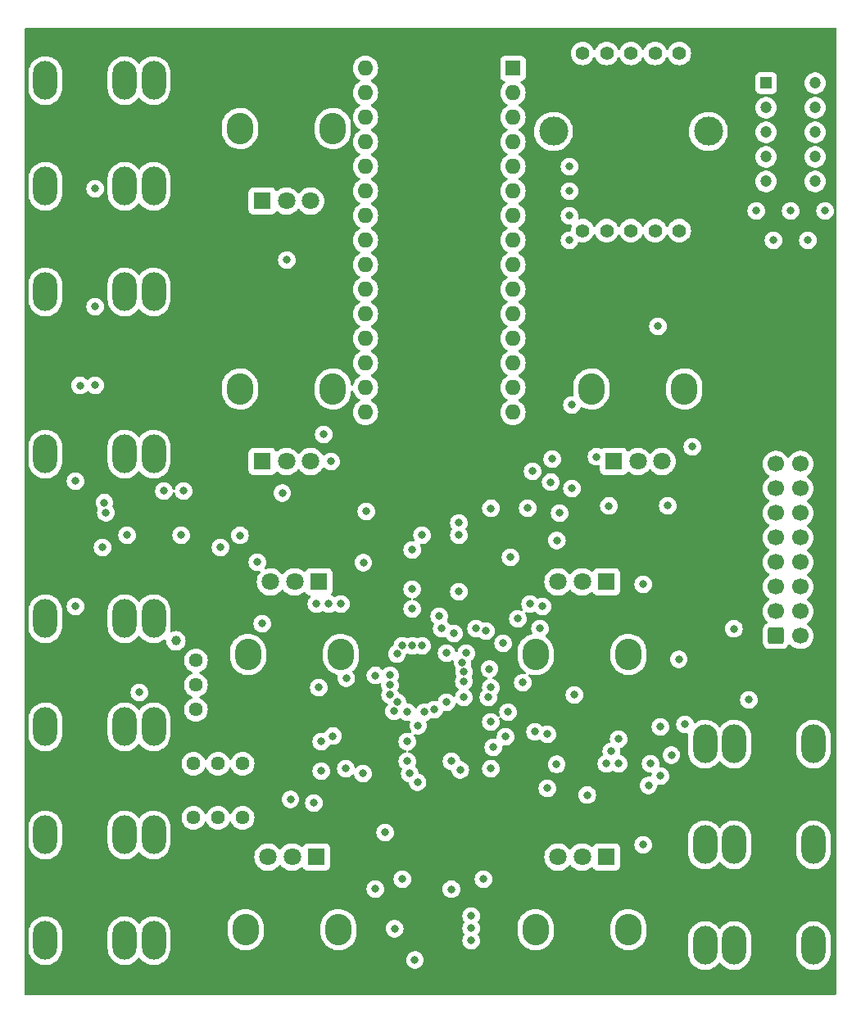
<source format=gbr>
%TF.GenerationSoftware,KiCad,Pcbnew,7.0.2*%
%TF.CreationDate,2023-05-23T13:36:19-04:00*%
%TF.ProjectId,SSI2130_Oscillator,53534932-3133-4305-9f4f-7363696c6c61,rev?*%
%TF.SameCoordinates,Original*%
%TF.FileFunction,Copper,L2,Inr*%
%TF.FilePolarity,Positive*%
%FSLAX46Y46*%
G04 Gerber Fmt 4.6, Leading zero omitted, Abs format (unit mm)*
G04 Created by KiCad (PCBNEW 7.0.2) date 2023-05-23 13:36:19*
%MOMM*%
%LPD*%
G01*
G04 APERTURE LIST*
G04 Aperture macros list*
%AMRoundRect*
0 Rectangle with rounded corners*
0 $1 Rounding radius*
0 $2 $3 $4 $5 $6 $7 $8 $9 X,Y pos of 4 corners*
0 Add a 4 corners polygon primitive as box body*
4,1,4,$2,$3,$4,$5,$6,$7,$8,$9,$2,$3,0*
0 Add four circle primitives for the rounded corners*
1,1,$1+$1,$2,$3*
1,1,$1+$1,$4,$5*
1,1,$1+$1,$6,$7*
1,1,$1+$1,$8,$9*
0 Add four rect primitives between the rounded corners*
20,1,$1+$1,$2,$3,$4,$5,0*
20,1,$1+$1,$4,$5,$6,$7,0*
20,1,$1+$1,$6,$7,$8,$9,0*
20,1,$1+$1,$8,$9,$2,$3,0*%
G04 Aperture macros list end*
%TA.AperFunction,ComponentPad*%
%ADD10R,1.600000X1.600000*%
%TD*%
%TA.AperFunction,ComponentPad*%
%ADD11O,1.600000X1.600000*%
%TD*%
%TA.AperFunction,ComponentPad*%
%ADD12R,1.200000X1.200000*%
%TD*%
%TA.AperFunction,ComponentPad*%
%ADD13C,1.200000*%
%TD*%
%TA.AperFunction,ComponentPad*%
%ADD14O,2.500000X4.000000*%
%TD*%
%TA.AperFunction,ComponentPad*%
%ADD15C,1.440000*%
%TD*%
%TA.AperFunction,ComponentPad*%
%ADD16O,2.720000X3.240000*%
%TD*%
%TA.AperFunction,ComponentPad*%
%ADD17C,1.800000*%
%TD*%
%TA.AperFunction,ComponentPad*%
%ADD18R,1.800000X1.800000*%
%TD*%
%TA.AperFunction,ComponentPad*%
%ADD19C,1.400000*%
%TD*%
%TA.AperFunction,ComponentPad*%
%ADD20C,3.000000*%
%TD*%
%TA.AperFunction,ComponentPad*%
%ADD21RoundRect,0.250000X-0.600000X-0.600000X0.600000X-0.600000X0.600000X0.600000X-0.600000X0.600000X0*%
%TD*%
%TA.AperFunction,ComponentPad*%
%ADD22C,1.700000*%
%TD*%
%TA.AperFunction,ViaPad*%
%ADD23C,0.800000*%
%TD*%
%TA.AperFunction,ViaPad*%
%ADD24C,1.000000*%
%TD*%
G04 APERTURE END LIST*
D10*
%TO.N,Net-(A1-Pad1)*%
%TO.C,A1*%
X80518000Y-29210000D03*
D11*
%TO.N,Net-(A1-Pad17)*%
X65278000Y-62230000D03*
%TO.N,Net-(A1-Pad2)*%
X80518000Y-31750000D03*
%TO.N,Net-(A1-Pad18)*%
X65278000Y-59690000D03*
%TO.N,Net-(A1-Pad3)*%
X80518000Y-34290000D03*
%TO.N,Net-(A1-Pad19)*%
X65278000Y-57150000D03*
%TO.N,GND*%
X80518000Y-36830000D03*
%TO.N,Net-(A1-Pad20)*%
X65278000Y-54610000D03*
%TO.N,Net-(A1-Pad5)*%
X80518000Y-39370000D03*
%TO.N,Net-(A1-Pad21)*%
X65278000Y-52070000D03*
%TO.N,Net-(A1-Pad6)*%
X80518000Y-41910000D03*
%TO.N,Net-(A1-Pad22)*%
X65278000Y-49530000D03*
%TO.N,Net-(A1-Pad7)*%
X80518000Y-44450000D03*
%TO.N,Net-(A1-Pad23)*%
X65278000Y-46990000D03*
%TO.N,Net-(A1-Pad8)*%
X80518000Y-46990000D03*
%TO.N,Net-(A1-Pad24)*%
X65278000Y-44450000D03*
%TO.N,Net-(A1-Pad9)*%
X80518000Y-49530000D03*
%TO.N,Net-(A1-Pad25)*%
X65278000Y-41910000D03*
%TO.N,Net-(A1-Pad10)*%
X80518000Y-52070000D03*
%TO.N,Net-(A1-Pad26)*%
X65278000Y-39370000D03*
%TO.N,Net-(A1-Pad11)*%
X80518000Y-54610000D03*
%TO.N,Net-(A1-Pad27)*%
X65278000Y-36830000D03*
%TO.N,Net-(A1-Pad12)*%
X80518000Y-57150000D03*
%TO.N,Net-(A1-Pad28)*%
X65278000Y-34290000D03*
%TO.N,Net-(A1-Pad13)*%
X80518000Y-59690000D03*
%TO.N,GND*%
X65278000Y-31750000D03*
%TO.N,Net-(A1-Pad14)*%
X80518000Y-62230000D03*
%TO.N,ARDUINOPOWER*%
X65278000Y-29210000D03*
%TO.N,Net-(A1-Pad15)*%
X80518000Y-64770000D03*
%TO.N,Net-(A1-Pad16)*%
X65278000Y-64770000D03*
%TD*%
D12*
%TO.N,GND*%
%TO.C,DS1*%
X106680000Y-30734000D03*
D13*
%TO.N,F*%
X106680000Y-33274000D03*
%TO.N,G*%
X106680000Y-35814000D03*
%TO.N,E*%
X106680000Y-38354000D03*
%TO.N,D*%
X106680000Y-40894000D03*
%TO.N,GND*%
X111760000Y-40894000D03*
%TO.N,DP*%
X111760000Y-38354000D03*
%TO.N,C*%
X111760000Y-35814000D03*
%TO.N,B*%
X111760000Y-33274000D03*
%TO.N,A*%
X111760000Y-30734000D03*
%TD*%
D14*
%TO.N,Net-(J2-Pad3)*%
%TO.C,J2*%
X32186000Y-119380000D03*
%TO.N,Net-(J2-Pad2)*%
X40386000Y-119380000D03*
%TO.N,GND*%
X43386000Y-119380000D03*
%TD*%
%TO.N,Net-(J3-Pad3)*%
%TO.C,J3*%
X32186000Y-69088000D03*
%TO.N,Net-(J3-Pad2)*%
X40386000Y-69088000D03*
%TO.N,GND*%
X43386000Y-69088000D03*
%TD*%
%TO.N,GND*%
%TO.C,J4*%
X43386000Y-86106000D03*
%TO.N,Net-(J4-Pad2)*%
X40386000Y-86106000D03*
%TO.N,Net-(J4-Pad3)*%
X32186000Y-86106000D03*
%TD*%
%TO.N,GND*%
%TO.C,J5*%
X43386000Y-108458000D03*
%TO.N,Net-(C1-Pad1)*%
X40386000Y-108458000D03*
%TO.N,Net-(J5-Pad3)*%
X32186000Y-108458000D03*
%TD*%
%TO.N,Net-(C1-Pad2)*%
%TO.C,J6*%
X32186000Y-97282000D03*
%TO.N,Net-(J6-Pad2)*%
X40386000Y-97282000D03*
%TO.N,GND*%
X43386000Y-97282000D03*
%TD*%
%TO.N,GND*%
%TO.C,J7*%
X100378000Y-109474000D03*
%TO.N,Net-(J7-Pad2)*%
X103378000Y-109474000D03*
%TO.N,SIN_OUT*%
X111578000Y-109474000D03*
%TD*%
%TO.N,SQUARE_OUT*%
%TO.C,J8*%
X111578000Y-99060000D03*
%TO.N,Net-(J8-Pad2)*%
X103378000Y-99060000D03*
%TO.N,GND*%
X100378000Y-99060000D03*
%TD*%
%TO.N,GND*%
%TO.C,J9*%
X100378000Y-119888000D03*
%TO.N,Net-(J9-Pad2)*%
X103378000Y-119888000D03*
%TO.N,MIX_OUT*%
X111578000Y-119888000D03*
%TD*%
%TO.N,Net-(J10-Pad3)*%
%TO.C,J10*%
X32186000Y-41402000D03*
%TO.N,Net-(J10-Pad2)*%
X40386000Y-41402000D03*
%TO.N,GND*%
X43386000Y-41402000D03*
%TD*%
%TO.N,Net-(J11-Pad3)*%
%TO.C,J11*%
X32186000Y-52324000D03*
%TO.N,Net-(J11-Pad2)*%
X40386000Y-52324000D03*
%TO.N,GND*%
X43386000Y-52324000D03*
%TD*%
%TO.N,GND*%
%TO.C,J12*%
X43386000Y-30480000D03*
%TO.N,Net-(J12-Pad2)*%
X40386000Y-30480000D03*
%TO.N,Net-(J12-Pad3)*%
X32186000Y-30480000D03*
%TD*%
D15*
%TO.N,VREF*%
%TO.C,RV1*%
X52578000Y-101092000D03*
%TO.N,Net-(R43-Pad1)*%
X50038000Y-101092000D03*
%TO.N,GND*%
X47498000Y-101092000D03*
%TD*%
%TO.N,Net-(R45-Pad2)*%
%TO.C,RV2*%
X47498000Y-106680000D03*
X50038000Y-106680000D03*
%TO.N,Net-(RV2-Pad1)*%
X52578000Y-106680000D03*
%TD*%
%TO.N,GND*%
%TO.C,RV3*%
X47752000Y-90424000D03*
%TO.N,HFTRIM*%
X47752000Y-92964000D03*
%TO.N,Net-(RV3-Pad3)*%
X47752000Y-95504000D03*
%TD*%
D16*
%TO.N,*%
%TO.C,RV4*%
X62498000Y-118244000D03*
X52898000Y-118244000D03*
D17*
%TO.N,Net-(J2-Pad3)*%
X55198000Y-110744000D03*
%TO.N,PWM_CV*%
X57698000Y-110744000D03*
D18*
%TO.N,GND*%
X60198000Y-110744000D03*
%TD*%
%TO.N,GND*%
%TO.C,RV5*%
X90170000Y-110744000D03*
D17*
%TO.N,PWM_OFFSET*%
X87670000Y-110744000D03*
%TO.N,+5V*%
X85170000Y-110744000D03*
D16*
%TO.N,*%
X82870000Y-118244000D03*
X92470000Y-118244000D03*
%TD*%
%TO.N,*%
%TO.C,RV6*%
X52310000Y-62350000D03*
X61910000Y-62350000D03*
D17*
%TO.N,Net-(J3-Pad3)*%
X59610000Y-69850000D03*
%TO.N,MIX_CV*%
X57110000Y-69850000D03*
D18*
%TO.N,GND*%
X54610000Y-69850000D03*
%TD*%
%TO.N,-5V*%
%TO.C,RV7*%
X90932000Y-69850000D03*
D17*
%TO.N,MIX_OFFSET*%
X93432000Y-69850000D03*
%TO.N,+5V*%
X95932000Y-69850000D03*
D16*
%TO.N,*%
X98232000Y-62350000D03*
X88632000Y-62350000D03*
%TD*%
D18*
%TO.N,GND*%
%TO.C,RV8*%
X60452000Y-82296000D03*
D17*
%TO.N,Net-(RV8-Pad2)*%
X57952000Y-82296000D03*
%TO.N,Net-(J4-Pad3)*%
X55452000Y-82296000D03*
D16*
%TO.N,*%
X53152000Y-89796000D03*
X62752000Y-89796000D03*
%TD*%
%TO.N,*%
%TO.C,RV9*%
X92470000Y-89796000D03*
X82870000Y-89796000D03*
D17*
%TO.N,Net-(J5-Pad3)*%
X85170000Y-82296000D03*
%TO.N,TZFM_TZPM_IN*%
X87670000Y-82296000D03*
D18*
%TO.N,GND*%
X90170000Y-82296000D03*
%TD*%
%TO.N,GND*%
%TO.C,RV11*%
X54610000Y-42926000D03*
D17*
%TO.N,CENTER_PITCH*%
X57110000Y-42926000D03*
%TO.N,+5V*%
X59610000Y-42926000D03*
D16*
%TO.N,*%
X61910000Y-35426000D03*
X52310000Y-35426000D03*
%TD*%
D19*
%TO.N,OCTAVE_SHIFT*%
%TO.C,S1*%
X97710000Y-45980000D03*
%TO.N,GND*%
X95210000Y-45980000D03*
%TO.N,Net-(R82-Pad1)*%
X92710000Y-45980000D03*
%TO.N,Net-(R79-Pad1)*%
X90210000Y-45980000D03*
%TO.N,Net-(R77-Pad1)*%
X87710000Y-45980000D03*
%TO.N,Net-(R68-Pad1)*%
X87710000Y-27680000D03*
%TO.N,+5V*%
X90210000Y-27680000D03*
%TO.N,Net-(S1-Pad8)*%
X92710000Y-27680000D03*
%TO.N,Net-(S1-Pad9)*%
X95210000Y-27680000D03*
%TO.N,Net-(S1-Pad10)*%
X97710000Y-27680000D03*
D20*
%TO.N,Net-(S1-PadMH1)*%
X84710000Y-35730000D03*
%TO.N,Net-(S1-PadMH2)*%
X100710000Y-35730000D03*
%TD*%
D21*
%TO.N,Net-(D3-Pad1)*%
%TO.C,J1*%
X107696000Y-87884000D03*
D22*
%TO.N,GND*%
X107696000Y-85344000D03*
X107696000Y-82804000D03*
X107696000Y-80264000D03*
%TO.N,Net-(D2-Pad2)*%
X107696000Y-77724000D03*
%TO.N,Net-(D1-Pad2)*%
X107696000Y-75184000D03*
%TO.N,Net-(J1-Pad13)*%
X107696000Y-72644000D03*
%TO.N,Net-(J1-Pad15)*%
X107696000Y-70104000D03*
%TO.N,Net-(D3-Pad1)*%
X110236000Y-87884000D03*
%TO.N,GND*%
X110236000Y-85344000D03*
X110236000Y-82804000D03*
X110236000Y-80264000D03*
%TO.N,Net-(D2-Pad2)*%
X110236000Y-77724000D03*
%TO.N,Net-(D1-Pad2)*%
X110236000Y-75184000D03*
%TO.N,Net-(J1-Pad14)*%
X110236000Y-72644000D03*
%TO.N,Net-(J1-Pad16)*%
X110236000Y-70104000D03*
%TD*%
D23*
%TO.N,GND*%
X73660000Y-89662000D03*
X37338000Y-41656000D03*
X37338000Y-53848000D03*
X37338000Y-61976000D03*
X38100000Y-78740000D03*
X52307500Y-77486500D03*
X46228000Y-77470000D03*
X40640000Y-77470000D03*
X65363807Y-75015807D03*
X71120000Y-77470000D03*
X74930000Y-77470000D03*
X85059000Y-78009000D03*
X69850000Y-102108000D03*
X65024000Y-102108000D03*
X75070000Y-101740000D03*
X77470000Y-113030000D03*
D24*
X45672000Y-88392000D03*
D23*
X63294258Y-92250258D03*
X82550000Y-70866000D03*
X90678000Y-99822000D03*
X96897500Y-100206500D03*
X84074000Y-103632000D03*
X95758000Y-102362000D03*
X78245000Y-101587000D03*
X81534000Y-92710000D03*
X57531000Y-104775000D03*
X75465326Y-91601306D03*
X75438000Y-94234000D03*
X79502000Y-88646000D03*
X107442000Y-46990000D03*
X110998000Y-46990000D03*
X103356000Y-87144000D03*
X96520000Y-74422000D03*
X69088000Y-113030000D03*
X76200000Y-118110000D03*
X70384000Y-121386000D03*
X76200000Y-116840000D03*
X76200000Y-119380000D03*
%TO.N,ARDUINOPOWER*%
X99060000Y-68326000D03*
%TO.N,+12V*%
X42164000Y-78740000D03*
X67056000Y-76200000D03*
X88581000Y-78043000D03*
X65786000Y-100838000D03*
X86487000Y-101473000D03*
X74142000Y-121692000D03*
X100330000Y-80516000D03*
X99696000Y-79882000D03*
X100330000Y-81534000D03*
%TO.N,-12V*%
X50292000Y-78740000D03*
X74930000Y-76200000D03*
X84424000Y-71978000D03*
X74168000Y-100838000D03*
X94742000Y-101092000D03*
X97663000Y-90297000D03*
X93980000Y-82550000D03*
X68295000Y-118141000D03*
%TO.N,Net-(C7-Pad1)*%
X82042000Y-74676000D03*
X78245010Y-74689010D03*
%TO.N,TIME_REVERSE*%
X75692000Y-89666000D03*
X77724000Y-87376000D03*
X83566000Y-84836000D03*
X90434500Y-74432500D03*
%TO.N,+5V*%
X74155000Y-114059000D03*
X86614000Y-64008000D03*
X82296000Y-84582000D03*
X78092000Y-91300000D03*
X86868000Y-93980000D03*
X90174653Y-101087347D03*
X70104000Y-78994000D03*
X71374000Y-95758000D03*
X74930000Y-83312000D03*
%TO.N,-5V*%
X68533299Y-89732051D03*
X66294000Y-114046000D03*
X81026000Y-86106000D03*
X73152000Y-87122000D03*
X66305675Y-91959675D03*
X67310000Y-108204000D03*
X93980000Y-109474000D03*
X35306000Y-84836000D03*
X83312000Y-87122000D03*
%TO.N,Net-(C20-Pad2)*%
X61722000Y-69850000D03*
X65060990Y-80300990D03*
X89154000Y-69349999D03*
X84582000Y-69596000D03*
%TO.N,Net-(C21-Pad1)*%
X60960000Y-67056000D03*
X70104000Y-83058000D03*
X75298298Y-90615352D03*
X76708000Y-87122000D03*
%TO.N,Net-(C23-Pad1)*%
X35788000Y-62002000D03*
X70104000Y-85090000D03*
%TO.N,Net-(C35-Pad1)*%
X38443990Y-75145990D03*
X46482000Y-72898000D03*
%TO.N,PWM+*%
X68223953Y-95677990D03*
X79756000Y-98298000D03*
X69596000Y-98806000D03*
X70656282Y-103001340D03*
X69596000Y-100838000D03*
%TO.N,SQO*%
X91440000Y-101092000D03*
X91440000Y-98552000D03*
%TO.N,MIXO*%
X94526010Y-103339990D03*
X80010000Y-95758000D03*
%TO.N,Net-(D13-Pad2)*%
X112776000Y-43942000D03*
%TO.N,Net-(D14-Pad2)*%
X109220000Y-43942000D03*
%TO.N,Net-(D15-Pad2)*%
X105664000Y-43942000D03*
%TO.N,DP*%
X86360000Y-46990000D03*
%TO.N,C*%
X86360000Y-44450000D03*
%TO.N,B*%
X86360000Y-41910000D03*
%TO.N,A*%
X86360000Y-39370000D03*
%TO.N,Net-(J5-Pad3)*%
X54610000Y-86614000D03*
X41910000Y-93726000D03*
%TO.N,Net-(J12-Pad3)*%
X60706000Y-98806000D03*
%TO.N,VREF*%
X88203000Y-104329000D03*
X85028000Y-101154000D03*
%TO.N,Net-(R16-Pad2)*%
X86614000Y-72644000D03*
X85344000Y-75184000D03*
%TO.N,LIN_FREQ*%
X75433371Y-92600798D03*
X74422000Y-87630000D03*
X72898000Y-85852000D03*
X80264000Y-79756000D03*
%TO.N,TRI_MIX*%
X69088000Y-88900000D03*
X60198000Y-84582000D03*
%TO.N,PULSE_MIX*%
X71120000Y-88900000D03*
X62738000Y-84582000D03*
%TO.N,SAW_MIX*%
X70104000Y-88900000D03*
X61468000Y-84582000D03*
%TO.N,TRO*%
X68580000Y-94742000D03*
X69596000Y-95758000D03*
X63246000Y-101600000D03*
%TO.N,Net-(R47-Pad2)*%
X67818000Y-93980000D03*
X59944000Y-105156000D03*
%TO.N,Net-(R51-Pad2)*%
X72393024Y-95500976D03*
X77978000Y-94234000D03*
%TO.N,Net-(R52-Pad2)*%
X67818000Y-92964000D03*
X60706000Y-101854000D03*
%TO.N,Net-(R55-Pad2)*%
X82799347Y-97794653D03*
X70725975Y-97168025D03*
%TO.N,SINO*%
X73660000Y-94742000D03*
X84074000Y-98044000D03*
%TO.N,Net-(RV2-Pad1)*%
X78232000Y-93218000D03*
X78486000Y-99387999D03*
X78232000Y-96774000D03*
%TO.N,Net-(RV3-Pad3)*%
X67818000Y-91948000D03*
X60452000Y-93218000D03*
%TO.N,Net-(RV8-Pad2)*%
X61907142Y-98229142D03*
%TO.N,Net-(D10-Pad2)*%
X35306000Y-71882000D03*
X54102000Y-80264000D03*
%TO.N,Net-(D9-Pad2)*%
X38291000Y-74105000D03*
X44450000Y-72898000D03*
%TO.N,TUNER_SIGNAL*%
X98298000Y-97028000D03*
X95758000Y-97282000D03*
X95504000Y-55880000D03*
X104902000Y-94488000D03*
%TO.N,VOLT_PER_OCTAVE*%
X57150000Y-49022000D03*
X56677001Y-73116999D03*
%TD*%
%TA.AperFunction,Conductor*%
%TO.N,+12V*%
G36*
X113916621Y-25045502D02*
G01*
X113963114Y-25099158D01*
X113974500Y-25151500D01*
X113974500Y-124848500D01*
X113954498Y-124916621D01*
X113900842Y-124963114D01*
X113848500Y-124974500D01*
X30151500Y-124974500D01*
X30083379Y-124954498D01*
X30036886Y-124900842D01*
X30025500Y-124848500D01*
X30025500Y-120195800D01*
X30427500Y-120195800D01*
X30427674Y-120198128D01*
X30427675Y-120198142D01*
X30442265Y-120392827D01*
X30500913Y-120649781D01*
X30579124Y-120849057D01*
X30597204Y-120895124D01*
X30728985Y-121123376D01*
X30893314Y-121329438D01*
X31086519Y-121508706D01*
X31304284Y-121657176D01*
X31427388Y-121716460D01*
X31541745Y-121771532D01*
X31597913Y-121788857D01*
X31793600Y-121849218D01*
X32054219Y-121888500D01*
X32054221Y-121888500D01*
X32317779Y-121888500D01*
X32317781Y-121888500D01*
X32578400Y-121849218D01*
X32830254Y-121771532D01*
X33067715Y-121657176D01*
X33285481Y-121508706D01*
X33478686Y-121329438D01*
X33643015Y-121123376D01*
X33774796Y-120895124D01*
X33871087Y-120649780D01*
X33929735Y-120392826D01*
X33944500Y-120195800D01*
X38627500Y-120195800D01*
X38627674Y-120198128D01*
X38627675Y-120198142D01*
X38642265Y-120392827D01*
X38700913Y-120649781D01*
X38779124Y-120849057D01*
X38797204Y-120895124D01*
X38928985Y-121123376D01*
X39093314Y-121329438D01*
X39286519Y-121508706D01*
X39504284Y-121657176D01*
X39627388Y-121716460D01*
X39741745Y-121771532D01*
X39797913Y-121788857D01*
X39993600Y-121849218D01*
X40254219Y-121888500D01*
X40254221Y-121888500D01*
X40517779Y-121888500D01*
X40517781Y-121888500D01*
X40778400Y-121849218D01*
X41030254Y-121771532D01*
X41267715Y-121657176D01*
X41485481Y-121508706D01*
X41678686Y-121329438D01*
X41787489Y-121193002D01*
X41845600Y-121152215D01*
X41916537Y-121149318D01*
X41977779Y-121185234D01*
X41984511Y-121193003D01*
X42093310Y-121329434D01*
X42093313Y-121329436D01*
X42093314Y-121329438D01*
X42286519Y-121508706D01*
X42504284Y-121657176D01*
X42627388Y-121716460D01*
X42741745Y-121771532D01*
X42797913Y-121788857D01*
X42993600Y-121849218D01*
X43254219Y-121888500D01*
X43254221Y-121888500D01*
X43517779Y-121888500D01*
X43517781Y-121888500D01*
X43778400Y-121849218D01*
X44030254Y-121771532D01*
X44267715Y-121657176D01*
X44485481Y-121508706D01*
X44617727Y-121386000D01*
X69470496Y-121386000D01*
X69490458Y-121575929D01*
X69549472Y-121757556D01*
X69644958Y-121922942D01*
X69644960Y-121922944D01*
X69772747Y-122064866D01*
X69927248Y-122177118D01*
X70101712Y-122254794D01*
X70288513Y-122294500D01*
X70288515Y-122294500D01*
X70479485Y-122294500D01*
X70479487Y-122294500D01*
X70666288Y-122254794D01*
X70840752Y-122177118D01*
X70995253Y-122064866D01*
X71123040Y-121922944D01*
X71218527Y-121757556D01*
X71277542Y-121575928D01*
X71297504Y-121386000D01*
X71277542Y-121196072D01*
X71218527Y-121014444D01*
X71218527Y-121014443D01*
X71123041Y-120849057D01*
X70995252Y-120707133D01*
X70990665Y-120703800D01*
X98619500Y-120703800D01*
X98619674Y-120706128D01*
X98619675Y-120706142D01*
X98634265Y-120900827D01*
X98692913Y-121157781D01*
X98760283Y-121329434D01*
X98789204Y-121403124D01*
X98920985Y-121631376D01*
X99085314Y-121837438D01*
X99278519Y-122016706D01*
X99278521Y-122016707D01*
X99278523Y-122016709D01*
X99379045Y-122085243D01*
X99496284Y-122165176D01*
X99619388Y-122224460D01*
X99733745Y-122279532D01*
X99782271Y-122294500D01*
X99985600Y-122357218D01*
X100246219Y-122396500D01*
X100246221Y-122396500D01*
X100509779Y-122396500D01*
X100509781Y-122396500D01*
X100770400Y-122357218D01*
X101022254Y-122279532D01*
X101259715Y-122165176D01*
X101477481Y-122016706D01*
X101670686Y-121837438D01*
X101779489Y-121701002D01*
X101837600Y-121660215D01*
X101908537Y-121657320D01*
X101969780Y-121693235D01*
X101976507Y-121700998D01*
X102085314Y-121837438D01*
X102278519Y-122016706D01*
X102278521Y-122016707D01*
X102278523Y-122016709D01*
X102379045Y-122085243D01*
X102496284Y-122165176D01*
X102619388Y-122224460D01*
X102733745Y-122279532D01*
X102782271Y-122294500D01*
X102985600Y-122357218D01*
X103246219Y-122396500D01*
X103246221Y-122396500D01*
X103509779Y-122396500D01*
X103509781Y-122396500D01*
X103770400Y-122357218D01*
X104022254Y-122279532D01*
X104259715Y-122165176D01*
X104477481Y-122016706D01*
X104670686Y-121837438D01*
X104835015Y-121631376D01*
X104966796Y-121403124D01*
X105063087Y-121157780D01*
X105121735Y-120900826D01*
X105136500Y-120703800D01*
X109819500Y-120703800D01*
X109819674Y-120706128D01*
X109819675Y-120706142D01*
X109834265Y-120900827D01*
X109892913Y-121157781D01*
X109960283Y-121329434D01*
X109989204Y-121403124D01*
X110120985Y-121631376D01*
X110285314Y-121837438D01*
X110478519Y-122016706D01*
X110478521Y-122016707D01*
X110478523Y-122016709D01*
X110579045Y-122085243D01*
X110696284Y-122165176D01*
X110819388Y-122224460D01*
X110933745Y-122279532D01*
X110982271Y-122294500D01*
X111185600Y-122357218D01*
X111446219Y-122396500D01*
X111446221Y-122396500D01*
X111709779Y-122396500D01*
X111709781Y-122396500D01*
X111970400Y-122357218D01*
X112222254Y-122279532D01*
X112459715Y-122165176D01*
X112677481Y-122016706D01*
X112870686Y-121837438D01*
X113035015Y-121631376D01*
X113166796Y-121403124D01*
X113263087Y-121157780D01*
X113321735Y-120900826D01*
X113336500Y-120703800D01*
X113336500Y-119072200D01*
X113321735Y-118875174D01*
X113263087Y-118618220D01*
X113166796Y-118372876D01*
X113035015Y-118144624D01*
X112870686Y-117938562D01*
X112677481Y-117759294D01*
X112677477Y-117759291D01*
X112677476Y-117759290D01*
X112459716Y-117610824D01*
X112222254Y-117496467D01*
X112008590Y-117430562D01*
X111970400Y-117418782D01*
X111709781Y-117379500D01*
X111446219Y-117379500D01*
X111185600Y-117418782D01*
X111185596Y-117418783D01*
X111185597Y-117418783D01*
X110933748Y-117496467D01*
X110696282Y-117610825D01*
X110478522Y-117759291D01*
X110478518Y-117759294D01*
X110478519Y-117759294D01*
X110305242Y-117920072D01*
X110285313Y-117938563D01*
X110229373Y-118008709D01*
X110143984Y-118115785D01*
X110120983Y-118144627D01*
X109989204Y-118372875D01*
X109892913Y-118618218D01*
X109834265Y-118875172D01*
X109819675Y-119069857D01*
X109819674Y-119069872D01*
X109819500Y-119072200D01*
X109819500Y-120703800D01*
X105136500Y-120703800D01*
X105136500Y-119072200D01*
X105121735Y-118875174D01*
X105063087Y-118618220D01*
X104966796Y-118372876D01*
X104835015Y-118144624D01*
X104670686Y-117938562D01*
X104477481Y-117759294D01*
X104477477Y-117759291D01*
X104477476Y-117759290D01*
X104259716Y-117610824D01*
X104022254Y-117496467D01*
X103808590Y-117430562D01*
X103770400Y-117418782D01*
X103509781Y-117379500D01*
X103246219Y-117379500D01*
X102985600Y-117418782D01*
X102985596Y-117418783D01*
X102985597Y-117418783D01*
X102733748Y-117496467D01*
X102496282Y-117610825D01*
X102278522Y-117759291D01*
X102278518Y-117759294D01*
X102278519Y-117759294D01*
X102105242Y-117920072D01*
X102085313Y-117938563D01*
X101976511Y-118074997D01*
X101918400Y-118115785D01*
X101847463Y-118118680D01*
X101786220Y-118082765D01*
X101779489Y-118074997D01*
X101680662Y-117951072D01*
X101670686Y-117938562D01*
X101477481Y-117759294D01*
X101477477Y-117759291D01*
X101477476Y-117759290D01*
X101259716Y-117610824D01*
X101022254Y-117496467D01*
X100808590Y-117430562D01*
X100770400Y-117418782D01*
X100509781Y-117379500D01*
X100246219Y-117379500D01*
X99985600Y-117418782D01*
X99985596Y-117418783D01*
X99985597Y-117418783D01*
X99733748Y-117496467D01*
X99496282Y-117610825D01*
X99278522Y-117759291D01*
X99278518Y-117759294D01*
X99278519Y-117759294D01*
X99105242Y-117920072D01*
X99085313Y-117938563D01*
X99029373Y-118008709D01*
X98943984Y-118115785D01*
X98920983Y-118144627D01*
X98789204Y-118372875D01*
X98692913Y-118618218D01*
X98634265Y-118875172D01*
X98619675Y-119069857D01*
X98619674Y-119069872D01*
X98619500Y-119072200D01*
X98619500Y-120703800D01*
X70990665Y-120703800D01*
X70840753Y-120594883D01*
X70840752Y-120594882D01*
X70666288Y-120517206D01*
X70479487Y-120477500D01*
X70288513Y-120477500D01*
X70163979Y-120503970D01*
X70101711Y-120517206D01*
X69927246Y-120594883D01*
X69772747Y-120707133D01*
X69644958Y-120849057D01*
X69549472Y-121014443D01*
X69490458Y-121196070D01*
X69470496Y-121386000D01*
X44617727Y-121386000D01*
X44678686Y-121329438D01*
X44843015Y-121123376D01*
X44974796Y-120895124D01*
X45071087Y-120649780D01*
X45129735Y-120392826D01*
X45144500Y-120195800D01*
X45144500Y-118572288D01*
X51029500Y-118572288D01*
X51029666Y-118574558D01*
X51029667Y-118574581D01*
X51044466Y-118776781D01*
X51059230Y-118843056D01*
X51096372Y-119009794D01*
X51103938Y-119043756D01*
X51201644Y-119299219D01*
X51335507Y-119537738D01*
X51502670Y-119754219D01*
X51699571Y-119944057D01*
X51699574Y-119944059D01*
X51922019Y-120103205D01*
X52165266Y-120228267D01*
X52424130Y-120316579D01*
X52693093Y-120366259D01*
X52966424Y-120376248D01*
X52966424Y-120376247D01*
X52966425Y-120376248D01*
X53034392Y-120368769D01*
X53238296Y-120346334D01*
X53502916Y-120277153D01*
X53754643Y-120170181D01*
X53988112Y-120027697D01*
X54198347Y-119852738D01*
X54380867Y-119649033D01*
X54531783Y-119420923D01*
X54647877Y-119173271D01*
X54726676Y-118911355D01*
X54736728Y-118843058D01*
X54766500Y-118640758D01*
X54766500Y-118572288D01*
X60629500Y-118572288D01*
X60629666Y-118574558D01*
X60629667Y-118574581D01*
X60644466Y-118776781D01*
X60659230Y-118843056D01*
X60696372Y-119009794D01*
X60703938Y-119043756D01*
X60801644Y-119299219D01*
X60935507Y-119537738D01*
X61102670Y-119754219D01*
X61299571Y-119944057D01*
X61299574Y-119944059D01*
X61522019Y-120103205D01*
X61765266Y-120228267D01*
X62024130Y-120316579D01*
X62293093Y-120366259D01*
X62566424Y-120376248D01*
X62566424Y-120376247D01*
X62566425Y-120376248D01*
X62634392Y-120368769D01*
X62838296Y-120346334D01*
X63102916Y-120277153D01*
X63354643Y-120170181D01*
X63588112Y-120027697D01*
X63798347Y-119852738D01*
X63980867Y-119649033D01*
X64131783Y-119420923D01*
X64150967Y-119380000D01*
X75286496Y-119380000D01*
X75306458Y-119569929D01*
X75365472Y-119751556D01*
X75460958Y-119916942D01*
X75485374Y-119944059D01*
X75588747Y-120058866D01*
X75743248Y-120171118D01*
X75917712Y-120248794D01*
X76104513Y-120288500D01*
X76104515Y-120288500D01*
X76295485Y-120288500D01*
X76295487Y-120288500D01*
X76482288Y-120248794D01*
X76656752Y-120171118D01*
X76811253Y-120058866D01*
X76939040Y-119916944D01*
X77034527Y-119751556D01*
X77093542Y-119569928D01*
X77113504Y-119380000D01*
X77093542Y-119190072D01*
X77055243Y-119072200D01*
X77034527Y-119008443D01*
X76939041Y-118843058D01*
X76939040Y-118843056D01*
X76926664Y-118829311D01*
X76895946Y-118765306D01*
X76904708Y-118694852D01*
X76926663Y-118660689D01*
X76939040Y-118646944D01*
X76982143Y-118572288D01*
X81001500Y-118572288D01*
X81001666Y-118574558D01*
X81001667Y-118574581D01*
X81016466Y-118776781D01*
X81031230Y-118843056D01*
X81068372Y-119009794D01*
X81075938Y-119043756D01*
X81173644Y-119299219D01*
X81307507Y-119537738D01*
X81474670Y-119754219D01*
X81671571Y-119944057D01*
X81671574Y-119944059D01*
X81894019Y-120103205D01*
X82137266Y-120228267D01*
X82396130Y-120316579D01*
X82665093Y-120366259D01*
X82938424Y-120376248D01*
X82938424Y-120376247D01*
X82938425Y-120376248D01*
X83006392Y-120368769D01*
X83210296Y-120346334D01*
X83474916Y-120277153D01*
X83726643Y-120170181D01*
X83960112Y-120027697D01*
X84170347Y-119852738D01*
X84352867Y-119649033D01*
X84503783Y-119420923D01*
X84619877Y-119173271D01*
X84698676Y-118911355D01*
X84708728Y-118843058D01*
X84738500Y-118640758D01*
X84738500Y-118572288D01*
X90601500Y-118572288D01*
X90601666Y-118574558D01*
X90601667Y-118574581D01*
X90616466Y-118776781D01*
X90631230Y-118843056D01*
X90668372Y-119009794D01*
X90675938Y-119043756D01*
X90773644Y-119299219D01*
X90907507Y-119537738D01*
X91074670Y-119754219D01*
X91271571Y-119944057D01*
X91271574Y-119944059D01*
X91494019Y-120103205D01*
X91737266Y-120228267D01*
X91996130Y-120316579D01*
X92265093Y-120366259D01*
X92538424Y-120376248D01*
X92538424Y-120376247D01*
X92538425Y-120376248D01*
X92606392Y-120368769D01*
X92810296Y-120346334D01*
X93074916Y-120277153D01*
X93326643Y-120170181D01*
X93560112Y-120027697D01*
X93770347Y-119852738D01*
X93952867Y-119649033D01*
X94103783Y-119420923D01*
X94219877Y-119173271D01*
X94298676Y-118911355D01*
X94308728Y-118843058D01*
X94338500Y-118640758D01*
X94338500Y-117918012D01*
X94338500Y-117915712D01*
X94323533Y-117711217D01*
X94264063Y-117444247D01*
X94198263Y-117272206D01*
X94166355Y-117188780D01*
X94032492Y-116950261D01*
X93865329Y-116733780D01*
X93668428Y-116543942D01*
X93616945Y-116507109D01*
X93445981Y-116384795D01*
X93202734Y-116259733D01*
X93202733Y-116259732D01*
X93202730Y-116259731D01*
X92943871Y-116171421D01*
X92674908Y-116121741D01*
X92401574Y-116111751D01*
X92129706Y-116141665D01*
X91865084Y-116210847D01*
X91613358Y-116317818D01*
X91379884Y-116460305D01*
X91169652Y-116635262D01*
X90987136Y-116838962D01*
X90836213Y-117067083D01*
X90720125Y-117314722D01*
X90641322Y-117576649D01*
X90601500Y-117847241D01*
X90601500Y-117847243D01*
X90601500Y-118572288D01*
X84738500Y-118572288D01*
X84738500Y-117918012D01*
X84738500Y-117915712D01*
X84723533Y-117711217D01*
X84664063Y-117444247D01*
X84598263Y-117272206D01*
X84566355Y-117188780D01*
X84432492Y-116950261D01*
X84265329Y-116733780D01*
X84068428Y-116543942D01*
X84016945Y-116507109D01*
X83845981Y-116384795D01*
X83602734Y-116259733D01*
X83602733Y-116259732D01*
X83602730Y-116259731D01*
X83343871Y-116171421D01*
X83074908Y-116121741D01*
X82801574Y-116111751D01*
X82529706Y-116141665D01*
X82265084Y-116210847D01*
X82013358Y-116317818D01*
X81779884Y-116460305D01*
X81569652Y-116635262D01*
X81387136Y-116838962D01*
X81236213Y-117067083D01*
X81120125Y-117314722D01*
X81041322Y-117576649D01*
X81001500Y-117847241D01*
X81001500Y-117847243D01*
X81001500Y-118572288D01*
X76982143Y-118572288D01*
X77034527Y-118481556D01*
X77093542Y-118299928D01*
X77113504Y-118110000D01*
X77093542Y-117920072D01*
X77041301Y-117759291D01*
X77034527Y-117738443D01*
X76939041Y-117573058D01*
X76939040Y-117573056D01*
X76926664Y-117559311D01*
X76895946Y-117495306D01*
X76904708Y-117424852D01*
X76926663Y-117390689D01*
X76939040Y-117376944D01*
X77034527Y-117211556D01*
X77093542Y-117029928D01*
X77113504Y-116840000D01*
X77093542Y-116650072D01*
X77034527Y-116468444D01*
X77034527Y-116468443D01*
X76939041Y-116303057D01*
X76811252Y-116161133D01*
X76656753Y-116048883D01*
X76656752Y-116048882D01*
X76482288Y-115971206D01*
X76295487Y-115931500D01*
X76104513Y-115931500D01*
X75979979Y-115957970D01*
X75917711Y-115971206D01*
X75743246Y-116048883D01*
X75588747Y-116161133D01*
X75460958Y-116303057D01*
X75365472Y-116468443D01*
X75306458Y-116650070D01*
X75286496Y-116840000D01*
X75306458Y-117029929D01*
X75365472Y-117211556D01*
X75460958Y-117376943D01*
X75473337Y-117390691D01*
X75504053Y-117454700D01*
X75495287Y-117525153D01*
X75473337Y-117559309D01*
X75460958Y-117573056D01*
X75365472Y-117738443D01*
X75306458Y-117920070D01*
X75286496Y-118110000D01*
X75306458Y-118299929D01*
X75365472Y-118481556D01*
X75460958Y-118646943D01*
X75473337Y-118660691D01*
X75504053Y-118724700D01*
X75495287Y-118795153D01*
X75473337Y-118829309D01*
X75460958Y-118843056D01*
X75365472Y-119008443D01*
X75306458Y-119190070D01*
X75286496Y-119380000D01*
X64150967Y-119380000D01*
X64247877Y-119173271D01*
X64326676Y-118911355D01*
X64336728Y-118843058D01*
X64366500Y-118640758D01*
X64366500Y-118140999D01*
X67381496Y-118140999D01*
X67401458Y-118330929D01*
X67460472Y-118512556D01*
X67555958Y-118677942D01*
X67555960Y-118677944D01*
X67683747Y-118819866D01*
X67838248Y-118932118D01*
X68012712Y-119009794D01*
X68199513Y-119049500D01*
X68199515Y-119049500D01*
X68390485Y-119049500D01*
X68390487Y-119049500D01*
X68577288Y-119009794D01*
X68751752Y-118932118D01*
X68906253Y-118819866D01*
X69034040Y-118677944D01*
X69129527Y-118512556D01*
X69188542Y-118330928D01*
X69208504Y-118141000D01*
X69188542Y-117951072D01*
X69129527Y-117769444D01*
X69129527Y-117769443D01*
X69034041Y-117604057D01*
X68937167Y-117496468D01*
X68906253Y-117462134D01*
X68881628Y-117444243D01*
X68829002Y-117406008D01*
X68751752Y-117349882D01*
X68577288Y-117272206D01*
X68390487Y-117232500D01*
X68199513Y-117232500D01*
X68111109Y-117251291D01*
X68012711Y-117272206D01*
X67838246Y-117349883D01*
X67683747Y-117462133D01*
X67555958Y-117604057D01*
X67460472Y-117769443D01*
X67401458Y-117951070D01*
X67381496Y-118140999D01*
X64366500Y-118140999D01*
X64366500Y-117918012D01*
X64366500Y-117915712D01*
X64351533Y-117711217D01*
X64292063Y-117444247D01*
X64226263Y-117272206D01*
X64194355Y-117188780D01*
X64060492Y-116950261D01*
X63893329Y-116733780D01*
X63696428Y-116543942D01*
X63644945Y-116507109D01*
X63473981Y-116384795D01*
X63230734Y-116259733D01*
X63230733Y-116259732D01*
X63230730Y-116259731D01*
X62971871Y-116171421D01*
X62702908Y-116121741D01*
X62429574Y-116111751D01*
X62157706Y-116141665D01*
X61893084Y-116210847D01*
X61641358Y-116317818D01*
X61407884Y-116460305D01*
X61197652Y-116635262D01*
X61015136Y-116838962D01*
X60864213Y-117067083D01*
X60748125Y-117314722D01*
X60669322Y-117576649D01*
X60629500Y-117847241D01*
X60629500Y-117847243D01*
X60629500Y-118572288D01*
X54766500Y-118572288D01*
X54766500Y-117918012D01*
X54766500Y-117915712D01*
X54751533Y-117711217D01*
X54692063Y-117444247D01*
X54626263Y-117272206D01*
X54594355Y-117188780D01*
X54460492Y-116950261D01*
X54293329Y-116733780D01*
X54096428Y-116543942D01*
X54044945Y-116507109D01*
X53873981Y-116384795D01*
X53630734Y-116259733D01*
X53630733Y-116259732D01*
X53630730Y-116259731D01*
X53371871Y-116171421D01*
X53102908Y-116121741D01*
X52829574Y-116111751D01*
X52557706Y-116141665D01*
X52293084Y-116210847D01*
X52041358Y-116317818D01*
X51807884Y-116460305D01*
X51597652Y-116635262D01*
X51415136Y-116838962D01*
X51264213Y-117067083D01*
X51148125Y-117314722D01*
X51069322Y-117576649D01*
X51029500Y-117847241D01*
X51029500Y-117847243D01*
X51029500Y-118572288D01*
X45144500Y-118572288D01*
X45144500Y-118564200D01*
X45129735Y-118367174D01*
X45071087Y-118110220D01*
X44974796Y-117864876D01*
X44843015Y-117636624D01*
X44678686Y-117430562D01*
X44485481Y-117251294D01*
X44485477Y-117251291D01*
X44485476Y-117251290D01*
X44267716Y-117102824D01*
X44030254Y-116988467D01*
X43848159Y-116932299D01*
X43778400Y-116910782D01*
X43517781Y-116871500D01*
X43254219Y-116871500D01*
X42993600Y-116910782D01*
X42993596Y-116910783D01*
X42993597Y-116910783D01*
X42741748Y-116988467D01*
X42504282Y-117102825D01*
X42286522Y-117251291D01*
X42093313Y-117430563D01*
X42068137Y-117462133D01*
X41990639Y-117559313D01*
X41984511Y-117566997D01*
X41926400Y-117607785D01*
X41855463Y-117610680D01*
X41794220Y-117574765D01*
X41787489Y-117566997D01*
X41678686Y-117430562D01*
X41485481Y-117251294D01*
X41485477Y-117251291D01*
X41485476Y-117251290D01*
X41267716Y-117102824D01*
X41030254Y-116988467D01*
X40848159Y-116932299D01*
X40778400Y-116910782D01*
X40517781Y-116871500D01*
X40254219Y-116871500D01*
X39993600Y-116910782D01*
X39993596Y-116910783D01*
X39993597Y-116910783D01*
X39741748Y-116988467D01*
X39504282Y-117102825D01*
X39286522Y-117251291D01*
X39093313Y-117430563D01*
X39040756Y-117496468D01*
X38951984Y-117607785D01*
X38928983Y-117636627D01*
X38797204Y-117864875D01*
X38700913Y-118110218D01*
X38642265Y-118367172D01*
X38627675Y-118561857D01*
X38627674Y-118561872D01*
X38627500Y-118564200D01*
X38627500Y-120195800D01*
X33944500Y-120195800D01*
X33944500Y-118564200D01*
X33929735Y-118367174D01*
X33871087Y-118110220D01*
X33774796Y-117864876D01*
X33643015Y-117636624D01*
X33478686Y-117430562D01*
X33285481Y-117251294D01*
X33285477Y-117251291D01*
X33285476Y-117251290D01*
X33067716Y-117102824D01*
X32830254Y-116988467D01*
X32648159Y-116932299D01*
X32578400Y-116910782D01*
X32317781Y-116871500D01*
X32054219Y-116871500D01*
X31793600Y-116910782D01*
X31793596Y-116910783D01*
X31793597Y-116910783D01*
X31541748Y-116988467D01*
X31304282Y-117102825D01*
X31086522Y-117251291D01*
X30893313Y-117430563D01*
X30840756Y-117496468D01*
X30751984Y-117607785D01*
X30728983Y-117636627D01*
X30597204Y-117864875D01*
X30500913Y-118110218D01*
X30442265Y-118367172D01*
X30427675Y-118561857D01*
X30427674Y-118561872D01*
X30427500Y-118564200D01*
X30427500Y-120195800D01*
X30025500Y-120195800D01*
X30025500Y-114046000D01*
X65380496Y-114046000D01*
X65400458Y-114235929D01*
X65459472Y-114417556D01*
X65554958Y-114582942D01*
X65554960Y-114582944D01*
X65682747Y-114724866D01*
X65837248Y-114837118D01*
X66011712Y-114914794D01*
X66198513Y-114954500D01*
X66198515Y-114954500D01*
X66389485Y-114954500D01*
X66389487Y-114954500D01*
X66576288Y-114914794D01*
X66750752Y-114837118D01*
X66905253Y-114724866D01*
X67033040Y-114582944D01*
X67128527Y-114417556D01*
X67187542Y-114235928D01*
X67206138Y-114059000D01*
X73241496Y-114059000D01*
X73261458Y-114248929D01*
X73320472Y-114430556D01*
X73415958Y-114595942D01*
X73415960Y-114595944D01*
X73543747Y-114737866D01*
X73698248Y-114850118D01*
X73872712Y-114927794D01*
X74059513Y-114967500D01*
X74059515Y-114967500D01*
X74250485Y-114967500D01*
X74250487Y-114967500D01*
X74437288Y-114927794D01*
X74611752Y-114850118D01*
X74766253Y-114737866D01*
X74894040Y-114595944D01*
X74989527Y-114430556D01*
X75048542Y-114248928D01*
X75068504Y-114059000D01*
X75048542Y-113869072D01*
X75017931Y-113774862D01*
X74989527Y-113687443D01*
X74894041Y-113522057D01*
X74766252Y-113380133D01*
X74611753Y-113267883D01*
X74611752Y-113267882D01*
X74437288Y-113190206D01*
X74250487Y-113150500D01*
X74059513Y-113150500D01*
X73934978Y-113176970D01*
X73872711Y-113190206D01*
X73698246Y-113267883D01*
X73543747Y-113380133D01*
X73415958Y-113522057D01*
X73320472Y-113687443D01*
X73261458Y-113869070D01*
X73241496Y-114059000D01*
X67206138Y-114059000D01*
X67207504Y-114046000D01*
X67187542Y-113856072D01*
X67156931Y-113761862D01*
X67128527Y-113674443D01*
X67033041Y-113509057D01*
X66905252Y-113367133D01*
X66750753Y-113254883D01*
X66750752Y-113254882D01*
X66576288Y-113177206D01*
X66389487Y-113137500D01*
X66198513Y-113137500D01*
X66073979Y-113163970D01*
X66011711Y-113177206D01*
X65837246Y-113254883D01*
X65682747Y-113367133D01*
X65554958Y-113509057D01*
X65459472Y-113674443D01*
X65400458Y-113856070D01*
X65380496Y-114046000D01*
X30025500Y-114046000D01*
X30025500Y-113029999D01*
X68174496Y-113029999D01*
X68194458Y-113219929D01*
X68253472Y-113401556D01*
X68348958Y-113566942D01*
X68348960Y-113566944D01*
X68476747Y-113708866D01*
X68631248Y-113821118D01*
X68805712Y-113898794D01*
X68992513Y-113938500D01*
X68992515Y-113938500D01*
X69183485Y-113938500D01*
X69183487Y-113938500D01*
X69370288Y-113898794D01*
X69544752Y-113821118D01*
X69699253Y-113708866D01*
X69827040Y-113566944D01*
X69922527Y-113401556D01*
X69981542Y-113219928D01*
X70001504Y-113030000D01*
X70001504Y-113029999D01*
X76556496Y-113029999D01*
X76576458Y-113219929D01*
X76635472Y-113401556D01*
X76730958Y-113566942D01*
X76730960Y-113566944D01*
X76858747Y-113708866D01*
X77013248Y-113821118D01*
X77187712Y-113898794D01*
X77374513Y-113938500D01*
X77374515Y-113938500D01*
X77565485Y-113938500D01*
X77565487Y-113938500D01*
X77752288Y-113898794D01*
X77926752Y-113821118D01*
X78081253Y-113708866D01*
X78209040Y-113566944D01*
X78304527Y-113401556D01*
X78363542Y-113219928D01*
X78383504Y-113030000D01*
X78363542Y-112840072D01*
X78304527Y-112658444D01*
X78304527Y-112658443D01*
X78209041Y-112493057D01*
X78081252Y-112351133D01*
X77926753Y-112238883D01*
X77926752Y-112238882D01*
X77752288Y-112161206D01*
X77565487Y-112121500D01*
X77374513Y-112121500D01*
X77259307Y-112145988D01*
X77187711Y-112161206D01*
X77013246Y-112238883D01*
X76858747Y-112351133D01*
X76730958Y-112493057D01*
X76635472Y-112658443D01*
X76576458Y-112840070D01*
X76556496Y-113029999D01*
X70001504Y-113029999D01*
X69981542Y-112840072D01*
X69922527Y-112658444D01*
X69922527Y-112658443D01*
X69827041Y-112493057D01*
X69699252Y-112351133D01*
X69544753Y-112238883D01*
X69544752Y-112238882D01*
X69370288Y-112161206D01*
X69183487Y-112121500D01*
X68992513Y-112121500D01*
X68877307Y-112145988D01*
X68805711Y-112161206D01*
X68631246Y-112238883D01*
X68476747Y-112351133D01*
X68348958Y-112493057D01*
X68253472Y-112658443D01*
X68194458Y-112840070D01*
X68174496Y-113029999D01*
X30025500Y-113029999D01*
X30025500Y-109273800D01*
X30427500Y-109273800D01*
X30427674Y-109276128D01*
X30427675Y-109276142D01*
X30442265Y-109470827D01*
X30500913Y-109727781D01*
X30559054Y-109875920D01*
X30597204Y-109973124D01*
X30728985Y-110201376D01*
X30893314Y-110407438D01*
X31086519Y-110586706D01*
X31304284Y-110735176D01*
X31427388Y-110794460D01*
X31541745Y-110849532D01*
X31597913Y-110866857D01*
X31793600Y-110927218D01*
X32054219Y-110966500D01*
X32054221Y-110966500D01*
X32317779Y-110966500D01*
X32317781Y-110966500D01*
X32578400Y-110927218D01*
X32830254Y-110849532D01*
X33067715Y-110735176D01*
X33285481Y-110586706D01*
X33478686Y-110407438D01*
X33643015Y-110201376D01*
X33774796Y-109973124D01*
X33871087Y-109727780D01*
X33929735Y-109470826D01*
X33944500Y-109273800D01*
X38627500Y-109273800D01*
X38627674Y-109276128D01*
X38627675Y-109276142D01*
X38642265Y-109470827D01*
X38700913Y-109727781D01*
X38759054Y-109875920D01*
X38797204Y-109973124D01*
X38928985Y-110201376D01*
X39093314Y-110407438D01*
X39286519Y-110586706D01*
X39504284Y-110735176D01*
X39627388Y-110794460D01*
X39741745Y-110849532D01*
X39797913Y-110866857D01*
X39993600Y-110927218D01*
X40254219Y-110966500D01*
X40254221Y-110966500D01*
X40517779Y-110966500D01*
X40517781Y-110966500D01*
X40778400Y-110927218D01*
X41030254Y-110849532D01*
X41267715Y-110735176D01*
X41485481Y-110586706D01*
X41678686Y-110407438D01*
X41787489Y-110271002D01*
X41845600Y-110230215D01*
X41916537Y-110227318D01*
X41977779Y-110263234D01*
X41984507Y-110270998D01*
X42014434Y-110308525D01*
X42093310Y-110407434D01*
X42093313Y-110407436D01*
X42093314Y-110407438D01*
X42286519Y-110586706D01*
X42504284Y-110735176D01*
X42627388Y-110794460D01*
X42741745Y-110849532D01*
X42797913Y-110866857D01*
X42993600Y-110927218D01*
X43254219Y-110966500D01*
X43254221Y-110966500D01*
X43517779Y-110966500D01*
X43517781Y-110966500D01*
X43778400Y-110927218D01*
X44030254Y-110849532D01*
X44249392Y-110744000D01*
X53784673Y-110744000D01*
X53803949Y-110976626D01*
X53861251Y-111202907D01*
X53955016Y-111416669D01*
X54082686Y-111612083D01*
X54240780Y-111783818D01*
X54424983Y-111927190D01*
X54630273Y-112038287D01*
X54851049Y-112114080D01*
X55081288Y-112152500D01*
X55081291Y-112152500D01*
X55314709Y-112152500D01*
X55314712Y-112152500D01*
X55544951Y-112114080D01*
X55765727Y-112038287D01*
X55971017Y-111927190D01*
X56155220Y-111783818D01*
X56313314Y-111612083D01*
X56342519Y-111567382D01*
X56396520Y-111521295D01*
X56466868Y-111511720D01*
X56531226Y-111541697D01*
X56553482Y-111567382D01*
X56582686Y-111612083D01*
X56740780Y-111783818D01*
X56924983Y-111927190D01*
X57130273Y-112038287D01*
X57351049Y-112114080D01*
X57581288Y-112152500D01*
X57581291Y-112152500D01*
X57814709Y-112152500D01*
X57814712Y-112152500D01*
X58044951Y-112114080D01*
X58265727Y-112038287D01*
X58471017Y-111927190D01*
X58637725Y-111797434D01*
X58703767Y-111771378D01*
X58773412Y-111785163D01*
X58824549Y-111834413D01*
X58833171Y-111852833D01*
X58847109Y-111890203D01*
X58934738Y-112007261D01*
X59051794Y-112094888D01*
X59051795Y-112094888D01*
X59051796Y-112094889D01*
X59188799Y-112145989D01*
X59249362Y-112152500D01*
X59252731Y-112152500D01*
X61143269Y-112152500D01*
X61146638Y-112152500D01*
X61207201Y-112145989D01*
X61344204Y-112094889D01*
X61461261Y-112007261D01*
X61548889Y-111890204D01*
X61599989Y-111753201D01*
X61606500Y-111692638D01*
X61606500Y-110744000D01*
X83756673Y-110744000D01*
X83775949Y-110976626D01*
X83833251Y-111202907D01*
X83927016Y-111416669D01*
X84054686Y-111612083D01*
X84212780Y-111783818D01*
X84396983Y-111927190D01*
X84602273Y-112038287D01*
X84823049Y-112114080D01*
X85053288Y-112152500D01*
X85053291Y-112152500D01*
X85286709Y-112152500D01*
X85286712Y-112152500D01*
X85516951Y-112114080D01*
X85737727Y-112038287D01*
X85943017Y-111927190D01*
X86127220Y-111783818D01*
X86285314Y-111612083D01*
X86314518Y-111567381D01*
X86368518Y-111521296D01*
X86438866Y-111511720D01*
X86503223Y-111541696D01*
X86525481Y-111567382D01*
X86525483Y-111567385D01*
X86554686Y-111612083D01*
X86712780Y-111783818D01*
X86896983Y-111927190D01*
X87102273Y-112038287D01*
X87323049Y-112114080D01*
X87553288Y-112152500D01*
X87553291Y-112152500D01*
X87786709Y-112152500D01*
X87786712Y-112152500D01*
X88016951Y-112114080D01*
X88237727Y-112038287D01*
X88443017Y-111927190D01*
X88609725Y-111797434D01*
X88675767Y-111771378D01*
X88745412Y-111785163D01*
X88796549Y-111834413D01*
X88805171Y-111852833D01*
X88819109Y-111890203D01*
X88906738Y-112007261D01*
X89023794Y-112094888D01*
X89023795Y-112094888D01*
X89023796Y-112094889D01*
X89160799Y-112145989D01*
X89221362Y-112152500D01*
X89224731Y-112152500D01*
X91115269Y-112152500D01*
X91118638Y-112152500D01*
X91179201Y-112145989D01*
X91316204Y-112094889D01*
X91433261Y-112007261D01*
X91520889Y-111890204D01*
X91571989Y-111753201D01*
X91578500Y-111692638D01*
X91578500Y-109795362D01*
X91571989Y-109734799D01*
X91520889Y-109597796D01*
X91493201Y-109560809D01*
X91433261Y-109480738D01*
X91424260Y-109474000D01*
X93066496Y-109474000D01*
X93086458Y-109663929D01*
X93145472Y-109845556D01*
X93240958Y-110010942D01*
X93240960Y-110010944D01*
X93368747Y-110152866D01*
X93523248Y-110265118D01*
X93697712Y-110342794D01*
X93884513Y-110382500D01*
X93884515Y-110382500D01*
X94075485Y-110382500D01*
X94075487Y-110382500D01*
X94262288Y-110342794D01*
X94381315Y-110289800D01*
X98619500Y-110289800D01*
X98619674Y-110292128D01*
X98619675Y-110292142D01*
X98634265Y-110486827D01*
X98692913Y-110743781D01*
X98780325Y-110966500D01*
X98789204Y-110989124D01*
X98920985Y-111217376D01*
X99085314Y-111423438D01*
X99278519Y-111602706D01*
X99278521Y-111602707D01*
X99278523Y-111602709D01*
X99330214Y-111637951D01*
X99496284Y-111751176D01*
X99538234Y-111771378D01*
X99733745Y-111865532D01*
X99789913Y-111882857D01*
X99985600Y-111943218D01*
X100246219Y-111982500D01*
X100246221Y-111982500D01*
X100509779Y-111982500D01*
X100509781Y-111982500D01*
X100770400Y-111943218D01*
X101022254Y-111865532D01*
X101259715Y-111751176D01*
X101477481Y-111602706D01*
X101670686Y-111423438D01*
X101779489Y-111287002D01*
X101837600Y-111246215D01*
X101908537Y-111243320D01*
X101969780Y-111279235D01*
X101976507Y-111286998D01*
X102085314Y-111423438D01*
X102278519Y-111602706D01*
X102278521Y-111602707D01*
X102278523Y-111602709D01*
X102330214Y-111637951D01*
X102496284Y-111751176D01*
X102538234Y-111771378D01*
X102733745Y-111865532D01*
X102789913Y-111882857D01*
X102985600Y-111943218D01*
X103246219Y-111982500D01*
X103246221Y-111982500D01*
X103509779Y-111982500D01*
X103509781Y-111982500D01*
X103770400Y-111943218D01*
X104022254Y-111865532D01*
X104259715Y-111751176D01*
X104477481Y-111602706D01*
X104670686Y-111423438D01*
X104835015Y-111217376D01*
X104966796Y-110989124D01*
X105063087Y-110743780D01*
X105121735Y-110486826D01*
X105136500Y-110289800D01*
X109819500Y-110289800D01*
X109819674Y-110292128D01*
X109819675Y-110292142D01*
X109834265Y-110486827D01*
X109892913Y-110743781D01*
X109980325Y-110966500D01*
X109989204Y-110989124D01*
X110120985Y-111217376D01*
X110285314Y-111423438D01*
X110478519Y-111602706D01*
X110478521Y-111602707D01*
X110478523Y-111602709D01*
X110530214Y-111637951D01*
X110696284Y-111751176D01*
X110738234Y-111771378D01*
X110933745Y-111865532D01*
X110989913Y-111882857D01*
X111185600Y-111943218D01*
X111446219Y-111982500D01*
X111446221Y-111982500D01*
X111709779Y-111982500D01*
X111709781Y-111982500D01*
X111970400Y-111943218D01*
X112222254Y-111865532D01*
X112459715Y-111751176D01*
X112677481Y-111602706D01*
X112870686Y-111423438D01*
X113035015Y-111217376D01*
X113166796Y-110989124D01*
X113263087Y-110743780D01*
X113321735Y-110486826D01*
X113336500Y-110289800D01*
X113336500Y-108658200D01*
X113321735Y-108461174D01*
X113263087Y-108204220D01*
X113166796Y-107958876D01*
X113035015Y-107730624D01*
X112870686Y-107524562D01*
X112677481Y-107345294D01*
X112677477Y-107345291D01*
X112677476Y-107345290D01*
X112459716Y-107196824D01*
X112222254Y-107082467D01*
X112040159Y-107026299D01*
X111970400Y-107004782D01*
X111709781Y-106965500D01*
X111446219Y-106965500D01*
X111185600Y-107004782D01*
X111185596Y-107004783D01*
X111185597Y-107004783D01*
X110933748Y-107082467D01*
X110696282Y-107196825D01*
X110478522Y-107345291D01*
X110285313Y-107524563D01*
X110284858Y-107525134D01*
X110141676Y-107704679D01*
X110120983Y-107730627D01*
X109989204Y-107958875D01*
X109892913Y-108204218D01*
X109834265Y-108461172D01*
X109819675Y-108655857D01*
X109819674Y-108655872D01*
X109819500Y-108658200D01*
X109819500Y-110289800D01*
X105136500Y-110289800D01*
X105136500Y-108658200D01*
X105121735Y-108461174D01*
X105063087Y-108204220D01*
X104966796Y-107958876D01*
X104835015Y-107730624D01*
X104670686Y-107524562D01*
X104477481Y-107345294D01*
X104477477Y-107345291D01*
X104477476Y-107345290D01*
X104259716Y-107196824D01*
X104022254Y-107082467D01*
X103840159Y-107026299D01*
X103770400Y-107004782D01*
X103509781Y-106965500D01*
X103246219Y-106965500D01*
X102985600Y-107004782D01*
X102985596Y-107004783D01*
X102985597Y-107004783D01*
X102733748Y-107082467D01*
X102496282Y-107196825D01*
X102278522Y-107345291D01*
X102085309Y-107524566D01*
X101976509Y-107660996D01*
X101918398Y-107701784D01*
X101847461Y-107704679D01*
X101786219Y-107668763D01*
X101779494Y-107661003D01*
X101670686Y-107524562D01*
X101477481Y-107345294D01*
X101477477Y-107345291D01*
X101477476Y-107345290D01*
X101259716Y-107196824D01*
X101022254Y-107082467D01*
X100840159Y-107026299D01*
X100770400Y-107004782D01*
X100509781Y-106965500D01*
X100246219Y-106965500D01*
X99985600Y-107004782D01*
X99985596Y-107004783D01*
X99985597Y-107004783D01*
X99733748Y-107082467D01*
X99496282Y-107196825D01*
X99278522Y-107345291D01*
X99085313Y-107524563D01*
X99084858Y-107525134D01*
X98941676Y-107704679D01*
X98920983Y-107730627D01*
X98789204Y-107958875D01*
X98692913Y-108204218D01*
X98634265Y-108461172D01*
X98619675Y-108655857D01*
X98619674Y-108655872D01*
X98619500Y-108658200D01*
X98619500Y-110289800D01*
X94381315Y-110289800D01*
X94436752Y-110265118D01*
X94591253Y-110152866D01*
X94719040Y-110010944D01*
X94814527Y-109845556D01*
X94873542Y-109663928D01*
X94893504Y-109474000D01*
X94873542Y-109284072D01*
X94842931Y-109189862D01*
X94814527Y-109102443D01*
X94719041Y-108937057D01*
X94591252Y-108795133D01*
X94436753Y-108682883D01*
X94436752Y-108682882D01*
X94262288Y-108605206D01*
X94075487Y-108565500D01*
X93884513Y-108565500D01*
X93759979Y-108591970D01*
X93697711Y-108605206D01*
X93523246Y-108682883D01*
X93368747Y-108795133D01*
X93240958Y-108937057D01*
X93145472Y-109102443D01*
X93086458Y-109284070D01*
X93066496Y-109474000D01*
X91424260Y-109474000D01*
X91316205Y-109393111D01*
X91247702Y-109367561D01*
X91179201Y-109342011D01*
X91118638Y-109335500D01*
X89221362Y-109335500D01*
X89218013Y-109335859D01*
X89218013Y-109335860D01*
X89160799Y-109342011D01*
X89023794Y-109393111D01*
X88906738Y-109480738D01*
X88819110Y-109597795D01*
X88805171Y-109635167D01*
X88762624Y-109692002D01*
X88696103Y-109716812D01*
X88626729Y-109701720D01*
X88609725Y-109690565D01*
X88490536Y-109597796D01*
X88443017Y-109560810D01*
X88411779Y-109543905D01*
X88237726Y-109449712D01*
X88072852Y-109393111D01*
X88016951Y-109373920D01*
X87786712Y-109335500D01*
X87553288Y-109335500D01*
X87323049Y-109373920D01*
X87323046Y-109373920D01*
X87323046Y-109373921D01*
X87102273Y-109449712D01*
X86896984Y-109560809D01*
X86712779Y-109704182D01*
X86554683Y-109875920D01*
X86525482Y-109920616D01*
X86471479Y-109966704D01*
X86401131Y-109976279D01*
X86336774Y-109946301D01*
X86314518Y-109920616D01*
X86285316Y-109875920D01*
X86285315Y-109875919D01*
X86285314Y-109875917D01*
X86127220Y-109704182D01*
X85943017Y-109560810D01*
X85911779Y-109543905D01*
X85737726Y-109449712D01*
X85572852Y-109393111D01*
X85516951Y-109373920D01*
X85286712Y-109335500D01*
X85053288Y-109335500D01*
X84823049Y-109373920D01*
X84823046Y-109373920D01*
X84823046Y-109373921D01*
X84602273Y-109449712D01*
X84396984Y-109560809D01*
X84212779Y-109704182D01*
X84054684Y-109875919D01*
X83927016Y-110071330D01*
X83833251Y-110285093D01*
X83802270Y-110407436D01*
X83775949Y-110511374D01*
X83756673Y-110744000D01*
X61606500Y-110744000D01*
X61606500Y-109795362D01*
X61599989Y-109734799D01*
X61548889Y-109597796D01*
X61521201Y-109560809D01*
X61461261Y-109480738D01*
X61344205Y-109393111D01*
X61275702Y-109367561D01*
X61207201Y-109342011D01*
X61146638Y-109335500D01*
X59249362Y-109335500D01*
X59246013Y-109335859D01*
X59246013Y-109335860D01*
X59188799Y-109342011D01*
X59051794Y-109393111D01*
X58934738Y-109480738D01*
X58847110Y-109597795D01*
X58833171Y-109635167D01*
X58790624Y-109692002D01*
X58724103Y-109716812D01*
X58654729Y-109701720D01*
X58637725Y-109690565D01*
X58518536Y-109597796D01*
X58471017Y-109560810D01*
X58439779Y-109543905D01*
X58265726Y-109449712D01*
X58100852Y-109393111D01*
X58044951Y-109373920D01*
X57814712Y-109335500D01*
X57581288Y-109335500D01*
X57351049Y-109373920D01*
X57351046Y-109373920D01*
X57351046Y-109373921D01*
X57130273Y-109449712D01*
X56924984Y-109560809D01*
X56740779Y-109704182D01*
X56582683Y-109875920D01*
X56553482Y-109920616D01*
X56499479Y-109966704D01*
X56429131Y-109976279D01*
X56364774Y-109946301D01*
X56342518Y-109920616D01*
X56313316Y-109875920D01*
X56313315Y-109875919D01*
X56313314Y-109875917D01*
X56155220Y-109704182D01*
X55971017Y-109560810D01*
X55939779Y-109543905D01*
X55765726Y-109449712D01*
X55600852Y-109393111D01*
X55544951Y-109373920D01*
X55314712Y-109335500D01*
X55081288Y-109335500D01*
X54851049Y-109373920D01*
X54851046Y-109373920D01*
X54851046Y-109373921D01*
X54630273Y-109449712D01*
X54424984Y-109560809D01*
X54240779Y-109704182D01*
X54082684Y-109875919D01*
X53955016Y-110071330D01*
X53861251Y-110285093D01*
X53830270Y-110407436D01*
X53803949Y-110511374D01*
X53784673Y-110744000D01*
X44249392Y-110744000D01*
X44267715Y-110735176D01*
X44485481Y-110586706D01*
X44678686Y-110407438D01*
X44843015Y-110201376D01*
X44974796Y-109973124D01*
X45071087Y-109727780D01*
X45129735Y-109470826D01*
X45144500Y-109273800D01*
X45144500Y-108204000D01*
X66396496Y-108204000D01*
X66416458Y-108393929D01*
X66475472Y-108575556D01*
X66570958Y-108740942D01*
X66570960Y-108740944D01*
X66698747Y-108882866D01*
X66853248Y-108995118D01*
X67027712Y-109072794D01*
X67214513Y-109112500D01*
X67214515Y-109112500D01*
X67405485Y-109112500D01*
X67405487Y-109112500D01*
X67592288Y-109072794D01*
X67766752Y-108995118D01*
X67921253Y-108882866D01*
X68049040Y-108740944D01*
X68144527Y-108575556D01*
X68203542Y-108393928D01*
X68223504Y-108204000D01*
X68203542Y-108014072D01*
X68164677Y-107894458D01*
X68144527Y-107832443D01*
X68049041Y-107667057D01*
X67921252Y-107525133D01*
X67766753Y-107412883D01*
X67766752Y-107412882D01*
X67592288Y-107335206D01*
X67405487Y-107295500D01*
X67214513Y-107295500D01*
X67089979Y-107321970D01*
X67027711Y-107335206D01*
X66853246Y-107412883D01*
X66698747Y-107525133D01*
X66570958Y-107667057D01*
X66475472Y-107832443D01*
X66416458Y-108014070D01*
X66396496Y-108204000D01*
X45144500Y-108204000D01*
X45144500Y-107642200D01*
X45129735Y-107445174D01*
X45071087Y-107188220D01*
X44974796Y-106942876D01*
X44843015Y-106714624D01*
X44815403Y-106680000D01*
X46264807Y-106680000D01*
X46274350Y-106789076D01*
X46283542Y-106894142D01*
X46339177Y-107101776D01*
X46430024Y-107296598D01*
X46553321Y-107472684D01*
X46705315Y-107624678D01*
X46881401Y-107747975D01*
X46881402Y-107747975D01*
X46881403Y-107747976D01*
X47076223Y-107838822D01*
X47283858Y-107894458D01*
X47498000Y-107913193D01*
X47712142Y-107894458D01*
X47919777Y-107838822D01*
X48114597Y-107747976D01*
X48290681Y-107624681D01*
X48442681Y-107472681D01*
X48565976Y-107296597D01*
X48653804Y-107108247D01*
X48700722Y-107054962D01*
X48769000Y-107035501D01*
X48836960Y-107056043D01*
X48882195Y-107108247D01*
X48970024Y-107296598D01*
X49093321Y-107472684D01*
X49245315Y-107624678D01*
X49421401Y-107747975D01*
X49421402Y-107747975D01*
X49421403Y-107747976D01*
X49616223Y-107838822D01*
X49823858Y-107894458D01*
X50038000Y-107913193D01*
X50252142Y-107894458D01*
X50459777Y-107838822D01*
X50654597Y-107747976D01*
X50830681Y-107624681D01*
X50982681Y-107472681D01*
X51105976Y-107296597D01*
X51193804Y-107108247D01*
X51240722Y-107054962D01*
X51309000Y-107035501D01*
X51376960Y-107056043D01*
X51422195Y-107108247D01*
X51510024Y-107296598D01*
X51633321Y-107472684D01*
X51785315Y-107624678D01*
X51961401Y-107747975D01*
X51961402Y-107747975D01*
X51961403Y-107747976D01*
X52156223Y-107838822D01*
X52363858Y-107894458D01*
X52578000Y-107913193D01*
X52792142Y-107894458D01*
X52999777Y-107838822D01*
X53194597Y-107747976D01*
X53370681Y-107624681D01*
X53522681Y-107472681D01*
X53645976Y-107296597D01*
X53736822Y-107101777D01*
X53792458Y-106894142D01*
X53811193Y-106680000D01*
X53792458Y-106465858D01*
X53736822Y-106258223D01*
X53645976Y-106063404D01*
X53522681Y-105887319D01*
X53370681Y-105735319D01*
X53310163Y-105692944D01*
X53194598Y-105612024D01*
X52999776Y-105521177D01*
X52792142Y-105465542D01*
X52792142Y-105465541D01*
X52578000Y-105446807D01*
X52577999Y-105446807D01*
X52497315Y-105453866D01*
X52363858Y-105465542D01*
X52156223Y-105521178D01*
X52156220Y-105521179D01*
X52156221Y-105521179D01*
X51961402Y-105612024D01*
X51785316Y-105735321D01*
X51633321Y-105887316D01*
X51510024Y-106063402D01*
X51422195Y-106251754D01*
X51375278Y-106305039D01*
X51307000Y-106324500D01*
X51239040Y-106303958D01*
X51193805Y-106251754D01*
X51160730Y-106180825D01*
X51105976Y-106063404D01*
X50982681Y-105887319D01*
X50830681Y-105735319D01*
X50770163Y-105692944D01*
X50654598Y-105612024D01*
X50459776Y-105521177D01*
X50252142Y-105465542D01*
X50038000Y-105446807D01*
X49823858Y-105465542D01*
X49616223Y-105521178D01*
X49616220Y-105521179D01*
X49616221Y-105521179D01*
X49421402Y-105612024D01*
X49245316Y-105735321D01*
X49093321Y-105887316D01*
X48970024Y-106063402D01*
X48882195Y-106251754D01*
X48835278Y-106305039D01*
X48767000Y-106324500D01*
X48699040Y-106303958D01*
X48653805Y-106251754D01*
X48620730Y-106180825D01*
X48565976Y-106063404D01*
X48442681Y-105887319D01*
X48290681Y-105735319D01*
X48230163Y-105692944D01*
X48114598Y-105612024D01*
X47919776Y-105521177D01*
X47712142Y-105465542D01*
X47712141Y-105465541D01*
X47498000Y-105446807D01*
X47497999Y-105446807D01*
X47417315Y-105453866D01*
X47283858Y-105465542D01*
X47076223Y-105521178D01*
X47076220Y-105521179D01*
X47076221Y-105521179D01*
X46881402Y-105612024D01*
X46705316Y-105735321D01*
X46553321Y-105887316D01*
X46430024Y-106063402D01*
X46375270Y-106180824D01*
X46339178Y-106258223D01*
X46283542Y-106465858D01*
X46264807Y-106680000D01*
X44815403Y-106680000D01*
X44678686Y-106508562D01*
X44485481Y-106329294D01*
X44485477Y-106329291D01*
X44485476Y-106329290D01*
X44267716Y-106180824D01*
X44030254Y-106066467D01*
X43848159Y-106010299D01*
X43778400Y-105988782D01*
X43517781Y-105949500D01*
X43254219Y-105949500D01*
X42993600Y-105988782D01*
X42993596Y-105988783D01*
X42993597Y-105988783D01*
X42741748Y-106066467D01*
X42504282Y-106180825D01*
X42286522Y-106329291D01*
X42093313Y-106508563D01*
X41984511Y-106644997D01*
X41926400Y-106685785D01*
X41855463Y-106688680D01*
X41794220Y-106652765D01*
X41787489Y-106644997D01*
X41678686Y-106508562D01*
X41485481Y-106329294D01*
X41485477Y-106329291D01*
X41485476Y-106329290D01*
X41267716Y-106180824D01*
X41030254Y-106066467D01*
X40848159Y-106010299D01*
X40778400Y-105988782D01*
X40517781Y-105949500D01*
X40254219Y-105949500D01*
X39993600Y-105988782D01*
X39993596Y-105988783D01*
X39993597Y-105988783D01*
X39741748Y-106066467D01*
X39504282Y-106180825D01*
X39286522Y-106329291D01*
X39286518Y-106329294D01*
X39286519Y-106329294D01*
X39093314Y-106508562D01*
X38951984Y-106685785D01*
X38928983Y-106714627D01*
X38797204Y-106942875D01*
X38700913Y-107188218D01*
X38642265Y-107445172D01*
X38627675Y-107639857D01*
X38627674Y-107639872D01*
X38627500Y-107642200D01*
X38627500Y-109273800D01*
X33944500Y-109273800D01*
X33944500Y-107642200D01*
X33929735Y-107445174D01*
X33871087Y-107188220D01*
X33774796Y-106942876D01*
X33643015Y-106714624D01*
X33478686Y-106508562D01*
X33285481Y-106329294D01*
X33285477Y-106329291D01*
X33285476Y-106329290D01*
X33067716Y-106180824D01*
X32830254Y-106066467D01*
X32648159Y-106010299D01*
X32578400Y-105988782D01*
X32317781Y-105949500D01*
X32054219Y-105949500D01*
X31793600Y-105988782D01*
X31793596Y-105988783D01*
X31793597Y-105988783D01*
X31541748Y-106066467D01*
X31304282Y-106180825D01*
X31086522Y-106329291D01*
X31086518Y-106329294D01*
X31086519Y-106329294D01*
X30893314Y-106508562D01*
X30751984Y-106685785D01*
X30728983Y-106714627D01*
X30597204Y-106942875D01*
X30500913Y-107188218D01*
X30442265Y-107445172D01*
X30427675Y-107639857D01*
X30427674Y-107639872D01*
X30427500Y-107642200D01*
X30427500Y-109273800D01*
X30025500Y-109273800D01*
X30025500Y-104775000D01*
X56617496Y-104775000D01*
X56637458Y-104964929D01*
X56696472Y-105146556D01*
X56791958Y-105311942D01*
X56791960Y-105311944D01*
X56919747Y-105453866D01*
X57074248Y-105566118D01*
X57248712Y-105643794D01*
X57435513Y-105683500D01*
X57435515Y-105683500D01*
X57626485Y-105683500D01*
X57626487Y-105683500D01*
X57813288Y-105643794D01*
X57987752Y-105566118D01*
X58142253Y-105453866D01*
X58270040Y-105311944D01*
X58360075Y-105155999D01*
X59030496Y-105155999D01*
X59050458Y-105345929D01*
X59109472Y-105527556D01*
X59204958Y-105692942D01*
X59243116Y-105735321D01*
X59332747Y-105834866D01*
X59487248Y-105947118D01*
X59661712Y-106024794D01*
X59848513Y-106064500D01*
X59848515Y-106064500D01*
X60039485Y-106064500D01*
X60039487Y-106064500D01*
X60226288Y-106024794D01*
X60400752Y-105947118D01*
X60555253Y-105834866D01*
X60683040Y-105692944D01*
X60778527Y-105527556D01*
X60837542Y-105345928D01*
X60857504Y-105156000D01*
X60837542Y-104966072D01*
X60778527Y-104784444D01*
X60778527Y-104784443D01*
X60683041Y-104619057D01*
X60592884Y-104518928D01*
X60555253Y-104477134D01*
X60400752Y-104364882D01*
X60226288Y-104287206D01*
X60039487Y-104247500D01*
X59848513Y-104247500D01*
X59723978Y-104273970D01*
X59661711Y-104287206D01*
X59487246Y-104364883D01*
X59332747Y-104477133D01*
X59204958Y-104619057D01*
X59109472Y-104784443D01*
X59050458Y-104966070D01*
X59030496Y-105155999D01*
X58360075Y-105155999D01*
X58365527Y-105146556D01*
X58424542Y-104964928D01*
X58444504Y-104775000D01*
X58424542Y-104585072D01*
X58365527Y-104403444D01*
X58365527Y-104403443D01*
X58270041Y-104238057D01*
X58206146Y-104167095D01*
X58142253Y-104096134D01*
X57987752Y-103983882D01*
X57813288Y-103906206D01*
X57626487Y-103866500D01*
X57435513Y-103866500D01*
X57310979Y-103892970D01*
X57248711Y-103906206D01*
X57074246Y-103983883D01*
X56919747Y-104096133D01*
X56791958Y-104238057D01*
X56696472Y-104403443D01*
X56637458Y-104585070D01*
X56617496Y-104775000D01*
X30025500Y-104775000D01*
X30025500Y-101092000D01*
X46264807Y-101092000D01*
X46281016Y-101277275D01*
X46283542Y-101306142D01*
X46339177Y-101513776D01*
X46430024Y-101708598D01*
X46553321Y-101884684D01*
X46705315Y-102036678D01*
X46705318Y-102036680D01*
X46705319Y-102036681D01*
X46758842Y-102074158D01*
X46881401Y-102159975D01*
X46881402Y-102159975D01*
X46881403Y-102159976D01*
X47076223Y-102250822D01*
X47283858Y-102306458D01*
X47498000Y-102325193D01*
X47712142Y-102306458D01*
X47919777Y-102250822D01*
X48114597Y-102159976D01*
X48290681Y-102036681D01*
X48442681Y-101884681D01*
X48565976Y-101708597D01*
X48653804Y-101520247D01*
X48700722Y-101466962D01*
X48769000Y-101447501D01*
X48836960Y-101468043D01*
X48882195Y-101520247D01*
X48970024Y-101708598D01*
X49093321Y-101884684D01*
X49245315Y-102036678D01*
X49245318Y-102036680D01*
X49245319Y-102036681D01*
X49298842Y-102074158D01*
X49421401Y-102159975D01*
X49421402Y-102159975D01*
X49421403Y-102159976D01*
X49616223Y-102250822D01*
X49823858Y-102306458D01*
X50038000Y-102325193D01*
X50252142Y-102306458D01*
X50459777Y-102250822D01*
X50654597Y-102159976D01*
X50830681Y-102036681D01*
X50982681Y-101884681D01*
X51105976Y-101708597D01*
X51193804Y-101520247D01*
X51240722Y-101466962D01*
X51309000Y-101447501D01*
X51376960Y-101468043D01*
X51422195Y-101520247D01*
X51510024Y-101708598D01*
X51633321Y-101884684D01*
X51785315Y-102036678D01*
X51785318Y-102036680D01*
X51785319Y-102036681D01*
X51838842Y-102074158D01*
X51961401Y-102159975D01*
X51961402Y-102159975D01*
X51961403Y-102159976D01*
X52156223Y-102250822D01*
X52363858Y-102306458D01*
X52578000Y-102325193D01*
X52792142Y-102306458D01*
X52999777Y-102250822D01*
X53194597Y-102159976D01*
X53370681Y-102036681D01*
X53522681Y-101884681D01*
X53544164Y-101854000D01*
X59792496Y-101854000D01*
X59812458Y-102043929D01*
X59871472Y-102225556D01*
X59966958Y-102390942D01*
X60072808Y-102508500D01*
X60094747Y-102532866D01*
X60249248Y-102645118D01*
X60423712Y-102722794D01*
X60610513Y-102762500D01*
X60610515Y-102762500D01*
X60801485Y-102762500D01*
X60801487Y-102762500D01*
X60988288Y-102722794D01*
X61162752Y-102645118D01*
X61317253Y-102532866D01*
X61445040Y-102390944D01*
X61540527Y-102225556D01*
X61599542Y-102043928D01*
X61619504Y-101854000D01*
X61599542Y-101664072D01*
X61578724Y-101600000D01*
X62332496Y-101600000D01*
X62352458Y-101789929D01*
X62411472Y-101971556D01*
X62506958Y-102136942D01*
X62609496Y-102250822D01*
X62634747Y-102278866D01*
X62789248Y-102391118D01*
X62963712Y-102468794D01*
X63150513Y-102508500D01*
X63150515Y-102508500D01*
X63341485Y-102508500D01*
X63341487Y-102508500D01*
X63528288Y-102468794D01*
X63702752Y-102391118D01*
X63857253Y-102278866D01*
X63910744Y-102219458D01*
X63971187Y-102182220D01*
X64042170Y-102183571D01*
X64101155Y-102223085D01*
X64129414Y-102288215D01*
X64129687Y-102290597D01*
X64130457Y-102297924D01*
X64130457Y-102297926D01*
X64130458Y-102297928D01*
X64133230Y-102306458D01*
X64189472Y-102479556D01*
X64284958Y-102644942D01*
X64390808Y-102762500D01*
X64412747Y-102786866D01*
X64567248Y-102899118D01*
X64741712Y-102976794D01*
X64928513Y-103016500D01*
X64928515Y-103016500D01*
X65119485Y-103016500D01*
X65119487Y-103016500D01*
X65306288Y-102976794D01*
X65480752Y-102899118D01*
X65635253Y-102786866D01*
X65763040Y-102644944D01*
X65858527Y-102479556D01*
X65917542Y-102297928D01*
X65937504Y-102108000D01*
X65917542Y-101918072D01*
X65878855Y-101799007D01*
X65858527Y-101736443D01*
X65763041Y-101571057D01*
X65635252Y-101429133D01*
X65508681Y-101337174D01*
X65480752Y-101316882D01*
X65306288Y-101239206D01*
X65119487Y-101199500D01*
X64928513Y-101199500D01*
X64803979Y-101225970D01*
X64741711Y-101239206D01*
X64567246Y-101316883D01*
X64412747Y-101429133D01*
X64359257Y-101488540D01*
X64298810Y-101525779D01*
X64227827Y-101524427D01*
X64168842Y-101484913D01*
X64140585Y-101419782D01*
X64140321Y-101417486D01*
X64139542Y-101410072D01*
X64099957Y-101288242D01*
X64080527Y-101228443D01*
X63985041Y-101063057D01*
X63914944Y-100985206D01*
X63857253Y-100921134D01*
X63824609Y-100897417D01*
X63702753Y-100808883D01*
X63702752Y-100808882D01*
X63528288Y-100731206D01*
X63341487Y-100691500D01*
X63150513Y-100691500D01*
X63035448Y-100715958D01*
X62963711Y-100731206D01*
X62789246Y-100808883D01*
X62634747Y-100921133D01*
X62506958Y-101063057D01*
X62411472Y-101228443D01*
X62352458Y-101410070D01*
X62332496Y-101600000D01*
X61578724Y-101600000D01*
X61552810Y-101520247D01*
X61540527Y-101482443D01*
X61445041Y-101317057D01*
X61317252Y-101175133D01*
X61196425Y-101087347D01*
X61162752Y-101062882D01*
X60988288Y-100985206D01*
X60801487Y-100945500D01*
X60610513Y-100945500D01*
X60485978Y-100971970D01*
X60423711Y-100985206D01*
X60327756Y-101027928D01*
X60253177Y-101061133D01*
X60249246Y-101062883D01*
X60094747Y-101175133D01*
X59966958Y-101317057D01*
X59871472Y-101482443D01*
X59812458Y-101664070D01*
X59792496Y-101854000D01*
X53544164Y-101854000D01*
X53645976Y-101708597D01*
X53736822Y-101513777D01*
X53792458Y-101306142D01*
X53811193Y-101092000D01*
X53792458Y-100877858D01*
X53736822Y-100670223D01*
X53645976Y-100475404D01*
X53645786Y-100475133D01*
X53599116Y-100408480D01*
X53522681Y-100299319D01*
X53370681Y-100147319D01*
X53321383Y-100112800D01*
X53194598Y-100024024D01*
X52999776Y-99933177D01*
X52792142Y-99877542D01*
X52578000Y-99858807D01*
X52363858Y-99877542D01*
X52156223Y-99933178D01*
X52156220Y-99933179D01*
X52156221Y-99933179D01*
X51961402Y-100024024D01*
X51785316Y-100147321D01*
X51633321Y-100299316D01*
X51510024Y-100475402D01*
X51462156Y-100578056D01*
X51429508Y-100648072D01*
X51422195Y-100663754D01*
X51375278Y-100717039D01*
X51307000Y-100736500D01*
X51239040Y-100715958D01*
X51193805Y-100663754D01*
X51186492Y-100648072D01*
X51105976Y-100475404D01*
X51105786Y-100475133D01*
X51059116Y-100408480D01*
X50982681Y-100299319D01*
X50830681Y-100147319D01*
X50781383Y-100112800D01*
X50654598Y-100024024D01*
X50459776Y-99933177D01*
X50252142Y-99877542D01*
X50114158Y-99865470D01*
X50038000Y-99858807D01*
X50037999Y-99858807D01*
X49930928Y-99868174D01*
X49823858Y-99877542D01*
X49616223Y-99933178D01*
X49616220Y-99933179D01*
X49616221Y-99933179D01*
X49421402Y-100024024D01*
X49245316Y-100147321D01*
X49093321Y-100299316D01*
X48970024Y-100475402D01*
X48922156Y-100578056D01*
X48889508Y-100648072D01*
X48882195Y-100663754D01*
X48835278Y-100717039D01*
X48767000Y-100736500D01*
X48699040Y-100715958D01*
X48653805Y-100663754D01*
X48646492Y-100648072D01*
X48565976Y-100475404D01*
X48565786Y-100475133D01*
X48519116Y-100408480D01*
X48442681Y-100299319D01*
X48290681Y-100147319D01*
X48241383Y-100112800D01*
X48114598Y-100024024D01*
X47919776Y-99933177D01*
X47712142Y-99877542D01*
X47498000Y-99858807D01*
X47283858Y-99877542D01*
X47076223Y-99933178D01*
X47076220Y-99933179D01*
X47076221Y-99933179D01*
X46881402Y-100024024D01*
X46705316Y-100147321D01*
X46553321Y-100299316D01*
X46430024Y-100475402D01*
X46382156Y-100578056D01*
X46339178Y-100670223D01*
X46284843Y-100873003D01*
X46283542Y-100877859D01*
X46267508Y-101061133D01*
X46264807Y-101092000D01*
X30025500Y-101092000D01*
X30025500Y-98097800D01*
X30427500Y-98097800D01*
X30427674Y-98100128D01*
X30427675Y-98100142D01*
X30442265Y-98294827D01*
X30500913Y-98551781D01*
X30544739Y-98663446D01*
X30597204Y-98797124D01*
X30728985Y-99025376D01*
X30893314Y-99231438D01*
X31086519Y-99410706D01*
X31304284Y-99559176D01*
X31383873Y-99597504D01*
X31541745Y-99673532D01*
X31597913Y-99690857D01*
X31793600Y-99751218D01*
X32054219Y-99790500D01*
X32054221Y-99790500D01*
X32317779Y-99790500D01*
X32317781Y-99790500D01*
X32578400Y-99751218D01*
X32830254Y-99673532D01*
X33067715Y-99559176D01*
X33285481Y-99410706D01*
X33478686Y-99231438D01*
X33643015Y-99025376D01*
X33774796Y-98797124D01*
X33871087Y-98551780D01*
X33929735Y-98294826D01*
X33944500Y-98097800D01*
X38627500Y-98097800D01*
X38627674Y-98100128D01*
X38627675Y-98100142D01*
X38642265Y-98294827D01*
X38700913Y-98551781D01*
X38744739Y-98663446D01*
X38797204Y-98797124D01*
X38928985Y-99025376D01*
X39093314Y-99231438D01*
X39286519Y-99410706D01*
X39504284Y-99559176D01*
X39583873Y-99597504D01*
X39741745Y-99673532D01*
X39797913Y-99690857D01*
X39993600Y-99751218D01*
X40254219Y-99790500D01*
X40254221Y-99790500D01*
X40517779Y-99790500D01*
X40517781Y-99790500D01*
X40778400Y-99751218D01*
X41030254Y-99673532D01*
X41267715Y-99559176D01*
X41485481Y-99410706D01*
X41678686Y-99231438D01*
X41787489Y-99095002D01*
X41845600Y-99054215D01*
X41916537Y-99051318D01*
X41977779Y-99087234D01*
X41984511Y-99095003D01*
X42093310Y-99231434D01*
X42093313Y-99231436D01*
X42093314Y-99231438D01*
X42286519Y-99410706D01*
X42504284Y-99559176D01*
X42583873Y-99597504D01*
X42741745Y-99673532D01*
X42797913Y-99690857D01*
X42993600Y-99751218D01*
X43254219Y-99790500D01*
X43254221Y-99790500D01*
X43517779Y-99790500D01*
X43517781Y-99790500D01*
X43778400Y-99751218D01*
X44030254Y-99673532D01*
X44267715Y-99559176D01*
X44485481Y-99410706D01*
X44678686Y-99231438D01*
X44843015Y-99025376D01*
X44969671Y-98806000D01*
X59792496Y-98806000D01*
X59812458Y-98995929D01*
X59871472Y-99177556D01*
X59966958Y-99342942D01*
X60027973Y-99410706D01*
X60094747Y-99484866D01*
X60249248Y-99597118D01*
X60423712Y-99674794D01*
X60610513Y-99714500D01*
X60610515Y-99714500D01*
X60801485Y-99714500D01*
X60801487Y-99714500D01*
X60988288Y-99674794D01*
X61162752Y-99597118D01*
X61317253Y-99484866D01*
X61445040Y-99342944D01*
X61540527Y-99177556D01*
X61540527Y-99177553D01*
X61544916Y-99169953D01*
X61596298Y-99120960D01*
X61666012Y-99107523D01*
X61680232Y-99109707D01*
X61811653Y-99137642D01*
X61811655Y-99137642D01*
X62002627Y-99137642D01*
X62002629Y-99137642D01*
X62189430Y-99097936D01*
X62363894Y-99020260D01*
X62518395Y-98908008D01*
X62646182Y-98766086D01*
X62741669Y-98600698D01*
X62800684Y-98419070D01*
X62820646Y-98229142D01*
X62800684Y-98039214D01*
X62741669Y-97857586D01*
X62741669Y-97857585D01*
X62646183Y-97692199D01*
X62518394Y-97550275D01*
X62363895Y-97438025D01*
X62363894Y-97438024D01*
X62189430Y-97360348D01*
X62002629Y-97320642D01*
X61811655Y-97320642D01*
X61687121Y-97347112D01*
X61624853Y-97360348D01*
X61450388Y-97438025D01*
X61295889Y-97550275D01*
X61168100Y-97692199D01*
X61068225Y-97865188D01*
X61016842Y-97914181D01*
X60947129Y-97927617D01*
X60932912Y-97925435D01*
X60801487Y-97897500D01*
X60610513Y-97897500D01*
X60485979Y-97923970D01*
X60423711Y-97937206D01*
X60249246Y-98014883D01*
X60094747Y-98127133D01*
X59966958Y-98269057D01*
X59871472Y-98434443D01*
X59812458Y-98616070D01*
X59792496Y-98806000D01*
X44969671Y-98806000D01*
X44974796Y-98797124D01*
X45071087Y-98551780D01*
X45129735Y-98294826D01*
X45144500Y-98097800D01*
X45144500Y-96466200D01*
X45129735Y-96269174D01*
X45071087Y-96012220D01*
X44974796Y-95766876D01*
X44843015Y-95538624D01*
X44815403Y-95504000D01*
X46518807Y-95504000D01*
X46537542Y-95718142D01*
X46593177Y-95925776D01*
X46684024Y-96120598D01*
X46807321Y-96296684D01*
X46959315Y-96448678D01*
X46959318Y-96448680D01*
X46959319Y-96448681D01*
X46988492Y-96469108D01*
X47135401Y-96571975D01*
X47135402Y-96571975D01*
X47135403Y-96571976D01*
X47330223Y-96662822D01*
X47537858Y-96718458D01*
X47752000Y-96737193D01*
X47966142Y-96718458D01*
X48173777Y-96662822D01*
X48368597Y-96571976D01*
X48544681Y-96448681D01*
X48696681Y-96296681D01*
X48819976Y-96120597D01*
X48910822Y-95925777D01*
X48966458Y-95718142D01*
X48985193Y-95504000D01*
X48966458Y-95289858D01*
X48910822Y-95082223D01*
X48819976Y-94887404D01*
X48817588Y-94883994D01*
X48767726Y-94812783D01*
X48696681Y-94711319D01*
X48544681Y-94559319D01*
X48484163Y-94516944D01*
X48368598Y-94436024D01*
X48180247Y-94348195D01*
X48126962Y-94301278D01*
X48107501Y-94233000D01*
X48128043Y-94165040D01*
X48180247Y-94119805D01*
X48301778Y-94063134D01*
X48368597Y-94031976D01*
X48544681Y-93908681D01*
X48696681Y-93756681D01*
X48819976Y-93580597D01*
X48910822Y-93385777D01*
X48955778Y-93217999D01*
X59538496Y-93217999D01*
X59558458Y-93407929D01*
X59617472Y-93589556D01*
X59712958Y-93754942D01*
X59806429Y-93858752D01*
X59840747Y-93896866D01*
X59995248Y-94009118D01*
X60169712Y-94086794D01*
X60356513Y-94126500D01*
X60356515Y-94126500D01*
X60547485Y-94126500D01*
X60547487Y-94126500D01*
X60734288Y-94086794D01*
X60908752Y-94009118D01*
X61063253Y-93896866D01*
X61191040Y-93754944D01*
X61286527Y-93589556D01*
X61345542Y-93407928D01*
X61365504Y-93218000D01*
X61345542Y-93028072D01*
X61313392Y-92929124D01*
X61286527Y-92846443D01*
X61191041Y-92681057D01*
X61066034Y-92542223D01*
X61063253Y-92539134D01*
X61035542Y-92519001D01*
X60940579Y-92450006D01*
X60908752Y-92426882D01*
X60734288Y-92349206D01*
X60547487Y-92309500D01*
X60356513Y-92309500D01*
X60231978Y-92335970D01*
X60169711Y-92349206D01*
X59995246Y-92426883D01*
X59840747Y-92539133D01*
X59712958Y-92681057D01*
X59617472Y-92846443D01*
X59558458Y-93028070D01*
X59538496Y-93217999D01*
X48955778Y-93217999D01*
X48966458Y-93178142D01*
X48985193Y-92964000D01*
X48966458Y-92749858D01*
X48910822Y-92542223D01*
X48819976Y-92347404D01*
X48817466Y-92343820D01*
X48784722Y-92297056D01*
X48696681Y-92171319D01*
X48544681Y-92019319D01*
X48486908Y-91978866D01*
X48368598Y-91896024D01*
X48180247Y-91808195D01*
X48126962Y-91761278D01*
X48107501Y-91693000D01*
X48128043Y-91625040D01*
X48180247Y-91579805D01*
X48242727Y-91550670D01*
X48368597Y-91491976D01*
X48544681Y-91368681D01*
X48696681Y-91216681D01*
X48819976Y-91040597D01*
X48910822Y-90845777D01*
X48966458Y-90638142D01*
X48985193Y-90424000D01*
X48966458Y-90209858D01*
X48943529Y-90124288D01*
X51283500Y-90124288D01*
X51283666Y-90126558D01*
X51283667Y-90126581D01*
X51298466Y-90328781D01*
X51357938Y-90595756D01*
X51455644Y-90851219D01*
X51589507Y-91089738D01*
X51756670Y-91306219D01*
X51953571Y-91496057D01*
X51953574Y-91496059D01*
X52176019Y-91655205D01*
X52419266Y-91780267D01*
X52678130Y-91868579D01*
X52947093Y-91918259D01*
X53220424Y-91928248D01*
X53220424Y-91928247D01*
X53220425Y-91928248D01*
X53305546Y-91918882D01*
X53492296Y-91898334D01*
X53756916Y-91829153D01*
X54008643Y-91722181D01*
X54242112Y-91579697D01*
X54452347Y-91404738D01*
X54634867Y-91201033D01*
X54785783Y-90972923D01*
X54901877Y-90725271D01*
X54980676Y-90463355D01*
X54985408Y-90431206D01*
X55020500Y-90192758D01*
X55020500Y-90124288D01*
X60883500Y-90124288D01*
X60883666Y-90126558D01*
X60883667Y-90126581D01*
X60898466Y-90328781D01*
X60957938Y-90595756D01*
X61055644Y-90851219D01*
X61189507Y-91089738D01*
X61356670Y-91306219D01*
X61553571Y-91496057D01*
X61553574Y-91496059D01*
X61776019Y-91655205D01*
X62019266Y-91780267D01*
X62278130Y-91868579D01*
X62311178Y-91874683D01*
X62374532Y-91906724D01*
X62410507Y-91967932D01*
X62408127Y-92037521D01*
X62400716Y-92060328D01*
X62398714Y-92079374D01*
X62380754Y-92250258D01*
X62386981Y-92309500D01*
X62400716Y-92440187D01*
X62459730Y-92621814D01*
X62555216Y-92787200D01*
X62608559Y-92846443D01*
X62683005Y-92929124D01*
X62837506Y-93041376D01*
X63011970Y-93119052D01*
X63198771Y-93158758D01*
X63198773Y-93158758D01*
X63389743Y-93158758D01*
X63389745Y-93158758D01*
X63576546Y-93119052D01*
X63751010Y-93041376D01*
X63905511Y-92929124D01*
X64033298Y-92787202D01*
X64128785Y-92621814D01*
X64187800Y-92440186D01*
X64207762Y-92250258D01*
X64187800Y-92060330D01*
X64155095Y-91959675D01*
X65392171Y-91959675D01*
X65412133Y-92149604D01*
X65471147Y-92331231D01*
X65566633Y-92496617D01*
X65607695Y-92542221D01*
X65694422Y-92638541D01*
X65848923Y-92750793D01*
X66023387Y-92828469D01*
X66210188Y-92868175D01*
X66210190Y-92868175D01*
X66401160Y-92868175D01*
X66401162Y-92868175D01*
X66587963Y-92828469D01*
X66735612Y-92762731D01*
X66805975Y-92753298D01*
X66870272Y-92783404D01*
X66908085Y-92843493D01*
X66912167Y-92891008D01*
X66907556Y-92934882D01*
X66904496Y-92964000D01*
X66917803Y-93090618D01*
X66924458Y-93153929D01*
X66983472Y-93335554D01*
X67025876Y-93409001D01*
X67042613Y-93477996D01*
X67025876Y-93534999D01*
X66983472Y-93608445D01*
X66924458Y-93790070D01*
X66904496Y-93980000D01*
X66924458Y-94169929D01*
X66983472Y-94351556D01*
X67078958Y-94516942D01*
X67173139Y-94621541D01*
X67206747Y-94658866D01*
X67361248Y-94771118D01*
X67528862Y-94845744D01*
X67582956Y-94891723D01*
X67603606Y-94959650D01*
X67584254Y-95027958D01*
X67571248Y-95045160D01*
X67484913Y-95141044D01*
X67389425Y-95306433D01*
X67330411Y-95488060D01*
X67310449Y-95677989D01*
X67330411Y-95867919D01*
X67389425Y-96049546D01*
X67484911Y-96214932D01*
X67511275Y-96244212D01*
X67612700Y-96356856D01*
X67767201Y-96469108D01*
X67941665Y-96546784D01*
X68128466Y-96586490D01*
X68128468Y-96586490D01*
X68319438Y-96586490D01*
X68319440Y-96586490D01*
X68506241Y-96546784D01*
X68680705Y-96469108D01*
X68790276Y-96389499D01*
X68857140Y-96365643D01*
X68926292Y-96381723D01*
X68957970Y-96407127D01*
X68984747Y-96436866D01*
X69139248Y-96549118D01*
X69313712Y-96626794D01*
X69500513Y-96666500D01*
X69500515Y-96666500D01*
X69691488Y-96666500D01*
X69712766Y-96661977D01*
X69738175Y-96656576D01*
X69808965Y-96661977D01*
X69865598Y-96704793D01*
X69890092Y-96771430D01*
X69884205Y-96818758D01*
X69832433Y-96978094D01*
X69812471Y-97168024D01*
X69832433Y-97357954D01*
X69891447Y-97539581D01*
X69986935Y-97704970D01*
X70012010Y-97732819D01*
X70042728Y-97796826D01*
X70033963Y-97867280D01*
X69988500Y-97921811D01*
X69920773Y-97943106D01*
X69891819Y-97937243D01*
X69891242Y-97939960D01*
X69878290Y-97937206D01*
X69878288Y-97937206D01*
X69691487Y-97897500D01*
X69500513Y-97897500D01*
X69375978Y-97923970D01*
X69313711Y-97937206D01*
X69139246Y-98014883D01*
X68984747Y-98127133D01*
X68856958Y-98269057D01*
X68761472Y-98434443D01*
X68702458Y-98616070D01*
X68682496Y-98806000D01*
X68702458Y-98995929D01*
X68761472Y-99177556D01*
X68856958Y-99342942D01*
X68917973Y-99410706D01*
X68984747Y-99484866D01*
X69139248Y-99597118D01*
X69313712Y-99674794D01*
X69426431Y-99698753D01*
X69488905Y-99732482D01*
X69523226Y-99794631D01*
X69518498Y-99865470D01*
X69476222Y-99922508D01*
X69426432Y-99945246D01*
X69360743Y-99959209D01*
X69313711Y-99969206D01*
X69190588Y-100024024D01*
X69140120Y-100046494D01*
X69139246Y-100046883D01*
X68984747Y-100159133D01*
X68856958Y-100301057D01*
X68761472Y-100466443D01*
X68702458Y-100648070D01*
X68682496Y-100838000D01*
X68702458Y-101027929D01*
X68761472Y-101209556D01*
X68856958Y-101374942D01*
X68945184Y-101472927D01*
X68984747Y-101516866D01*
X69003918Y-101530795D01*
X69047272Y-101587016D01*
X69053349Y-101657752D01*
X69038978Y-101695729D01*
X69015473Y-101736442D01*
X68956458Y-101918070D01*
X68936496Y-102107999D01*
X68956458Y-102297929D01*
X69015472Y-102479556D01*
X69110958Y-102644942D01*
X69216808Y-102762500D01*
X69238747Y-102786866D01*
X69393248Y-102899118D01*
X69567712Y-102976794D01*
X69654597Y-102995262D01*
X69717068Y-103028989D01*
X69751390Y-103091139D01*
X69753708Y-103105336D01*
X69762740Y-103191269D01*
X69821754Y-103372896D01*
X69917240Y-103538282D01*
X69917242Y-103538284D01*
X70045029Y-103680206D01*
X70199530Y-103792458D01*
X70373994Y-103870134D01*
X70560795Y-103909840D01*
X70560797Y-103909840D01*
X70751767Y-103909840D01*
X70751769Y-103909840D01*
X70938570Y-103870134D01*
X71113034Y-103792458D01*
X71267535Y-103680206D01*
X71310941Y-103631999D01*
X83160496Y-103631999D01*
X83180458Y-103821929D01*
X83239472Y-104003556D01*
X83334958Y-104168942D01*
X83405692Y-104247500D01*
X83462747Y-104310866D01*
X83617248Y-104423118D01*
X83791712Y-104500794D01*
X83978513Y-104540500D01*
X83978515Y-104540500D01*
X84169485Y-104540500D01*
X84169487Y-104540500D01*
X84356288Y-104500794D01*
X84530752Y-104423118D01*
X84660294Y-104329000D01*
X87289496Y-104329000D01*
X87309458Y-104518929D01*
X87368472Y-104700556D01*
X87463958Y-104865942D01*
X87591746Y-105007866D01*
X87591747Y-105007866D01*
X87746248Y-105120118D01*
X87920712Y-105197794D01*
X88107513Y-105237500D01*
X88107515Y-105237500D01*
X88298485Y-105237500D01*
X88298487Y-105237500D01*
X88485288Y-105197794D01*
X88659752Y-105120118D01*
X88814253Y-105007866D01*
X88942040Y-104865944D01*
X89037527Y-104700556D01*
X89096542Y-104518928D01*
X89116504Y-104329000D01*
X89096542Y-104139072D01*
X89046118Y-103983883D01*
X89037527Y-103957443D01*
X88942041Y-103792057D01*
X88814252Y-103650133D01*
X88660305Y-103538284D01*
X88659752Y-103537882D01*
X88485288Y-103460206D01*
X88298487Y-103420500D01*
X88107513Y-103420500D01*
X87982978Y-103446970D01*
X87920711Y-103460206D01*
X87746246Y-103537883D01*
X87591747Y-103650133D01*
X87463958Y-103792057D01*
X87368472Y-103957443D01*
X87309458Y-104139070D01*
X87289496Y-104329000D01*
X84660294Y-104329000D01*
X84685253Y-104310866D01*
X84813040Y-104168944D01*
X84908527Y-104003556D01*
X84967542Y-103821928D01*
X84987504Y-103632000D01*
X84967542Y-103442072D01*
X84934373Y-103339990D01*
X93612506Y-103339990D01*
X93632468Y-103529919D01*
X93691482Y-103711546D01*
X93786968Y-103876932D01*
X93859461Y-103957444D01*
X93914757Y-104018856D01*
X94069258Y-104131108D01*
X94243722Y-104208784D01*
X94430523Y-104248490D01*
X94430525Y-104248490D01*
X94621495Y-104248490D01*
X94621497Y-104248490D01*
X94808298Y-104208784D01*
X94982762Y-104131108D01*
X95137263Y-104018856D01*
X95265050Y-103876934D01*
X95360537Y-103711546D01*
X95419552Y-103529918D01*
X95436904Y-103364822D01*
X95463916Y-103299168D01*
X95522138Y-103258538D01*
X95588411Y-103254749D01*
X95662512Y-103270500D01*
X95662513Y-103270500D01*
X95853485Y-103270500D01*
X95853487Y-103270500D01*
X96040288Y-103230794D01*
X96214752Y-103153118D01*
X96369253Y-103040866D01*
X96497040Y-102898944D01*
X96592527Y-102733556D01*
X96651542Y-102551928D01*
X96671504Y-102362000D01*
X96651542Y-102172072D01*
X96615940Y-102062500D01*
X96592527Y-101990443D01*
X96497041Y-101825057D01*
X96392180Y-101708597D01*
X96369253Y-101683134D01*
X96214752Y-101570882D01*
X96040288Y-101493206D01*
X95853487Y-101453500D01*
X95753218Y-101453500D01*
X95685097Y-101433498D01*
X95638604Y-101379842D01*
X95628500Y-101309568D01*
X95633384Y-101288569D01*
X95635542Y-101281928D01*
X95655504Y-101092000D01*
X95635542Y-100902072D01*
X95601039Y-100795883D01*
X95576527Y-100720443D01*
X95481041Y-100555057D01*
X95353252Y-100413133D01*
X95238528Y-100329781D01*
X95198752Y-100300882D01*
X95024288Y-100223206D01*
X94945693Y-100206500D01*
X95983996Y-100206500D01*
X96003958Y-100396429D01*
X96062972Y-100578056D01*
X96158458Y-100743442D01*
X96268121Y-100865235D01*
X96286247Y-100885366D01*
X96440748Y-100997618D01*
X96615212Y-101075294D01*
X96802013Y-101115000D01*
X96802015Y-101115000D01*
X96992985Y-101115000D01*
X96992987Y-101115000D01*
X97179788Y-101075294D01*
X97354252Y-100997618D01*
X97508753Y-100885366D01*
X97636540Y-100743444D01*
X97732027Y-100578056D01*
X97791042Y-100396428D01*
X97811004Y-100206500D01*
X97791042Y-100016572D01*
X97745302Y-99875800D01*
X97732027Y-99834943D01*
X97636541Y-99669557D01*
X97554037Y-99577927D01*
X97508753Y-99527634D01*
X97354252Y-99415382D01*
X97179788Y-99337706D01*
X96992987Y-99298000D01*
X96802013Y-99298000D01*
X96707545Y-99318080D01*
X96615211Y-99337706D01*
X96440746Y-99415383D01*
X96286247Y-99527633D01*
X96158458Y-99669557D01*
X96062972Y-99834943D01*
X96003958Y-100016570D01*
X95983996Y-100206500D01*
X94945693Y-100206500D01*
X94837487Y-100183500D01*
X94646513Y-100183500D01*
X94521978Y-100209970D01*
X94459711Y-100223206D01*
X94330906Y-100280554D01*
X94288766Y-100299316D01*
X94285246Y-100300883D01*
X94130747Y-100413133D01*
X94002958Y-100555057D01*
X93907472Y-100720443D01*
X93848458Y-100902070D01*
X93828496Y-101091999D01*
X93848458Y-101281929D01*
X93907472Y-101463556D01*
X94002958Y-101628942D01*
X94099752Y-101736443D01*
X94130747Y-101770866D01*
X94285248Y-101883118D01*
X94459712Y-101960794D01*
X94646513Y-102000500D01*
X94646515Y-102000500D01*
X94746782Y-102000500D01*
X94814903Y-102020502D01*
X94861396Y-102074158D01*
X94871500Y-102144432D01*
X94866615Y-102165430D01*
X94865086Y-102170138D01*
X94864458Y-102172071D01*
X94847106Y-102337165D01*
X94820092Y-102402822D01*
X94761871Y-102443451D01*
X94695600Y-102447241D01*
X94663012Y-102440314D01*
X94621497Y-102431490D01*
X94430523Y-102431490D01*
X94316187Y-102455793D01*
X94243721Y-102471196D01*
X94069256Y-102548873D01*
X93914757Y-102661123D01*
X93786968Y-102803047D01*
X93691482Y-102968433D01*
X93632468Y-103150060D01*
X93612506Y-103339990D01*
X84934373Y-103339990D01*
X84921109Y-103299168D01*
X84908527Y-103260443D01*
X84813041Y-103095057D01*
X84723184Y-102995261D01*
X84685253Y-102953134D01*
X84530752Y-102840882D01*
X84356288Y-102763206D01*
X84169487Y-102723500D01*
X83978513Y-102723500D01*
X83853978Y-102749970D01*
X83791711Y-102763206D01*
X83617246Y-102840883D01*
X83462747Y-102953133D01*
X83334958Y-103095057D01*
X83239472Y-103260443D01*
X83180458Y-103442070D01*
X83160496Y-103631999D01*
X71310941Y-103631999D01*
X71395322Y-103538284D01*
X71490809Y-103372896D01*
X71549824Y-103191268D01*
X71569786Y-103001340D01*
X71549824Y-102811412D01*
X71500992Y-102661123D01*
X71490809Y-102629783D01*
X71395323Y-102464397D01*
X71267534Y-102322473D01*
X71113035Y-102210223D01*
X71113034Y-102210222D01*
X70938570Y-102132546D01*
X70938566Y-102132545D01*
X70851685Y-102114077D01*
X70789212Y-102080349D01*
X70754891Y-102018199D01*
X70752573Y-102004001D01*
X70743542Y-101918071D01*
X70699630Y-101782927D01*
X70684527Y-101736444D01*
X70668450Y-101708598D01*
X70589041Y-101571057D01*
X70461252Y-101429133D01*
X70442078Y-101415202D01*
X70398725Y-101358979D01*
X70392651Y-101288242D01*
X70407023Y-101250266D01*
X70430527Y-101209557D01*
X70461250Y-101115000D01*
X70489542Y-101027928D01*
X70509504Y-100838000D01*
X73254496Y-100838000D01*
X73274458Y-101027929D01*
X73333472Y-101209556D01*
X73428958Y-101374942D01*
X73511813Y-101466962D01*
X73556747Y-101516866D01*
X73711248Y-101629118D01*
X73885712Y-101706794D01*
X74069572Y-101745875D01*
X74132043Y-101779601D01*
X74166365Y-101841751D01*
X74168681Y-101855940D01*
X74171703Y-101884684D01*
X74176458Y-101929929D01*
X74235472Y-102111556D01*
X74330958Y-102276942D01*
X74385183Y-102337165D01*
X74458747Y-102418866D01*
X74613248Y-102531118D01*
X74787712Y-102608794D01*
X74974513Y-102648500D01*
X74974515Y-102648500D01*
X75165485Y-102648500D01*
X75165487Y-102648500D01*
X75352288Y-102608794D01*
X75526752Y-102531118D01*
X75681253Y-102418866D01*
X75809040Y-102276944D01*
X75904527Y-102111556D01*
X75963542Y-101929928D01*
X75983504Y-101740000D01*
X75967423Y-101587000D01*
X77331496Y-101587000D01*
X77351458Y-101776929D01*
X77410472Y-101958556D01*
X77505958Y-102123942D01*
X77558432Y-102182220D01*
X77633747Y-102265866D01*
X77788248Y-102378118D01*
X77962712Y-102455794D01*
X78149513Y-102495500D01*
X78149515Y-102495500D01*
X78340485Y-102495500D01*
X78340487Y-102495500D01*
X78527288Y-102455794D01*
X78701752Y-102378118D01*
X78856253Y-102265866D01*
X78984040Y-102123944D01*
X79079527Y-101958556D01*
X79138542Y-101776928D01*
X79158504Y-101587000D01*
X79138542Y-101397072D01*
X79103181Y-101288242D01*
X79079527Y-101215443D01*
X79044052Y-101153999D01*
X84114496Y-101153999D01*
X84134458Y-101343929D01*
X84193472Y-101525556D01*
X84288958Y-101690942D01*
X84329927Y-101736443D01*
X84416747Y-101832866D01*
X84571248Y-101945118D01*
X84745712Y-102022794D01*
X84932513Y-102062500D01*
X84932515Y-102062500D01*
X85123485Y-102062500D01*
X85123487Y-102062500D01*
X85310288Y-102022794D01*
X85484752Y-101945118D01*
X85639253Y-101832866D01*
X85767040Y-101690944D01*
X85862527Y-101525556D01*
X85921542Y-101343928D01*
X85941504Y-101154000D01*
X85934499Y-101087347D01*
X89261149Y-101087347D01*
X89281111Y-101277276D01*
X89340125Y-101458903D01*
X89435611Y-101624289D01*
X89499936Y-101695729D01*
X89563400Y-101766213D01*
X89717901Y-101878465D01*
X89892365Y-101956141D01*
X90079166Y-101995847D01*
X90079168Y-101995847D01*
X90270138Y-101995847D01*
X90270140Y-101995847D01*
X90456941Y-101956141D01*
X90631405Y-101878465D01*
X90730064Y-101806784D01*
X90796930Y-101782927D01*
X90866082Y-101799007D01*
X90878185Y-101806785D01*
X90983248Y-101883118D01*
X91157712Y-101960794D01*
X91344513Y-102000500D01*
X91344515Y-102000500D01*
X91535485Y-102000500D01*
X91535487Y-102000500D01*
X91722288Y-101960794D01*
X91896752Y-101883118D01*
X92051253Y-101770866D01*
X92179040Y-101628944D01*
X92274527Y-101463556D01*
X92333542Y-101281928D01*
X92353504Y-101092000D01*
X92333542Y-100902072D01*
X92299039Y-100795883D01*
X92274527Y-100720443D01*
X92179041Y-100555057D01*
X92051252Y-100413133D01*
X91936528Y-100329781D01*
X91896752Y-100300882D01*
X91722288Y-100223206D01*
X91722284Y-100223204D01*
X91653944Y-100208678D01*
X91591471Y-100174950D01*
X91557150Y-100112800D01*
X91560308Y-100046499D01*
X91571542Y-100011928D01*
X91591504Y-99822000D01*
X91571542Y-99632072D01*
X91560308Y-99597500D01*
X91558281Y-99526537D01*
X91594943Y-99465738D01*
X91653942Y-99435321D01*
X91722288Y-99420794D01*
X91896752Y-99343118D01*
X92051253Y-99230866D01*
X92179040Y-99088944D01*
X92274527Y-98923556D01*
X92333542Y-98741928D01*
X92353504Y-98552000D01*
X92333542Y-98362072D01*
X92295243Y-98244200D01*
X92274527Y-98180443D01*
X92179041Y-98015057D01*
X92073192Y-97897500D01*
X92051253Y-97873134D01*
X92040316Y-97865188D01*
X91946224Y-97796826D01*
X91896752Y-97760882D01*
X91722288Y-97683206D01*
X91535487Y-97643500D01*
X91344513Y-97643500D01*
X91219979Y-97669970D01*
X91157711Y-97683206D01*
X90983246Y-97760883D01*
X90828747Y-97873133D01*
X90700958Y-98015057D01*
X90605472Y-98180443D01*
X90546458Y-98362070D01*
X90526496Y-98551999D01*
X90546458Y-98741930D01*
X90557690Y-98776496D01*
X90559717Y-98847464D01*
X90523055Y-98908262D01*
X90464055Y-98938678D01*
X90395715Y-98953204D01*
X90221246Y-99030883D01*
X90066747Y-99143133D01*
X89938958Y-99285057D01*
X89843472Y-99450443D01*
X89784458Y-99632070D01*
X89764496Y-99821999D01*
X89764496Y-99822000D01*
X89784458Y-100011928D01*
X89784459Y-100011931D01*
X89821688Y-100126513D01*
X89823715Y-100197480D01*
X89787052Y-100258278D01*
X89753106Y-100280554D01*
X89717900Y-100296229D01*
X89563400Y-100408480D01*
X89435611Y-100550404D01*
X89340125Y-100715790D01*
X89281111Y-100897417D01*
X89261149Y-101087347D01*
X85934499Y-101087347D01*
X85921542Y-100964072D01*
X85889428Y-100865235D01*
X85862527Y-100782443D01*
X85767041Y-100617057D01*
X85639252Y-100475133D01*
X85484753Y-100362883D01*
X85484752Y-100362882D01*
X85310288Y-100285206D01*
X85123487Y-100245500D01*
X84932513Y-100245500D01*
X84807978Y-100271970D01*
X84745711Y-100285206D01*
X84571246Y-100362883D01*
X84416747Y-100475133D01*
X84288958Y-100617057D01*
X84193472Y-100782443D01*
X84134458Y-100964070D01*
X84114496Y-101153999D01*
X79044052Y-101153999D01*
X78984041Y-101050057D01*
X78906618Y-100964070D01*
X78856253Y-100908134D01*
X78847909Y-100902072D01*
X78719645Y-100808882D01*
X78701752Y-100795882D01*
X78527288Y-100718206D01*
X78340487Y-100678500D01*
X78149513Y-100678500D01*
X78024978Y-100704970D01*
X77962711Y-100718206D01*
X77788246Y-100795883D01*
X77633747Y-100908133D01*
X77505958Y-101050057D01*
X77410472Y-101215443D01*
X77351458Y-101397070D01*
X77331496Y-101587000D01*
X75967423Y-101587000D01*
X75963542Y-101550072D01*
X75930214Y-101447501D01*
X75904527Y-101368443D01*
X75809041Y-101203057D01*
X75682984Y-101063057D01*
X75681253Y-101061134D01*
X75635550Y-101027929D01*
X75526753Y-100948883D01*
X75526752Y-100948882D01*
X75352288Y-100871206D01*
X75168426Y-100832124D01*
X75105956Y-100798397D01*
X75071634Y-100736248D01*
X75069319Y-100722070D01*
X75061542Y-100648072D01*
X75029807Y-100550403D01*
X75002527Y-100466443D01*
X74907041Y-100301057D01*
X74779252Y-100159133D01*
X74624753Y-100046883D01*
X74624752Y-100046882D01*
X74450288Y-99969206D01*
X74263487Y-99929500D01*
X74072513Y-99929500D01*
X73998430Y-99945247D01*
X73885711Y-99969206D01*
X73762588Y-100024024D01*
X73712120Y-100046494D01*
X73711246Y-100046883D01*
X73556747Y-100159133D01*
X73428958Y-100301057D01*
X73333472Y-100466443D01*
X73274458Y-100648070D01*
X73254496Y-100838000D01*
X70509504Y-100838000D01*
X70489542Y-100648072D01*
X70457807Y-100550403D01*
X70430527Y-100466443D01*
X70335041Y-100301057D01*
X70207252Y-100159133D01*
X70052753Y-100046883D01*
X70052752Y-100046882D01*
X69878288Y-99969206D01*
X69765566Y-99945246D01*
X69703095Y-99911518D01*
X69668773Y-99849369D01*
X69673501Y-99778530D01*
X69715777Y-99721492D01*
X69765565Y-99698753D01*
X69878288Y-99674794D01*
X70052752Y-99597118D01*
X70207253Y-99484866D01*
X70294472Y-99387999D01*
X77572496Y-99387999D01*
X77592458Y-99577928D01*
X77651472Y-99759555D01*
X77746958Y-99924941D01*
X77825284Y-100011931D01*
X77874747Y-100066865D01*
X78029248Y-100179117D01*
X78203712Y-100256793D01*
X78390513Y-100296499D01*
X78390515Y-100296499D01*
X78581485Y-100296499D01*
X78581487Y-100296499D01*
X78768288Y-100256793D01*
X78942752Y-100179117D01*
X79097253Y-100066865D01*
X79225040Y-99924943D01*
X79320527Y-99759555D01*
X79379542Y-99577927D01*
X79399504Y-99387999D01*
X79392154Y-99318075D01*
X79404926Y-99248241D01*
X79453427Y-99196394D01*
X79522260Y-99178999D01*
X79543657Y-99181661D01*
X79612968Y-99196394D01*
X79660512Y-99206500D01*
X79660513Y-99206500D01*
X79851485Y-99206500D01*
X79851487Y-99206500D01*
X80038288Y-99166794D01*
X80212752Y-99089118D01*
X80367253Y-98976866D01*
X80495040Y-98834944D01*
X80590527Y-98669556D01*
X80649542Y-98487928D01*
X80669504Y-98298000D01*
X80649542Y-98108072D01*
X80603335Y-97965863D01*
X80590527Y-97926443D01*
X80514438Y-97794653D01*
X81885843Y-97794653D01*
X81905805Y-97984582D01*
X81964819Y-98166209D01*
X82060305Y-98331595D01*
X82060307Y-98331597D01*
X82188094Y-98473519D01*
X82342595Y-98585771D01*
X82517059Y-98663447D01*
X82703860Y-98703153D01*
X82703862Y-98703153D01*
X82894832Y-98703153D01*
X82894834Y-98703153D01*
X83081635Y-98663447D01*
X83231867Y-98596559D01*
X83302231Y-98587126D01*
X83366528Y-98617232D01*
X83376749Y-98627356D01*
X83444997Y-98703153D01*
X83462747Y-98722866D01*
X83617248Y-98835118D01*
X83791712Y-98912794D01*
X83978513Y-98952500D01*
X83978515Y-98952500D01*
X84169485Y-98952500D01*
X84169487Y-98952500D01*
X84356288Y-98912794D01*
X84530752Y-98835118D01*
X84685253Y-98722866D01*
X84813040Y-98580944D01*
X84908527Y-98415556D01*
X84967542Y-98233928D01*
X84987504Y-98044000D01*
X84967542Y-97854072D01*
X84928144Y-97732819D01*
X84908527Y-97672443D01*
X84813041Y-97507057D01*
X84685252Y-97365133D01*
X84570828Y-97281999D01*
X94844496Y-97281999D01*
X94864458Y-97471929D01*
X94923472Y-97653556D01*
X95018958Y-97818942D01*
X95050589Y-97854072D01*
X95146747Y-97960866D01*
X95301248Y-98073118D01*
X95475712Y-98150794D01*
X95662513Y-98190500D01*
X95662515Y-98190500D01*
X95853485Y-98190500D01*
X95853487Y-98190500D01*
X96040288Y-98150794D01*
X96214752Y-98073118D01*
X96369253Y-97960866D01*
X96497040Y-97818944D01*
X96592527Y-97653556D01*
X96651542Y-97471928D01*
X96671504Y-97282000D01*
X96651542Y-97092072D01*
X96630724Y-97028000D01*
X97384496Y-97028000D01*
X97404458Y-97217929D01*
X97463472Y-97399556D01*
X97558958Y-97564942D01*
X97655752Y-97672443D01*
X97686747Y-97706866D01*
X97841248Y-97819118D01*
X98015712Y-97896794D01*
X98202513Y-97936500D01*
X98202515Y-97936500D01*
X98393488Y-97936500D01*
X98412766Y-97932401D01*
X98482186Y-97917646D01*
X98552975Y-97923047D01*
X98609608Y-97965863D01*
X98634102Y-98032500D01*
X98634030Y-98050308D01*
X98619675Y-98241857D01*
X98619674Y-98241872D01*
X98619500Y-98244200D01*
X98619500Y-99875800D01*
X98619674Y-99878128D01*
X98619675Y-99878142D01*
X98634265Y-100072827D01*
X98692913Y-100329781D01*
X98779502Y-100550403D01*
X98789204Y-100575124D01*
X98920985Y-100803376D01*
X99085314Y-101009438D01*
X99278519Y-101188706D01*
X99278521Y-101188707D01*
X99278523Y-101188709D01*
X99317735Y-101215443D01*
X99496284Y-101337176D01*
X99574706Y-101374942D01*
X99733745Y-101451532D01*
X99757642Y-101458903D01*
X99985600Y-101529218D01*
X100246219Y-101568500D01*
X100246221Y-101568500D01*
X100509779Y-101568500D01*
X100509781Y-101568500D01*
X100770400Y-101529218D01*
X101022254Y-101451532D01*
X101259715Y-101337176D01*
X101477481Y-101188706D01*
X101670686Y-101009438D01*
X101779489Y-100873002D01*
X101837600Y-100832215D01*
X101908537Y-100829320D01*
X101969780Y-100865235D01*
X101976507Y-100872998D01*
X102085314Y-101009438D01*
X102278519Y-101188706D01*
X102278521Y-101188707D01*
X102278523Y-101188709D01*
X102317735Y-101215443D01*
X102496284Y-101337176D01*
X102574706Y-101374942D01*
X102733745Y-101451532D01*
X102757642Y-101458903D01*
X102985600Y-101529218D01*
X103246219Y-101568500D01*
X103246221Y-101568500D01*
X103509779Y-101568500D01*
X103509781Y-101568500D01*
X103770400Y-101529218D01*
X104022254Y-101451532D01*
X104259715Y-101337176D01*
X104477481Y-101188706D01*
X104670686Y-101009438D01*
X104835015Y-100803376D01*
X104966796Y-100575124D01*
X105063087Y-100329780D01*
X105121735Y-100072826D01*
X105136500Y-99875800D01*
X109819500Y-99875800D01*
X109819674Y-99878128D01*
X109819675Y-99878142D01*
X109834265Y-100072827D01*
X109892913Y-100329781D01*
X109979502Y-100550403D01*
X109989204Y-100575124D01*
X110120985Y-100803376D01*
X110285314Y-101009438D01*
X110478519Y-101188706D01*
X110478521Y-101188707D01*
X110478523Y-101188709D01*
X110517735Y-101215443D01*
X110696284Y-101337176D01*
X110774706Y-101374942D01*
X110933745Y-101451532D01*
X110957642Y-101458903D01*
X111185600Y-101529218D01*
X111446219Y-101568500D01*
X111446221Y-101568500D01*
X111709779Y-101568500D01*
X111709781Y-101568500D01*
X111970400Y-101529218D01*
X112222254Y-101451532D01*
X112459715Y-101337176D01*
X112677481Y-101188706D01*
X112870686Y-101009438D01*
X113035015Y-100803376D01*
X113166796Y-100575124D01*
X113263087Y-100329780D01*
X113321735Y-100072826D01*
X113336500Y-99875800D01*
X113336500Y-98244200D01*
X113321735Y-98047174D01*
X113263087Y-97790220D01*
X113166796Y-97544876D01*
X113035015Y-97316624D01*
X112870686Y-97110562D01*
X112677481Y-96931294D01*
X112677477Y-96931291D01*
X112677476Y-96931290D01*
X112459716Y-96782824D01*
X112222254Y-96668467D01*
X112040159Y-96612299D01*
X111970400Y-96590782D01*
X111709781Y-96551500D01*
X111446219Y-96551500D01*
X111185600Y-96590782D01*
X111185596Y-96590783D01*
X111185597Y-96590783D01*
X110933748Y-96668467D01*
X110696282Y-96782825D01*
X110478522Y-96931291D01*
X110428077Y-96978097D01*
X110305242Y-97092072D01*
X110285313Y-97110563D01*
X110257407Y-97145556D01*
X110125517Y-97310942D01*
X110120983Y-97316627D01*
X109989204Y-97544875D01*
X109892913Y-97790218D01*
X109834265Y-98047172D01*
X109819675Y-98241857D01*
X109819674Y-98241872D01*
X109819500Y-98244200D01*
X109819500Y-99875800D01*
X105136500Y-99875800D01*
X105136500Y-98244200D01*
X105121735Y-98047174D01*
X105063087Y-97790220D01*
X104966796Y-97544876D01*
X104835015Y-97316624D01*
X104670686Y-97110562D01*
X104477481Y-96931294D01*
X104477477Y-96931291D01*
X104477476Y-96931290D01*
X104259716Y-96782824D01*
X104022254Y-96668467D01*
X103840159Y-96612299D01*
X103770400Y-96590782D01*
X103509781Y-96551500D01*
X103246219Y-96551500D01*
X102985600Y-96590782D01*
X102985596Y-96590783D01*
X102985597Y-96590783D01*
X102733748Y-96668467D01*
X102496282Y-96782825D01*
X102278522Y-96931291D01*
X102085309Y-97110566D01*
X101976509Y-97246996D01*
X101918398Y-97287784D01*
X101847461Y-97290679D01*
X101786219Y-97254763D01*
X101779494Y-97247003D01*
X101670686Y-97110562D01*
X101477481Y-96931294D01*
X101477477Y-96931291D01*
X101477476Y-96931290D01*
X101259716Y-96782824D01*
X101022254Y-96668467D01*
X100840159Y-96612299D01*
X100770400Y-96590782D01*
X100509781Y-96551500D01*
X100246219Y-96551500D01*
X99985600Y-96590782D01*
X99985596Y-96590783D01*
X99985597Y-96590783D01*
X99733748Y-96668467D01*
X99496281Y-96782825D01*
X99370984Y-96868252D01*
X99303433Y-96890099D01*
X99234793Y-96871957D01*
X99186858Y-96819586D01*
X99180173Y-96803082D01*
X99132527Y-96656443D01*
X99037041Y-96491057D01*
X98934260Y-96376907D01*
X98909253Y-96349134D01*
X98868516Y-96319537D01*
X98764841Y-96244212D01*
X98754752Y-96236882D01*
X98580288Y-96159206D01*
X98393487Y-96119500D01*
X98202513Y-96119500D01*
X98077979Y-96145970D01*
X98015711Y-96159206D01*
X97841246Y-96236883D01*
X97686747Y-96349133D01*
X97558958Y-96491057D01*
X97463472Y-96656443D01*
X97404458Y-96838070D01*
X97384496Y-97028000D01*
X96630724Y-97028000D01*
X96614508Y-96978094D01*
X96592527Y-96910443D01*
X96497041Y-96745057D01*
X96391375Y-96627703D01*
X96369253Y-96603134D01*
X96352253Y-96590783D01*
X96271822Y-96532346D01*
X96214752Y-96490882D01*
X96040288Y-96413206D01*
X95853487Y-96373500D01*
X95662513Y-96373500D01*
X95587235Y-96389501D01*
X95475711Y-96413206D01*
X95301246Y-96490883D01*
X95146747Y-96603133D01*
X95018958Y-96745057D01*
X94923472Y-96910443D01*
X94864458Y-97092070D01*
X94844496Y-97281999D01*
X84570828Y-97281999D01*
X84537397Y-97257710D01*
X84530752Y-97252882D01*
X84356288Y-97175206D01*
X84169487Y-97135500D01*
X83978513Y-97135500D01*
X83791712Y-97175206D01*
X83791711Y-97175206D01*
X83791708Y-97175207D01*
X83641480Y-97242092D01*
X83571113Y-97251526D01*
X83506816Y-97221419D01*
X83496596Y-97211295D01*
X83410601Y-97115787D01*
X83256100Y-97003536D01*
X83256099Y-97003535D01*
X83081635Y-96925859D01*
X82894834Y-96886153D01*
X82703860Y-96886153D01*
X82579325Y-96912623D01*
X82517058Y-96925859D01*
X82342593Y-97003536D01*
X82188094Y-97115786D01*
X82060305Y-97257710D01*
X81964819Y-97423096D01*
X81905805Y-97604723D01*
X81885843Y-97794653D01*
X80514438Y-97794653D01*
X80495041Y-97761057D01*
X80389192Y-97643500D01*
X80367253Y-97619134D01*
X80212752Y-97506882D01*
X80038288Y-97429206D01*
X79851487Y-97389500D01*
X79660513Y-97389500D01*
X79535979Y-97415970D01*
X79473711Y-97429206D01*
X79299246Y-97506883D01*
X79144747Y-97619133D01*
X79016958Y-97761057D01*
X78921472Y-97926443D01*
X78862458Y-98108070D01*
X78842496Y-98298000D01*
X78849844Y-98367921D01*
X78837071Y-98437759D01*
X78788569Y-98489605D01*
X78719735Y-98506999D01*
X78698344Y-98504337D01*
X78581487Y-98479499D01*
X78390513Y-98479499D01*
X78273660Y-98504337D01*
X78203711Y-98519205D01*
X78029246Y-98596882D01*
X77874747Y-98709132D01*
X77746958Y-98851056D01*
X77651472Y-99016442D01*
X77592458Y-99198069D01*
X77572496Y-99387999D01*
X70294472Y-99387999D01*
X70335040Y-99342944D01*
X70430527Y-99177556D01*
X70489542Y-98995928D01*
X70509504Y-98806000D01*
X70489542Y-98616072D01*
X70448450Y-98489605D01*
X70430527Y-98434443D01*
X70335039Y-98269054D01*
X70309964Y-98241205D01*
X70279246Y-98177198D01*
X70288011Y-98106744D01*
X70333474Y-98052213D01*
X70401201Y-98030918D01*
X70430154Y-98036787D01*
X70430733Y-98034065D01*
X70443684Y-98036818D01*
X70443687Y-98036819D01*
X70630488Y-98076525D01*
X70630490Y-98076525D01*
X70821460Y-98076525D01*
X70821462Y-98076525D01*
X71008263Y-98036819D01*
X71182727Y-97959143D01*
X71337228Y-97846891D01*
X71465015Y-97704969D01*
X71560502Y-97539581D01*
X71619517Y-97357953D01*
X71639479Y-97168025D01*
X71619517Y-96978097D01*
X71597535Y-96910443D01*
X71558364Y-96789887D01*
X71557910Y-96774000D01*
X77318496Y-96774000D01*
X77338458Y-96963929D01*
X77397472Y-97145556D01*
X77492958Y-97310942D01*
X77593942Y-97423096D01*
X77620747Y-97452866D01*
X77775248Y-97565118D01*
X77949712Y-97642794D01*
X78136513Y-97682500D01*
X78136515Y-97682500D01*
X78327485Y-97682500D01*
X78327487Y-97682500D01*
X78514288Y-97642794D01*
X78688752Y-97565118D01*
X78843253Y-97452866D01*
X78971040Y-97310944D01*
X79066527Y-97145556D01*
X79125542Y-96963928D01*
X79145504Y-96774000D01*
X79125542Y-96584072D01*
X79079633Y-96442782D01*
X79077606Y-96371817D01*
X79114269Y-96311019D01*
X79177981Y-96279693D01*
X79248515Y-96287786D01*
X79293103Y-96319537D01*
X79349096Y-96381723D01*
X79398747Y-96436866D01*
X79553248Y-96549118D01*
X79727712Y-96626794D01*
X79914513Y-96666500D01*
X79914515Y-96666500D01*
X80105485Y-96666500D01*
X80105487Y-96666500D01*
X80292288Y-96626794D01*
X80466752Y-96549118D01*
X80621253Y-96436866D01*
X80749040Y-96294944D01*
X80844527Y-96129556D01*
X80903542Y-95947928D01*
X80923504Y-95758000D01*
X80903542Y-95568072D01*
X80871350Y-95468997D01*
X80844527Y-95386443D01*
X80749041Y-95221057D01*
X80652247Y-95113556D01*
X80621253Y-95079134D01*
X80466752Y-94966882D01*
X80292288Y-94889206D01*
X80105487Y-94849500D01*
X79914513Y-94849500D01*
X79789978Y-94875970D01*
X79727711Y-94889206D01*
X79631756Y-94931928D01*
X79569492Y-94959650D01*
X79553246Y-94966883D01*
X79398747Y-95079133D01*
X79270958Y-95221057D01*
X79175472Y-95386443D01*
X79116458Y-95568070D01*
X79096496Y-95757999D01*
X79116458Y-95947929D01*
X79162365Y-96089215D01*
X79164392Y-96160183D01*
X79127730Y-96220981D01*
X79064018Y-96252306D01*
X78993484Y-96244212D01*
X78948896Y-96212462D01*
X78843252Y-96095133D01*
X78688753Y-95982883D01*
X78688752Y-95982882D01*
X78514288Y-95905206D01*
X78327487Y-95865500D01*
X78136513Y-95865500D01*
X78011978Y-95891970D01*
X77949711Y-95905206D01*
X77775246Y-95982883D01*
X77620747Y-96095133D01*
X77492958Y-96237057D01*
X77397472Y-96402443D01*
X77338458Y-96584070D01*
X77318496Y-96774000D01*
X71557910Y-96774000D01*
X71556337Y-96718919D01*
X71592999Y-96658121D01*
X71652000Y-96627705D01*
X71656288Y-96626794D01*
X71830752Y-96549118D01*
X71985253Y-96436866D01*
X72007441Y-96412223D01*
X72067885Y-96374983D01*
X72127272Y-96373285D01*
X72297537Y-96409476D01*
X72297539Y-96409476D01*
X72488509Y-96409476D01*
X72488511Y-96409476D01*
X72675312Y-96369770D01*
X72849776Y-96292094D01*
X73004277Y-96179842D01*
X73132064Y-96037920D01*
X73227551Y-95872532D01*
X73281743Y-95705745D01*
X73321818Y-95647139D01*
X73387214Y-95619502D01*
X73427774Y-95621435D01*
X73564511Y-95650500D01*
X73564513Y-95650500D01*
X73755485Y-95650500D01*
X73755487Y-95650500D01*
X73942288Y-95610794D01*
X74116752Y-95533118D01*
X74271253Y-95420866D01*
X74399040Y-95278944D01*
X74494527Y-95113556D01*
X74553542Y-94931928D01*
X74554312Y-94924600D01*
X74581322Y-94858945D01*
X74639543Y-94818314D01*
X74710488Y-94815609D01*
X74771633Y-94851690D01*
X74773257Y-94853460D01*
X74824064Y-94909886D01*
X74826747Y-94912866D01*
X74981248Y-95025118D01*
X75155712Y-95102794D01*
X75342513Y-95142500D01*
X75342515Y-95142500D01*
X75533485Y-95142500D01*
X75533487Y-95142500D01*
X75720288Y-95102794D01*
X75894752Y-95025118D01*
X76049253Y-94912866D01*
X76177040Y-94770944D01*
X76272527Y-94605556D01*
X76331542Y-94423928D01*
X76351504Y-94234000D01*
X77064496Y-94234000D01*
X77084458Y-94423929D01*
X77143472Y-94605556D01*
X77238958Y-94770942D01*
X77336855Y-94879668D01*
X77366747Y-94912866D01*
X77521248Y-95025118D01*
X77695712Y-95102794D01*
X77882513Y-95142500D01*
X77882515Y-95142500D01*
X78073485Y-95142500D01*
X78073487Y-95142500D01*
X78260288Y-95102794D01*
X78434752Y-95025118D01*
X78589253Y-94912866D01*
X78717040Y-94770944D01*
X78812527Y-94605556D01*
X78871542Y-94423928D01*
X78891504Y-94234000D01*
X78871542Y-94044072D01*
X78851373Y-93981999D01*
X78851316Y-93980000D01*
X85954496Y-93980000D01*
X85974458Y-94169929D01*
X86033472Y-94351556D01*
X86128958Y-94516942D01*
X86223139Y-94621541D01*
X86256747Y-94658866D01*
X86411248Y-94771118D01*
X86585712Y-94848794D01*
X86772513Y-94888500D01*
X86772515Y-94888500D01*
X86963485Y-94888500D01*
X86963487Y-94888500D01*
X87150288Y-94848794D01*
X87324752Y-94771118D01*
X87479253Y-94658866D01*
X87607040Y-94516944D01*
X87623751Y-94488000D01*
X103988496Y-94488000D01*
X104008458Y-94677929D01*
X104067472Y-94859556D01*
X104162958Y-95024942D01*
X104267497Y-95141044D01*
X104290747Y-95166866D01*
X104445248Y-95279118D01*
X104619712Y-95356794D01*
X104806513Y-95396500D01*
X104806515Y-95396500D01*
X104997485Y-95396500D01*
X104997487Y-95396500D01*
X105184288Y-95356794D01*
X105358752Y-95279118D01*
X105513253Y-95166866D01*
X105641040Y-95024944D01*
X105736527Y-94859556D01*
X105795542Y-94677928D01*
X105815504Y-94488000D01*
X105795542Y-94298072D01*
X105756677Y-94178458D01*
X105736527Y-94116443D01*
X105641041Y-93951057D01*
X105513252Y-93809133D01*
X105398828Y-93725999D01*
X105358752Y-93696882D01*
X105184288Y-93619206D01*
X104997487Y-93579500D01*
X104806513Y-93579500D01*
X104741844Y-93593246D01*
X104619711Y-93619206D01*
X104445246Y-93696883D01*
X104290747Y-93809133D01*
X104162958Y-93951057D01*
X104067472Y-94116443D01*
X104008458Y-94298070D01*
X103988496Y-94488000D01*
X87623751Y-94488000D01*
X87702527Y-94351556D01*
X87761542Y-94169928D01*
X87781504Y-93980000D01*
X87761542Y-93790072D01*
X87706024Y-93619206D01*
X87702527Y-93608443D01*
X87607041Y-93443057D01*
X87479252Y-93301133D01*
X87364828Y-93217999D01*
X87324752Y-93188882D01*
X87150288Y-93111206D01*
X86963487Y-93071500D01*
X86772513Y-93071500D01*
X86647978Y-93097970D01*
X86585711Y-93111206D01*
X86411246Y-93188883D01*
X86256747Y-93301133D01*
X86128958Y-93443057D01*
X86033472Y-93608443D01*
X85974458Y-93790070D01*
X85954496Y-93980000D01*
X78851316Y-93980000D01*
X78849346Y-93911031D01*
X78877568Y-93858754D01*
X78971040Y-93754944D01*
X79066527Y-93589556D01*
X79125542Y-93407928D01*
X79145504Y-93218000D01*
X79125542Y-93028072D01*
X79093392Y-92929124D01*
X79066527Y-92846443D01*
X78987751Y-92710000D01*
X80620496Y-92710000D01*
X80625047Y-92753298D01*
X80640458Y-92899929D01*
X80699472Y-93081556D01*
X80794958Y-93246942D01*
X80891752Y-93354443D01*
X80922747Y-93388866D01*
X81077248Y-93501118D01*
X81251712Y-93578794D01*
X81438513Y-93618500D01*
X81438515Y-93618500D01*
X81629485Y-93618500D01*
X81629487Y-93618500D01*
X81816288Y-93578794D01*
X81990752Y-93501118D01*
X82145253Y-93388866D01*
X82273040Y-93246944D01*
X82368527Y-93081556D01*
X82427542Y-92899928D01*
X82447504Y-92710000D01*
X82427542Y-92520072D01*
X82372024Y-92349206D01*
X82368527Y-92338443D01*
X82273041Y-92173057D01*
X82188688Y-92079374D01*
X82146867Y-92032927D01*
X82116151Y-91968920D01*
X82124915Y-91898466D01*
X82170377Y-91843935D01*
X82238105Y-91822640D01*
X82281187Y-91829366D01*
X82396130Y-91868579D01*
X82665093Y-91918259D01*
X82938424Y-91928248D01*
X82938424Y-91928247D01*
X82938425Y-91928248D01*
X83023546Y-91918882D01*
X83210296Y-91898334D01*
X83474916Y-91829153D01*
X83726643Y-91722181D01*
X83960112Y-91579697D01*
X84170347Y-91404738D01*
X84352867Y-91201033D01*
X84503783Y-90972923D01*
X84619877Y-90725271D01*
X84698676Y-90463355D01*
X84703408Y-90431206D01*
X84738500Y-90192758D01*
X84738500Y-90124288D01*
X90601500Y-90124288D01*
X90601666Y-90126558D01*
X90601667Y-90126581D01*
X90616466Y-90328781D01*
X90675938Y-90595756D01*
X90773644Y-90851219D01*
X90907507Y-91089738D01*
X91074670Y-91306219D01*
X91271571Y-91496057D01*
X91271574Y-91496059D01*
X91494019Y-91655205D01*
X91737266Y-91780267D01*
X91996130Y-91868579D01*
X92265093Y-91918259D01*
X92538424Y-91928248D01*
X92538424Y-91928247D01*
X92538425Y-91928248D01*
X92623546Y-91918882D01*
X92810296Y-91898334D01*
X93074916Y-91829153D01*
X93326643Y-91722181D01*
X93560112Y-91579697D01*
X93770347Y-91404738D01*
X93952867Y-91201033D01*
X94103783Y-90972923D01*
X94219877Y-90725271D01*
X94298676Y-90463355D01*
X94303408Y-90431206D01*
X94323159Y-90297000D01*
X96749496Y-90297000D01*
X96754527Y-90344866D01*
X96769458Y-90486929D01*
X96828472Y-90668556D01*
X96923958Y-90833942D01*
X96934614Y-90845777D01*
X97051747Y-90975866D01*
X97206248Y-91088118D01*
X97380712Y-91165794D01*
X97567513Y-91205500D01*
X97567515Y-91205500D01*
X97758485Y-91205500D01*
X97758487Y-91205500D01*
X97945288Y-91165794D01*
X98119752Y-91088118D01*
X98274253Y-90975866D01*
X98402040Y-90833944D01*
X98497527Y-90668556D01*
X98556542Y-90486928D01*
X98576504Y-90297000D01*
X98556542Y-90107072D01*
X98497527Y-89925444D01*
X98497527Y-89925443D01*
X98402041Y-89760057D01*
X98313750Y-89662000D01*
X98274253Y-89618134D01*
X98220205Y-89578866D01*
X98169633Y-89542123D01*
X98119752Y-89505882D01*
X97945288Y-89428206D01*
X97758487Y-89388500D01*
X97567513Y-89388500D01*
X97442979Y-89414970D01*
X97380711Y-89428206D01*
X97206246Y-89505883D01*
X97051747Y-89618133D01*
X96923958Y-89760057D01*
X96828472Y-89925443D01*
X96769458Y-90107070D01*
X96752439Y-90268995D01*
X96749496Y-90297000D01*
X94323159Y-90297000D01*
X94338500Y-90192758D01*
X94338500Y-89470012D01*
X94338500Y-89467712D01*
X94323533Y-89263217D01*
X94264063Y-88996247D01*
X94187936Y-88797206D01*
X94166355Y-88740780D01*
X94032492Y-88502261D01*
X93865329Y-88285780D01*
X93668428Y-88095942D01*
X93607707Y-88052500D01*
X93445981Y-87936795D01*
X93202734Y-87811733D01*
X93202733Y-87811732D01*
X93202730Y-87811731D01*
X92943871Y-87723421D01*
X92674908Y-87673741D01*
X92401574Y-87663751D01*
X92129706Y-87693665D01*
X91865084Y-87762847D01*
X91613358Y-87869818D01*
X91379884Y-88012305D01*
X91169652Y-88187262D01*
X90987136Y-88390962D01*
X90836213Y-88619083D01*
X90720125Y-88866722D01*
X90641322Y-89128649D01*
X90603081Y-89388500D01*
X90601500Y-89399243D01*
X90601500Y-90124288D01*
X84738500Y-90124288D01*
X84738500Y-89470012D01*
X84738500Y-89467712D01*
X84723533Y-89263217D01*
X84664063Y-88996247D01*
X84587936Y-88797206D01*
X84566355Y-88740780D01*
X84432492Y-88502261D01*
X84265329Y-88285780D01*
X84068428Y-88095942D01*
X83942088Y-88005554D01*
X83932781Y-87998895D01*
X83889018Y-87942992D01*
X83882426Y-87872302D01*
X83915098Y-87809270D01*
X83917842Y-87806874D01*
X83923249Y-87800868D01*
X83923253Y-87800866D01*
X84051040Y-87658944D01*
X84146527Y-87493556D01*
X84205542Y-87311928D01*
X84223192Y-87143999D01*
X102442496Y-87143999D01*
X102462458Y-87333929D01*
X102521472Y-87515556D01*
X102616958Y-87680942D01*
X102616960Y-87680944D01*
X102744747Y-87822866D01*
X102899248Y-87935118D01*
X103073712Y-88012794D01*
X103260513Y-88052500D01*
X103260515Y-88052500D01*
X103451485Y-88052500D01*
X103451487Y-88052500D01*
X103638288Y-88012794D01*
X103812752Y-87935118D01*
X103967253Y-87822866D01*
X104095040Y-87680944D01*
X104190527Y-87515556D01*
X104249542Y-87333928D01*
X104269504Y-87144000D01*
X104249542Y-86954072D01*
X104190527Y-86772444D01*
X104190527Y-86772443D01*
X104095041Y-86607057D01*
X103967252Y-86465133D01*
X103812753Y-86352883D01*
X103812752Y-86352882D01*
X103638288Y-86275206D01*
X103451487Y-86235500D01*
X103260513Y-86235500D01*
X103135978Y-86261970D01*
X103073711Y-86275206D01*
X102948661Y-86330882D01*
X102912671Y-86346906D01*
X102899246Y-86352883D01*
X102744747Y-86465133D01*
X102616958Y-86607057D01*
X102521472Y-86772443D01*
X102462458Y-86954070D01*
X102442496Y-87143999D01*
X84223192Y-87143999D01*
X84225504Y-87122000D01*
X84205542Y-86932072D01*
X84174931Y-86837862D01*
X84146527Y-86750443D01*
X84051041Y-86585057D01*
X83972866Y-86498235D01*
X83923253Y-86443134D01*
X83904077Y-86429202D01*
X83812296Y-86362519D01*
X83768752Y-86330882D01*
X83594288Y-86253206D01*
X83407487Y-86213500D01*
X83216513Y-86213500D01*
X83113012Y-86235500D01*
X83029711Y-86253206D01*
X82855246Y-86330883D01*
X82700747Y-86443133D01*
X82572958Y-86585057D01*
X82477472Y-86750443D01*
X82418458Y-86932070D01*
X82398829Y-87118827D01*
X82398496Y-87122000D01*
X82400808Y-87143999D01*
X82418458Y-87311929D01*
X82477472Y-87493554D01*
X82502082Y-87536181D01*
X82518819Y-87605176D01*
X82495598Y-87672268D01*
X82439790Y-87716155D01*
X82424832Y-87721083D01*
X82265084Y-87762847D01*
X82013358Y-87869818D01*
X81779884Y-88012305D01*
X81569652Y-88187262D01*
X81387136Y-88390962D01*
X81236213Y-88619083D01*
X81120125Y-88866722D01*
X81041322Y-89128649D01*
X81003081Y-89388500D01*
X81001500Y-89399243D01*
X81001500Y-90124288D01*
X81001666Y-90126558D01*
X81001667Y-90126581D01*
X81016466Y-90328781D01*
X81075938Y-90595756D01*
X81173644Y-90851219D01*
X81307507Y-91089738D01*
X81474670Y-91306219D01*
X81671571Y-91496057D01*
X81805827Y-91592109D01*
X81849591Y-91648013D01*
X81856183Y-91718703D01*
X81823511Y-91781736D01*
X81761948Y-91817098D01*
X81706317Y-91817830D01*
X81629487Y-91801500D01*
X81438513Y-91801500D01*
X81339058Y-91822640D01*
X81251711Y-91841206D01*
X81176521Y-91874683D01*
X81078648Y-91918259D01*
X81077246Y-91918883D01*
X80922747Y-92031133D01*
X80794958Y-92173057D01*
X80699472Y-92338443D01*
X80640458Y-92520070D01*
X80623538Y-92681056D01*
X80620496Y-92710000D01*
X78987751Y-92710000D01*
X78971041Y-92681057D01*
X78846034Y-92542223D01*
X78843253Y-92539134D01*
X78815542Y-92519001D01*
X78720579Y-92450006D01*
X78688752Y-92426882D01*
X78514288Y-92349206D01*
X78514286Y-92349205D01*
X78502190Y-92343820D01*
X78503807Y-92340186D01*
X78462069Y-92317636D01*
X78427766Y-92255476D01*
X78432515Y-92184639D01*
X78474808Y-92127614D01*
X78499506Y-92113043D01*
X78548752Y-92091118D01*
X78703253Y-91978866D01*
X78831040Y-91836944D01*
X78926527Y-91671556D01*
X78985542Y-91489928D01*
X79005504Y-91300000D01*
X78985542Y-91110072D01*
X78945046Y-90985438D01*
X78926527Y-90928443D01*
X78831041Y-90763057D01*
X78703252Y-90621133D01*
X78568416Y-90523169D01*
X78548752Y-90508882D01*
X78374288Y-90431206D01*
X78187487Y-90391500D01*
X77996513Y-90391500D01*
X77905164Y-90410917D01*
X77809711Y-90431206D01*
X77635246Y-90508883D01*
X77480747Y-90621133D01*
X77352958Y-90763057D01*
X77257472Y-90928443D01*
X77198458Y-91110070D01*
X77178496Y-91300000D01*
X77198458Y-91489929D01*
X77257472Y-91671556D01*
X77352958Y-91836942D01*
X77415790Y-91906724D01*
X77480747Y-91978866D01*
X77635248Y-92091118D01*
X77809712Y-92168794D01*
X77809713Y-92168794D01*
X77821810Y-92174180D01*
X77820190Y-92177816D01*
X77861905Y-92200338D01*
X77896225Y-92262488D01*
X77891496Y-92333327D01*
X77849220Y-92390364D01*
X77824483Y-92404960D01*
X77811212Y-92410870D01*
X77775246Y-92426883D01*
X77620747Y-92539133D01*
X77492958Y-92681057D01*
X77397472Y-92846443D01*
X77338458Y-93028070D01*
X77322685Y-93178142D01*
X77318496Y-93218000D01*
X77338458Y-93407928D01*
X77338459Y-93407931D01*
X77358626Y-93470001D01*
X77360653Y-93540969D01*
X77332430Y-93593246D01*
X77238958Y-93697057D01*
X77143472Y-93862443D01*
X77084458Y-94044070D01*
X77064496Y-94234000D01*
X76351504Y-94234000D01*
X76331542Y-94044072D01*
X76300931Y-93949862D01*
X76272527Y-93862443D01*
X76177041Y-93697057D01*
X76071192Y-93579500D01*
X76049253Y-93555134D01*
X76049250Y-93555132D01*
X75997665Y-93517653D01*
X75954311Y-93461431D01*
X75948236Y-93390695D01*
X75981367Y-93327903D01*
X75997657Y-93313786D01*
X76044624Y-93279664D01*
X76172411Y-93137742D01*
X76267898Y-92972354D01*
X76326913Y-92790726D01*
X76346875Y-92600798D01*
X76326913Y-92410870D01*
X76267898Y-92229242D01*
X76246237Y-92191725D01*
X76229499Y-92122731D01*
X76246237Y-92065725D01*
X76299853Y-91972862D01*
X76358868Y-91791234D01*
X76378830Y-91601306D01*
X76358868Y-91411378D01*
X76299853Y-91229750D01*
X76204366Y-91064362D01*
X76181977Y-91039497D01*
X76151261Y-90975490D01*
X76155781Y-90916253D01*
X76191840Y-90805280D01*
X76211802Y-90615352D01*
X76199481Y-90498131D01*
X76212253Y-90428294D01*
X76250730Y-90383025D01*
X76303253Y-90344866D01*
X76431040Y-90202944D01*
X76526527Y-90037556D01*
X76585542Y-89855928D01*
X76605504Y-89666000D01*
X76585542Y-89476072D01*
X76554931Y-89381862D01*
X76526527Y-89294443D01*
X76431041Y-89129057D01*
X76303252Y-88987133D01*
X76179459Y-88897192D01*
X76148752Y-88874882D01*
X75974288Y-88797206D01*
X75787487Y-88757500D01*
X75596513Y-88757500D01*
X75491591Y-88779802D01*
X75409711Y-88797206D01*
X75235246Y-88874883D01*
X75080747Y-88987133D01*
X74952958Y-89129057D01*
X74857472Y-89294444D01*
X74796482Y-89482152D01*
X74756408Y-89540758D01*
X74691012Y-89568395D01*
X74621055Y-89556288D01*
X74568749Y-89508282D01*
X74556816Y-89482152D01*
X74553542Y-89472077D01*
X74553542Y-89472072D01*
X74506808Y-89328241D01*
X74494527Y-89290443D01*
X74399041Y-89125057D01*
X74271252Y-88983133D01*
X74122259Y-88874883D01*
X74116752Y-88870882D01*
X73942288Y-88793206D01*
X73755487Y-88753500D01*
X73564513Y-88753500D01*
X73440773Y-88779802D01*
X73377711Y-88793206D01*
X73203246Y-88870883D01*
X73048747Y-88983133D01*
X72920958Y-89125057D01*
X72825472Y-89290443D01*
X72766458Y-89472070D01*
X72746496Y-89662000D01*
X72766458Y-89851929D01*
X72825472Y-90033556D01*
X72920958Y-90198942D01*
X72930787Y-90209858D01*
X73048747Y-90340866D01*
X73203248Y-90453118D01*
X73377712Y-90530794D01*
X73564513Y-90570500D01*
X73564515Y-90570500D01*
X73755485Y-90570500D01*
X73755487Y-90570500D01*
X73942288Y-90530794D01*
X74116752Y-90453118D01*
X74196464Y-90395202D01*
X74263330Y-90371345D01*
X74332481Y-90387424D01*
X74381962Y-90438338D01*
X74396062Y-90507920D01*
X74395834Y-90510309D01*
X74386319Y-90600844D01*
X74384794Y-90615352D01*
X74390386Y-90668556D01*
X74404756Y-90805281D01*
X74463770Y-90986908D01*
X74559256Y-91152294D01*
X74581644Y-91177159D01*
X74612361Y-91241167D01*
X74607840Y-91300405D01*
X74571783Y-91411376D01*
X74551822Y-91601305D01*
X74551822Y-91601306D01*
X74561459Y-91693000D01*
X74571784Y-91791235D01*
X74630798Y-91972860D01*
X74652459Y-92010379D01*
X74669196Y-92079374D01*
X74652459Y-92136377D01*
X74598843Y-92229243D01*
X74539829Y-92410868D01*
X74519867Y-92600798D01*
X74539829Y-92790727D01*
X74598843Y-92972354D01*
X74694329Y-93137740D01*
X74792655Y-93246942D01*
X74822118Y-93279664D01*
X74869074Y-93313780D01*
X74873705Y-93317144D01*
X74917059Y-93373366D01*
X74923134Y-93444102D01*
X74890003Y-93506894D01*
X74873706Y-93521015D01*
X74826748Y-93555132D01*
X74698958Y-93697057D01*
X74603472Y-93862443D01*
X74544457Y-94044074D01*
X74543687Y-94051403D01*
X74516673Y-94117059D01*
X74458450Y-94157687D01*
X74387505Y-94160388D01*
X74326362Y-94124304D01*
X74324742Y-94122539D01*
X74271254Y-94063135D01*
X74271252Y-94063133D01*
X74116752Y-93950882D01*
X73942288Y-93873206D01*
X73755487Y-93833500D01*
X73564513Y-93833500D01*
X73445712Y-93858752D01*
X73377711Y-93873206D01*
X73203246Y-93950883D01*
X73048747Y-94063133D01*
X72920958Y-94205057D01*
X72825472Y-94370444D01*
X72771280Y-94537230D01*
X72731206Y-94595836D01*
X72665810Y-94623473D01*
X72625250Y-94621541D01*
X72488511Y-94592476D01*
X72297537Y-94592476D01*
X72173002Y-94618946D01*
X72110735Y-94632182D01*
X71936270Y-94709859D01*
X71781769Y-94822110D01*
X71759578Y-94846756D01*
X71699131Y-94883994D01*
X71639747Y-94885690D01*
X71469487Y-94849500D01*
X71278513Y-94849500D01*
X71153979Y-94875970D01*
X71091711Y-94889206D01*
X70995756Y-94931928D01*
X70933492Y-94959650D01*
X70917246Y-94966883D01*
X70762747Y-95079133D01*
X70634956Y-95221059D01*
X70594117Y-95291794D01*
X70542734Y-95340787D01*
X70473020Y-95354222D01*
X70407110Y-95327835D01*
X70375880Y-95291793D01*
X70335040Y-95221056D01*
X70207253Y-95079134D01*
X70052752Y-94966882D01*
X69878288Y-94889206D01*
X69691487Y-94849500D01*
X69618254Y-94849500D01*
X69550133Y-94829498D01*
X69503640Y-94775842D01*
X69492944Y-94736671D01*
X69482205Y-94634500D01*
X69473542Y-94552072D01*
X69435835Y-94436024D01*
X69414527Y-94370443D01*
X69319041Y-94205057D01*
X69222247Y-94097556D01*
X69191253Y-94063134D01*
X69165019Y-94044074D01*
X69076829Y-93980000D01*
X69036752Y-93950882D01*
X68862288Y-93873206D01*
X68862284Y-93873204D01*
X68800530Y-93860078D01*
X68738057Y-93826350D01*
X68706895Y-93775768D01*
X68652528Y-93608445D01*
X68610124Y-93535001D01*
X68593386Y-93466006D01*
X68610124Y-93408999D01*
X68621748Y-93388866D01*
X68652527Y-93335556D01*
X68658510Y-93317144D01*
X68681320Y-93246942D01*
X68711542Y-93153928D01*
X68731504Y-92964000D01*
X68711542Y-92774072D01*
X68690723Y-92709999D01*
X68652528Y-92592445D01*
X68610124Y-92519001D01*
X68593386Y-92450006D01*
X68610124Y-92392999D01*
X68652528Y-92319554D01*
X68681872Y-92229242D01*
X68711542Y-92137928D01*
X68731504Y-91948000D01*
X68711542Y-91758072D01*
X68672677Y-91638458D01*
X68652527Y-91576443D01*
X68557041Y-91411057D01*
X68462644Y-91306219D01*
X68429253Y-91269134D01*
X68274752Y-91156882D01*
X68100288Y-91079206D01*
X67913487Y-91039500D01*
X67722513Y-91039500D01*
X67597978Y-91065970D01*
X67535711Y-91079206D01*
X67466385Y-91110072D01*
X67371549Y-91152296D01*
X67361246Y-91156883D01*
X67206747Y-91269133D01*
X67150217Y-91331916D01*
X67089770Y-91369155D01*
X67018787Y-91367803D01*
X66962945Y-91331916D01*
X66916927Y-91280808D01*
X66807126Y-91201033D01*
X66762427Y-91168557D01*
X66587963Y-91090881D01*
X66401162Y-91051175D01*
X66210188Y-91051175D01*
X66085653Y-91077645D01*
X66023386Y-91090881D01*
X65848921Y-91168558D01*
X65694422Y-91280808D01*
X65566633Y-91422732D01*
X65471147Y-91588118D01*
X65412133Y-91769745D01*
X65392171Y-91959675D01*
X64155095Y-91959675D01*
X64128785Y-91878701D01*
X64033297Y-91713312D01*
X63970290Y-91643335D01*
X63939572Y-91579328D01*
X63948337Y-91508874D01*
X63983324Y-91462178D01*
X64052347Y-91404738D01*
X64234867Y-91201033D01*
X64385783Y-90972923D01*
X64501877Y-90725271D01*
X64580676Y-90463355D01*
X64585408Y-90431206D01*
X64620500Y-90192758D01*
X64620500Y-89732051D01*
X67619795Y-89732051D01*
X67639757Y-89921980D01*
X67698771Y-90103607D01*
X67794257Y-90268993D01*
X67794259Y-90268995D01*
X67922046Y-90410917D01*
X68076547Y-90523169D01*
X68251011Y-90600845D01*
X68437812Y-90640551D01*
X68437814Y-90640551D01*
X68628784Y-90640551D01*
X68628786Y-90640551D01*
X68815587Y-90600845D01*
X68990051Y-90523169D01*
X69144552Y-90410917D01*
X69272339Y-90268995D01*
X69367826Y-90103607D01*
X69426841Y-89921979D01*
X69438903Y-89807206D01*
X69465915Y-89741550D01*
X69512959Y-89705272D01*
X69544752Y-89691118D01*
X69544754Y-89691116D01*
X69615117Y-89681683D01*
X69647245Y-89691116D01*
X69647248Y-89691118D01*
X69821712Y-89768794D01*
X70008513Y-89808500D01*
X70008515Y-89808500D01*
X70199485Y-89808500D01*
X70199487Y-89808500D01*
X70386288Y-89768794D01*
X70560752Y-89691118D01*
X70560752Y-89691117D01*
X70631117Y-89681684D01*
X70663247Y-89691118D01*
X70733253Y-89722286D01*
X70837712Y-89768794D01*
X71024513Y-89808500D01*
X71024515Y-89808500D01*
X71215485Y-89808500D01*
X71215487Y-89808500D01*
X71402288Y-89768794D01*
X71576752Y-89691118D01*
X71731253Y-89578866D01*
X71859040Y-89436944D01*
X71954527Y-89271556D01*
X72013542Y-89089928D01*
X72033504Y-88900000D01*
X72013542Y-88710072D01*
X71992724Y-88646000D01*
X78588496Y-88646000D01*
X78608458Y-88835929D01*
X78667472Y-89017556D01*
X78762958Y-89182942D01*
X78859752Y-89290443D01*
X78890747Y-89324866D01*
X79045248Y-89437118D01*
X79219712Y-89514794D01*
X79406513Y-89554500D01*
X79406515Y-89554500D01*
X79597485Y-89554500D01*
X79597487Y-89554500D01*
X79784288Y-89514794D01*
X79958752Y-89437118D01*
X80113253Y-89324866D01*
X80241040Y-89182944D01*
X80336527Y-89017556D01*
X80395542Y-88835928D01*
X80415504Y-88646000D01*
X80395542Y-88456072D01*
X80353477Y-88326611D01*
X80336527Y-88274443D01*
X80241041Y-88109057D01*
X80154365Y-88012794D01*
X80113253Y-87967134D01*
X79958752Y-87854882D01*
X79784288Y-87777206D01*
X79597487Y-87737500D01*
X79406513Y-87737500D01*
X79287265Y-87762847D01*
X79219711Y-87777206D01*
X79045246Y-87854883D01*
X78890747Y-87967133D01*
X78762958Y-88109057D01*
X78667472Y-88274443D01*
X78608458Y-88456070D01*
X78588496Y-88646000D01*
X71992724Y-88646000D01*
X71963483Y-88556006D01*
X71954527Y-88528443D01*
X71859041Y-88363057D01*
X71752778Y-88245040D01*
X71731253Y-88221134D01*
X71684632Y-88187262D01*
X71628000Y-88146116D01*
X71576752Y-88108882D01*
X71402288Y-88031206D01*
X71215487Y-87991500D01*
X71024513Y-87991500D01*
X70899978Y-88017970D01*
X70837711Y-88031206D01*
X70750480Y-88070044D01*
X70663248Y-88108882D01*
X70663247Y-88108882D01*
X70592882Y-88118316D01*
X70560752Y-88108882D01*
X70386288Y-88031206D01*
X70199487Y-87991500D01*
X70008513Y-87991500D01*
X69883979Y-88017970D01*
X69821711Y-88031206D01*
X69734480Y-88070044D01*
X69647248Y-88108882D01*
X69647247Y-88108882D01*
X69576882Y-88118316D01*
X69544752Y-88108882D01*
X69370288Y-88031206D01*
X69183487Y-87991500D01*
X68992513Y-87991500D01*
X68867978Y-88017970D01*
X68805711Y-88031206D01*
X68665696Y-88093544D01*
X68632394Y-88108372D01*
X68631246Y-88108883D01*
X68476747Y-88221133D01*
X68348958Y-88363057D01*
X68253472Y-88528443D01*
X68194458Y-88710070D01*
X68182395Y-88824844D01*
X68155381Y-88890501D01*
X68108336Y-88926779D01*
X68076546Y-88940933D01*
X67922046Y-89053184D01*
X67794257Y-89195108D01*
X67698771Y-89360494D01*
X67639757Y-89542121D01*
X67619795Y-89732051D01*
X64620500Y-89732051D01*
X64620500Y-89470012D01*
X64620500Y-89467712D01*
X64605533Y-89263217D01*
X64546063Y-88996247D01*
X64469936Y-88797206D01*
X64448355Y-88740780D01*
X64314492Y-88502261D01*
X64147329Y-88285780D01*
X63950428Y-88095942D01*
X63889707Y-88052500D01*
X63727981Y-87936795D01*
X63484734Y-87811733D01*
X63484733Y-87811732D01*
X63484730Y-87811731D01*
X63225871Y-87723421D01*
X62956908Y-87673741D01*
X62683574Y-87663751D01*
X62411706Y-87693665D01*
X62147084Y-87762847D01*
X61895358Y-87869818D01*
X61661884Y-88012305D01*
X61451652Y-88187262D01*
X61269136Y-88390962D01*
X61118213Y-88619083D01*
X61002125Y-88866722D01*
X60923322Y-89128649D01*
X60885081Y-89388500D01*
X60883500Y-89399243D01*
X60883500Y-90124288D01*
X55020500Y-90124288D01*
X55020500Y-89470012D01*
X55020500Y-89467712D01*
X55005533Y-89263217D01*
X54946063Y-88996247D01*
X54869936Y-88797206D01*
X54848355Y-88740780D01*
X54714492Y-88502261D01*
X54547329Y-88285780D01*
X54350428Y-88095942D01*
X54289707Y-88052500D01*
X54127981Y-87936795D01*
X53884734Y-87811733D01*
X53884733Y-87811732D01*
X53884730Y-87811731D01*
X53625871Y-87723421D01*
X53356908Y-87673741D01*
X53083574Y-87663751D01*
X52811706Y-87693665D01*
X52547084Y-87762847D01*
X52295358Y-87869818D01*
X52061884Y-88012305D01*
X51851652Y-88187262D01*
X51669136Y-88390962D01*
X51518213Y-88619083D01*
X51402125Y-88866722D01*
X51323322Y-89128649D01*
X51285081Y-89388500D01*
X51283500Y-89399243D01*
X51283500Y-90124288D01*
X48943529Y-90124288D01*
X48910822Y-90002223D01*
X48819976Y-89807404D01*
X48696681Y-89631319D01*
X48544681Y-89479319D01*
X48531389Y-89470012D01*
X48368598Y-89356024D01*
X48173776Y-89265177D01*
X47966142Y-89209542D01*
X47752000Y-89190807D01*
X47537858Y-89209542D01*
X47330223Y-89265178D01*
X47330220Y-89265179D01*
X47330221Y-89265179D01*
X47135402Y-89356024D01*
X46959316Y-89479321D01*
X46807321Y-89631316D01*
X46684024Y-89807402D01*
X46623832Y-89936486D01*
X46593178Y-90002223D01*
X46539395Y-90202942D01*
X46537542Y-90209859D01*
X46518807Y-90424000D01*
X46537542Y-90638142D01*
X46593177Y-90845776D01*
X46684024Y-91040598D01*
X46807321Y-91216684D01*
X46959315Y-91368678D01*
X47135401Y-91491975D01*
X47323753Y-91579805D01*
X47377038Y-91626722D01*
X47396499Y-91695000D01*
X47375957Y-91762960D01*
X47323753Y-91808195D01*
X47135403Y-91896024D01*
X46959316Y-92019321D01*
X46807321Y-92171316D01*
X46684024Y-92347402D01*
X46605903Y-92514935D01*
X46593178Y-92542223D01*
X46537542Y-92749858D01*
X46521354Y-92934883D01*
X46518807Y-92964000D01*
X46537542Y-93178142D01*
X46593177Y-93385776D01*
X46684024Y-93580598D01*
X46807321Y-93756684D01*
X46959315Y-93908678D01*
X47135401Y-94031975D01*
X47135402Y-94031975D01*
X47135403Y-94031976D01*
X47202222Y-94063134D01*
X47323753Y-94119805D01*
X47377038Y-94166722D01*
X47396499Y-94235000D01*
X47375957Y-94302960D01*
X47323753Y-94348195D01*
X47135403Y-94436024D01*
X46959316Y-94559321D01*
X46807321Y-94711316D01*
X46684024Y-94887402D01*
X46618482Y-95027958D01*
X46593178Y-95082223D01*
X46537542Y-95289858D01*
X46533806Y-95332562D01*
X46518807Y-95504000D01*
X44815403Y-95504000D01*
X44678686Y-95332562D01*
X44485481Y-95153294D01*
X44485477Y-95153291D01*
X44485476Y-95153290D01*
X44267716Y-95004824D01*
X44030254Y-94890467D01*
X43832592Y-94829498D01*
X43778400Y-94812782D01*
X43517781Y-94773500D01*
X43254219Y-94773500D01*
X42993600Y-94812782D01*
X42993596Y-94812783D01*
X42993597Y-94812783D01*
X42741748Y-94890467D01*
X42504282Y-95004825D01*
X42286522Y-95153291D01*
X42286518Y-95153294D01*
X42286519Y-95153294D01*
X42098409Y-95327835D01*
X42093313Y-95332563D01*
X41984511Y-95468997D01*
X41926400Y-95509785D01*
X41855463Y-95512680D01*
X41794220Y-95476765D01*
X41787489Y-95468997D01*
X41749106Y-95420866D01*
X41678686Y-95332562D01*
X41485481Y-95153294D01*
X41485477Y-95153291D01*
X41485476Y-95153290D01*
X41267716Y-95004824D01*
X41030254Y-94890467D01*
X40832592Y-94829498D01*
X40778400Y-94812782D01*
X40517781Y-94773500D01*
X40254219Y-94773500D01*
X39993600Y-94812782D01*
X39993596Y-94812783D01*
X39993597Y-94812783D01*
X39741748Y-94890467D01*
X39504282Y-95004825D01*
X39286522Y-95153291D01*
X39286518Y-95153294D01*
X39286519Y-95153294D01*
X39098409Y-95327835D01*
X39093313Y-95332563D01*
X39042325Y-95396500D01*
X38933378Y-95533116D01*
X38928983Y-95538627D01*
X38797204Y-95766875D01*
X38700913Y-96012218D01*
X38642265Y-96269172D01*
X38627675Y-96463857D01*
X38627674Y-96463872D01*
X38627500Y-96466200D01*
X38627500Y-98097800D01*
X33944500Y-98097800D01*
X33944500Y-96466200D01*
X33929735Y-96269174D01*
X33871087Y-96012220D01*
X33774796Y-95766876D01*
X33643015Y-95538624D01*
X33478686Y-95332562D01*
X33285481Y-95153294D01*
X33285477Y-95153291D01*
X33285476Y-95153290D01*
X33067716Y-95004824D01*
X32830254Y-94890467D01*
X32632592Y-94829498D01*
X32578400Y-94812782D01*
X32317781Y-94773500D01*
X32054219Y-94773500D01*
X31793600Y-94812782D01*
X31793596Y-94812783D01*
X31793597Y-94812783D01*
X31541748Y-94890467D01*
X31304282Y-95004825D01*
X31086522Y-95153291D01*
X31086518Y-95153294D01*
X31086519Y-95153294D01*
X30898409Y-95327835D01*
X30893313Y-95332563D01*
X30842325Y-95396500D01*
X30733378Y-95533116D01*
X30728983Y-95538627D01*
X30597204Y-95766875D01*
X30500913Y-96012218D01*
X30442265Y-96269172D01*
X30427675Y-96463857D01*
X30427674Y-96463872D01*
X30427500Y-96466200D01*
X30427500Y-98097800D01*
X30025500Y-98097800D01*
X30025500Y-93725999D01*
X40996496Y-93725999D01*
X41016458Y-93915929D01*
X41075472Y-94097556D01*
X41170958Y-94262942D01*
X41267752Y-94370443D01*
X41298747Y-94404866D01*
X41453248Y-94517118D01*
X41627712Y-94594794D01*
X41814513Y-94634500D01*
X41814515Y-94634500D01*
X42005485Y-94634500D01*
X42005487Y-94634500D01*
X42192288Y-94594794D01*
X42366752Y-94517118D01*
X42521253Y-94404866D01*
X42649040Y-94262944D01*
X42744527Y-94097556D01*
X42803542Y-93915928D01*
X42823504Y-93726000D01*
X42803542Y-93536072D01*
X42765317Y-93418429D01*
X42744527Y-93354443D01*
X42649041Y-93189057D01*
X42521252Y-93047133D01*
X42444002Y-92991008D01*
X42366752Y-92934882D01*
X42192288Y-92857206D01*
X42005487Y-92817500D01*
X41814513Y-92817500D01*
X41692226Y-92843493D01*
X41627711Y-92857206D01*
X41453246Y-92934883D01*
X41298747Y-93047133D01*
X41170958Y-93189057D01*
X41075472Y-93354443D01*
X41016458Y-93536070D01*
X40996496Y-93725999D01*
X30025500Y-93725999D01*
X30025500Y-86921800D01*
X30427500Y-86921800D01*
X30427674Y-86924128D01*
X30427675Y-86924142D01*
X30442265Y-87118827D01*
X30500913Y-87375781D01*
X30575541Y-87565928D01*
X30597204Y-87621124D01*
X30728985Y-87849376D01*
X30893314Y-88055438D01*
X31086519Y-88234706D01*
X31304284Y-88383176D01*
X31427389Y-88442460D01*
X31541745Y-88497532D01*
X31597913Y-88514857D01*
X31793600Y-88575218D01*
X32054219Y-88614500D01*
X32054221Y-88614500D01*
X32317779Y-88614500D01*
X32317781Y-88614500D01*
X32578400Y-88575218D01*
X32830254Y-88497532D01*
X33067715Y-88383176D01*
X33285481Y-88234706D01*
X33478686Y-88055438D01*
X33643015Y-87849376D01*
X33774796Y-87621124D01*
X33871087Y-87375780D01*
X33929735Y-87118826D01*
X33944500Y-86921800D01*
X38627500Y-86921800D01*
X38627674Y-86924128D01*
X38627675Y-86924142D01*
X38642265Y-87118827D01*
X38700913Y-87375781D01*
X38775541Y-87565928D01*
X38797204Y-87621124D01*
X38928985Y-87849376D01*
X39093314Y-88055438D01*
X39286519Y-88234706D01*
X39504284Y-88383176D01*
X39627388Y-88442460D01*
X39741745Y-88497532D01*
X39797913Y-88514857D01*
X39993600Y-88575218D01*
X40254219Y-88614500D01*
X40254221Y-88614500D01*
X40517779Y-88614500D01*
X40517781Y-88614500D01*
X40778400Y-88575218D01*
X41030254Y-88497532D01*
X41267715Y-88383176D01*
X41485481Y-88234706D01*
X41678686Y-88055438D01*
X41787489Y-87919002D01*
X41845600Y-87878215D01*
X41916537Y-87875318D01*
X41977779Y-87911234D01*
X41984507Y-87918998D01*
X42003294Y-87942557D01*
X42093310Y-88055434D01*
X42093313Y-88055436D01*
X42093314Y-88055438D01*
X42286519Y-88234706D01*
X42504284Y-88383176D01*
X42627389Y-88442460D01*
X42741745Y-88497532D01*
X42797913Y-88514857D01*
X42993600Y-88575218D01*
X43254219Y-88614500D01*
X43254221Y-88614500D01*
X43517779Y-88614500D01*
X43517781Y-88614500D01*
X43778400Y-88575218D01*
X44030254Y-88497532D01*
X44267715Y-88383176D01*
X44464889Y-88248744D01*
X44532438Y-88226899D01*
X44601077Y-88245040D01*
X44649013Y-88297412D01*
X44661259Y-88365200D01*
X44658619Y-88392002D01*
X44678091Y-88589701D01*
X44728993Y-88757500D01*
X44735759Y-88779804D01*
X44743455Y-88794203D01*
X44829406Y-88955007D01*
X44955431Y-89108568D01*
X45108992Y-89234593D01*
X45108996Y-89234595D01*
X45284196Y-89328241D01*
X45375784Y-89356024D01*
X45474298Y-89385908D01*
X45672000Y-89405380D01*
X45869701Y-89385908D01*
X46059804Y-89328241D01*
X46235004Y-89234595D01*
X46235005Y-89234593D01*
X46235007Y-89234593D01*
X46388568Y-89108568D01*
X46514593Y-88955007D01*
X46522116Y-88940933D01*
X46608241Y-88779804D01*
X46665908Y-88589701D01*
X46685380Y-88392000D01*
X46682741Y-88365200D01*
X46665908Y-88194298D01*
X46623784Y-88055434D01*
X46608241Y-88004196D01*
X46514595Y-87828996D01*
X46514593Y-87828992D01*
X46388568Y-87675431D01*
X46235007Y-87549406D01*
X46059802Y-87455758D01*
X45869701Y-87398091D01*
X45671999Y-87378619D01*
X45474298Y-87398091D01*
X45284196Y-87455758D01*
X45264416Y-87466331D01*
X45194909Y-87480802D01*
X45128614Y-87455397D01*
X45086577Y-87398183D01*
X45082146Y-87327326D01*
X45129735Y-87118826D01*
X45144500Y-86921800D01*
X45144500Y-86614000D01*
X53696496Y-86614000D01*
X53716458Y-86803929D01*
X53775472Y-86985556D01*
X53870958Y-87150942D01*
X53942370Y-87230253D01*
X53998747Y-87292866D01*
X54153248Y-87405118D01*
X54327712Y-87482794D01*
X54514513Y-87522500D01*
X54514515Y-87522500D01*
X54705485Y-87522500D01*
X54705487Y-87522500D01*
X54892288Y-87482794D01*
X55066752Y-87405118D01*
X55221253Y-87292866D01*
X55349040Y-87150944D01*
X55444527Y-86985556D01*
X55503542Y-86803928D01*
X55523504Y-86614000D01*
X55503542Y-86424072D01*
X55463957Y-86302242D01*
X55444527Y-86242443D01*
X55349041Y-86077057D01*
X55270378Y-85989693D01*
X55221253Y-85935134D01*
X55066752Y-85822882D01*
X54892288Y-85745206D01*
X54705487Y-85705500D01*
X54514513Y-85705500D01*
X54389979Y-85731970D01*
X54327711Y-85745206D01*
X54153246Y-85822883D01*
X53998747Y-85935133D01*
X53870958Y-86077057D01*
X53775472Y-86242443D01*
X53716458Y-86424070D01*
X53696496Y-86614000D01*
X45144500Y-86614000D01*
X45144500Y-85290200D01*
X45129735Y-85093174D01*
X45071087Y-84836220D01*
X44974796Y-84590876D01*
X44843015Y-84362624D01*
X44678686Y-84156562D01*
X44485481Y-83977294D01*
X44485477Y-83977291D01*
X44485476Y-83977290D01*
X44267716Y-83828824D01*
X44030254Y-83714467D01*
X43811166Y-83646889D01*
X43778400Y-83636782D01*
X43517781Y-83597500D01*
X43254219Y-83597500D01*
X42993600Y-83636782D01*
X42993596Y-83636783D01*
X42993597Y-83636783D01*
X42741748Y-83714467D01*
X42504282Y-83828825D01*
X42286522Y-83977291D01*
X42093313Y-84156563D01*
X41984511Y-84292997D01*
X41926400Y-84333785D01*
X41855463Y-84336680D01*
X41794220Y-84300765D01*
X41787489Y-84292997D01*
X41678686Y-84156562D01*
X41485481Y-83977294D01*
X41485477Y-83977291D01*
X41485476Y-83977290D01*
X41267716Y-83828824D01*
X41030254Y-83714467D01*
X40811166Y-83646889D01*
X40778400Y-83636782D01*
X40517781Y-83597500D01*
X40254219Y-83597500D01*
X39993600Y-83636782D01*
X39993596Y-83636783D01*
X39993597Y-83636783D01*
X39741748Y-83714467D01*
X39504282Y-83828825D01*
X39286522Y-83977291D01*
X39093313Y-84156563D01*
X39042325Y-84220500D01*
X38951984Y-84333785D01*
X38928983Y-84362627D01*
X38797204Y-84590875D01*
X38700913Y-84836218D01*
X38642265Y-85093172D01*
X38627675Y-85287857D01*
X38627674Y-85287872D01*
X38627500Y-85290200D01*
X38627500Y-86921800D01*
X33944500Y-86921800D01*
X33944500Y-85290200D01*
X33929735Y-85093174D01*
X33871087Y-84836220D01*
X33871001Y-84836000D01*
X34392496Y-84836000D01*
X34412458Y-85025929D01*
X34471472Y-85207556D01*
X34566958Y-85372942D01*
X34663752Y-85480443D01*
X34694747Y-85514866D01*
X34849248Y-85627118D01*
X35023712Y-85704794D01*
X35210513Y-85744500D01*
X35210515Y-85744500D01*
X35401485Y-85744500D01*
X35401487Y-85744500D01*
X35588288Y-85704794D01*
X35762752Y-85627118D01*
X35917253Y-85514866D01*
X36045040Y-85372944D01*
X36140527Y-85207556D01*
X36199542Y-85025928D01*
X36219504Y-84836000D01*
X36199542Y-84646072D01*
X36140527Y-84464444D01*
X36140527Y-84464443D01*
X36045041Y-84299057D01*
X35958383Y-84202814D01*
X35917253Y-84157134D01*
X35906236Y-84149130D01*
X35791108Y-84065484D01*
X35762752Y-84044882D01*
X35588288Y-83967206D01*
X35401487Y-83927500D01*
X35210513Y-83927500D01*
X35101117Y-83950753D01*
X35023711Y-83967206D01*
X34849246Y-84044883D01*
X34694747Y-84157133D01*
X34566958Y-84299057D01*
X34471472Y-84464443D01*
X34412458Y-84646070D01*
X34392496Y-84836000D01*
X33871001Y-84836000D01*
X33774796Y-84590876D01*
X33643015Y-84362624D01*
X33478686Y-84156562D01*
X33285481Y-83977294D01*
X33285477Y-83977291D01*
X33285476Y-83977290D01*
X33067716Y-83828824D01*
X32830254Y-83714467D01*
X32611166Y-83646889D01*
X32578400Y-83636782D01*
X32317781Y-83597500D01*
X32054219Y-83597500D01*
X31793600Y-83636782D01*
X31793596Y-83636783D01*
X31793597Y-83636783D01*
X31541748Y-83714467D01*
X31304282Y-83828825D01*
X31086522Y-83977291D01*
X30893313Y-84156563D01*
X30842325Y-84220500D01*
X30751984Y-84333785D01*
X30728983Y-84362627D01*
X30597204Y-84590875D01*
X30500913Y-84836218D01*
X30442265Y-85093172D01*
X30427675Y-85287857D01*
X30427674Y-85287872D01*
X30427500Y-85290200D01*
X30427500Y-86921800D01*
X30025500Y-86921800D01*
X30025500Y-80263999D01*
X53188496Y-80263999D01*
X53208458Y-80453929D01*
X53267472Y-80635556D01*
X53362958Y-80800942D01*
X53362960Y-80800944D01*
X53490747Y-80942866D01*
X53645248Y-81055118D01*
X53819712Y-81132794D01*
X54006513Y-81172500D01*
X54006515Y-81172500D01*
X54197489Y-81172500D01*
X54276328Y-81155742D01*
X54347118Y-81161143D01*
X54403751Y-81203960D01*
X54428245Y-81270597D01*
X54412824Y-81339899D01*
X54395226Y-81364325D01*
X54336687Y-81427915D01*
X54209016Y-81623330D01*
X54115250Y-81837094D01*
X54082422Y-81966731D01*
X54057949Y-82063374D01*
X54038673Y-82296000D01*
X54057949Y-82528626D01*
X54057949Y-82528629D01*
X54057950Y-82528630D01*
X54111457Y-82739928D01*
X54115251Y-82754907D01*
X54209016Y-82968669D01*
X54336686Y-83164083D01*
X54494780Y-83335818D01*
X54678983Y-83479190D01*
X54884273Y-83590287D01*
X55105049Y-83666080D01*
X55335288Y-83704500D01*
X55335291Y-83704500D01*
X55568709Y-83704500D01*
X55568712Y-83704500D01*
X55798951Y-83666080D01*
X56019727Y-83590287D01*
X56225017Y-83479190D01*
X56409220Y-83335818D01*
X56567314Y-83164083D01*
X56596518Y-83119381D01*
X56650518Y-83073296D01*
X56720866Y-83063720D01*
X56785223Y-83093696D01*
X56807481Y-83119382D01*
X56809239Y-83122072D01*
X56836686Y-83164083D01*
X56994780Y-83335818D01*
X57178983Y-83479190D01*
X57384273Y-83590287D01*
X57605049Y-83666080D01*
X57835288Y-83704500D01*
X57835291Y-83704500D01*
X58068709Y-83704500D01*
X58068712Y-83704500D01*
X58298951Y-83666080D01*
X58519727Y-83590287D01*
X58725017Y-83479190D01*
X58891725Y-83349434D01*
X58957767Y-83323378D01*
X59027412Y-83337163D01*
X59078549Y-83386413D01*
X59087171Y-83404833D01*
X59101109Y-83442203D01*
X59188738Y-83559261D01*
X59305794Y-83646888D01*
X59305795Y-83646888D01*
X59305796Y-83646889D01*
X59442799Y-83697989D01*
X59497302Y-83703848D01*
X59562894Y-83731017D01*
X59603385Y-83789335D01*
X59605919Y-83860286D01*
X59577470Y-83913436D01*
X59458958Y-84045057D01*
X59363472Y-84210443D01*
X59304458Y-84392070D01*
X59284496Y-84581999D01*
X59304458Y-84771929D01*
X59363472Y-84953556D01*
X59458958Y-85118942D01*
X59556612Y-85227398D01*
X59586747Y-85260866D01*
X59741248Y-85373118D01*
X59915712Y-85450794D01*
X60102513Y-85490500D01*
X60102515Y-85490500D01*
X60293485Y-85490500D01*
X60293487Y-85490500D01*
X60480288Y-85450794D01*
X60654752Y-85373118D01*
X60758940Y-85297420D01*
X60825806Y-85273563D01*
X60894958Y-85289643D01*
X60907056Y-85297417D01*
X61011248Y-85373118D01*
X61185712Y-85450794D01*
X61372513Y-85490500D01*
X61372515Y-85490500D01*
X61563485Y-85490500D01*
X61563487Y-85490500D01*
X61750288Y-85450794D01*
X61924752Y-85373118D01*
X62028940Y-85297420D01*
X62095806Y-85273563D01*
X62164958Y-85289643D01*
X62177056Y-85297417D01*
X62281248Y-85373118D01*
X62455712Y-85450794D01*
X62642513Y-85490500D01*
X62642515Y-85490500D01*
X62833485Y-85490500D01*
X62833487Y-85490500D01*
X63020288Y-85450794D01*
X63194752Y-85373118D01*
X63349253Y-85260866D01*
X63477040Y-85118944D01*
X63493751Y-85090000D01*
X69190496Y-85090000D01*
X69199234Y-85173133D01*
X69210458Y-85279929D01*
X69269472Y-85461556D01*
X69364958Y-85626942D01*
X69396589Y-85662072D01*
X69492747Y-85768866D01*
X69647248Y-85881118D01*
X69821712Y-85958794D01*
X70008513Y-85998500D01*
X70008515Y-85998500D01*
X70199485Y-85998500D01*
X70199487Y-85998500D01*
X70386288Y-85958794D01*
X70560752Y-85881118D01*
X70600829Y-85852000D01*
X71984496Y-85852000D01*
X72004458Y-86041929D01*
X72063472Y-86223556D01*
X72158958Y-86388942D01*
X72283977Y-86527790D01*
X72286747Y-86530866D01*
X72305918Y-86544795D01*
X72349272Y-86601016D01*
X72355349Y-86671752D01*
X72340978Y-86709729D01*
X72317473Y-86750442D01*
X72258458Y-86932070D01*
X72238829Y-87118827D01*
X72238496Y-87122000D01*
X72240808Y-87143999D01*
X72258458Y-87311929D01*
X72317472Y-87493556D01*
X72412958Y-87658942D01*
X72506515Y-87762847D01*
X72540747Y-87800866D01*
X72695248Y-87913118D01*
X72869712Y-87990794D01*
X73056513Y-88030500D01*
X73056515Y-88030500D01*
X73247485Y-88030500D01*
X73247487Y-88030500D01*
X73434288Y-87990794D01*
X73447562Y-87984883D01*
X73517926Y-87975448D01*
X73582224Y-88005554D01*
X73607930Y-88036990D01*
X73682958Y-88166942D01*
X73731752Y-88221133D01*
X73810747Y-88308866D01*
X73965248Y-88421118D01*
X74139712Y-88498794D01*
X74326513Y-88538500D01*
X74326515Y-88538500D01*
X74517485Y-88538500D01*
X74517487Y-88538500D01*
X74704288Y-88498794D01*
X74878752Y-88421118D01*
X75033253Y-88308866D01*
X75161040Y-88166944D01*
X75256527Y-88001556D01*
X75315542Y-87819928D01*
X75335504Y-87630000D01*
X75315542Y-87440072D01*
X75278858Y-87327170D01*
X75256527Y-87258443D01*
X75177751Y-87122000D01*
X75794496Y-87122000D01*
X75796808Y-87143999D01*
X75814458Y-87311929D01*
X75873472Y-87493556D01*
X75968958Y-87658942D01*
X76062515Y-87762847D01*
X76096747Y-87800866D01*
X76251248Y-87913118D01*
X76425712Y-87990794D01*
X76612513Y-88030500D01*
X76612515Y-88030500D01*
X76803485Y-88030500D01*
X76803487Y-88030500D01*
X76973496Y-87994363D01*
X77044286Y-87999765D01*
X77093327Y-88033298D01*
X77112747Y-88054866D01*
X77267248Y-88167118D01*
X77441712Y-88244794D01*
X77628513Y-88284500D01*
X77628515Y-88284500D01*
X77819485Y-88284500D01*
X77819487Y-88284500D01*
X78006288Y-88244794D01*
X78180752Y-88167118D01*
X78335253Y-88054866D01*
X78463040Y-87912944D01*
X78558527Y-87747556D01*
X78617542Y-87565928D01*
X78637504Y-87376000D01*
X78617542Y-87186072D01*
X78569618Y-87038579D01*
X78558527Y-87004443D01*
X78463041Y-86839057D01*
X78376383Y-86742814D01*
X78335253Y-86697134D01*
X78324236Y-86689130D01*
X78202958Y-86601016D01*
X78180752Y-86584882D01*
X78006288Y-86507206D01*
X77819487Y-86467500D01*
X77628513Y-86467500D01*
X77458503Y-86503636D01*
X77387714Y-86498235D01*
X77338672Y-86464701D01*
X77319252Y-86443133D01*
X77208296Y-86362519D01*
X77164752Y-86330882D01*
X76990288Y-86253206D01*
X76803487Y-86213500D01*
X76612513Y-86213500D01*
X76509012Y-86235500D01*
X76425711Y-86253206D01*
X76251246Y-86330883D01*
X76096747Y-86443133D01*
X75968958Y-86585057D01*
X75873472Y-86750443D01*
X75814458Y-86932070D01*
X75794829Y-87118827D01*
X75794496Y-87122000D01*
X75177751Y-87122000D01*
X75161041Y-87093057D01*
X75064247Y-86985556D01*
X75033253Y-86951134D01*
X74992878Y-86921800D01*
X74936847Y-86881091D01*
X74878752Y-86838882D01*
X74704288Y-86761206D01*
X74517487Y-86721500D01*
X74326513Y-86721500D01*
X74139712Y-86761206D01*
X74139711Y-86761206D01*
X74139708Y-86761207D01*
X74126432Y-86767118D01*
X74056065Y-86776549D01*
X73991769Y-86746440D01*
X73966069Y-86715009D01*
X73891041Y-86585057D01*
X73812866Y-86498235D01*
X73763253Y-86443134D01*
X73763252Y-86443133D01*
X73744078Y-86429202D01*
X73700725Y-86372979D01*
X73694651Y-86302242D01*
X73709023Y-86264266D01*
X73732527Y-86223557D01*
X73751701Y-86164541D01*
X73770723Y-86105999D01*
X80112496Y-86105999D01*
X80132458Y-86295929D01*
X80191472Y-86477556D01*
X80286958Y-86642942D01*
X80383752Y-86750443D01*
X80414747Y-86784866D01*
X80569248Y-86897118D01*
X80743712Y-86974794D01*
X80930513Y-87014500D01*
X80930515Y-87014500D01*
X81121485Y-87014500D01*
X81121487Y-87014500D01*
X81308288Y-86974794D01*
X81482752Y-86897118D01*
X81637253Y-86784866D01*
X81765040Y-86642944D01*
X81860527Y-86477556D01*
X81919542Y-86295928D01*
X81939504Y-86106000D01*
X81919542Y-85916072D01*
X81877477Y-85786611D01*
X81860527Y-85734443D01*
X81780994Y-85596688D01*
X81764256Y-85527693D01*
X81787476Y-85460601D01*
X81843284Y-85416714D01*
X81913959Y-85409965D01*
X81941355Y-85418578D01*
X82013712Y-85450794D01*
X82200513Y-85490500D01*
X82200515Y-85490500D01*
X82391485Y-85490500D01*
X82391487Y-85490500D01*
X82578288Y-85450794D01*
X82722209Y-85386716D01*
X82792572Y-85377283D01*
X82856869Y-85407389D01*
X82867090Y-85417514D01*
X82954745Y-85514864D01*
X82954747Y-85514866D01*
X83109248Y-85627118D01*
X83283712Y-85704794D01*
X83470513Y-85744500D01*
X83470515Y-85744500D01*
X83661485Y-85744500D01*
X83661487Y-85744500D01*
X83848288Y-85704794D01*
X84022752Y-85627118D01*
X84177253Y-85514866D01*
X84305040Y-85372944D01*
X84321751Y-85344000D01*
X106332844Y-85344000D01*
X106351436Y-85568368D01*
X106351436Y-85568371D01*
X106351437Y-85568372D01*
X106406702Y-85786611D01*
X106497139Y-85992790D01*
X106571102Y-86105999D01*
X106620278Y-86181268D01*
X106772760Y-86346906D01*
X106807563Y-86373995D01*
X106849034Y-86431619D01*
X106852768Y-86502518D01*
X106817578Y-86564180D01*
X106785446Y-86583585D01*
X106785797Y-86584154D01*
X106773264Y-86591884D01*
X106773262Y-86591885D01*
X106723600Y-86622517D01*
X106622344Y-86684972D01*
X106496972Y-86810344D01*
X106479262Y-86839057D01*
X106403885Y-86961262D01*
X106351674Y-87118827D01*
X106348112Y-87129578D01*
X106337826Y-87230253D01*
X106337824Y-87230275D01*
X106337500Y-87233455D01*
X106337500Y-87236659D01*
X106337500Y-87236660D01*
X106337500Y-88531338D01*
X106337500Y-88531357D01*
X106337501Y-88534544D01*
X106337825Y-88537721D01*
X106337826Y-88537729D01*
X106345669Y-88614500D01*
X106348113Y-88638426D01*
X106403885Y-88806738D01*
X106486658Y-88940933D01*
X106496972Y-88957655D01*
X106622344Y-89083027D01*
X106622346Y-89083028D01*
X106622348Y-89083030D01*
X106773262Y-89176115D01*
X106941574Y-89231887D01*
X107017637Y-89239658D01*
X107042253Y-89242173D01*
X107042255Y-89242173D01*
X107045455Y-89242500D01*
X108346544Y-89242499D01*
X108450426Y-89231887D01*
X108618738Y-89176115D01*
X108769652Y-89083030D01*
X108895030Y-88957652D01*
X108988115Y-88806738D01*
X108988115Y-88806735D01*
X108995846Y-88794203D01*
X108997224Y-88795053D01*
X109027587Y-88751194D01*
X109093142Y-88723935D01*
X109163027Y-88736444D01*
X109199482Y-88763854D01*
X109265831Y-88835928D01*
X109312762Y-88886908D01*
X109480617Y-89017556D01*
X109490424Y-89025189D01*
X109688426Y-89132342D01*
X109901365Y-89205444D01*
X110123431Y-89242500D01*
X110123434Y-89242500D01*
X110348566Y-89242500D01*
X110348569Y-89242500D01*
X110570635Y-89205444D01*
X110783574Y-89132342D01*
X110981576Y-89025189D01*
X111159240Y-88886906D01*
X111311722Y-88721268D01*
X111434860Y-88532791D01*
X111525296Y-88326616D01*
X111580564Y-88108368D01*
X111599156Y-87884000D01*
X111580564Y-87659632D01*
X111525296Y-87441384D01*
X111434860Y-87235209D01*
X111311722Y-87046732D01*
X111159240Y-86881094D01*
X111159239Y-86881093D01*
X111159237Y-86881091D01*
X110981579Y-86742813D01*
X110981577Y-86742812D01*
X110981576Y-86742811D01*
X110948317Y-86724812D01*
X110897929Y-86674801D01*
X110882576Y-86605484D01*
X110907136Y-86538871D01*
X110948316Y-86503187D01*
X110981576Y-86485189D01*
X111159240Y-86346906D01*
X111311722Y-86181268D01*
X111434860Y-85992791D01*
X111525296Y-85786616D01*
X111580564Y-85568368D01*
X111599156Y-85344000D01*
X111580564Y-85119632D01*
X111525296Y-84901384D01*
X111434860Y-84695209D01*
X111311722Y-84506732D01*
X111159240Y-84341094D01*
X111159239Y-84341093D01*
X111159237Y-84341091D01*
X110981579Y-84202813D01*
X110981577Y-84202812D01*
X110981576Y-84202811D01*
X110948317Y-84184812D01*
X110897929Y-84134801D01*
X110882576Y-84065484D01*
X110907136Y-83998871D01*
X110948316Y-83963187D01*
X110981576Y-83945189D01*
X111159240Y-83806906D01*
X111311722Y-83641268D01*
X111434860Y-83452791D01*
X111525296Y-83246616D01*
X111580564Y-83028368D01*
X111599156Y-82804000D01*
X111580564Y-82579632D01*
X111525296Y-82361384D01*
X111434860Y-82155209D01*
X111311722Y-81966732D01*
X111159240Y-81801094D01*
X111159239Y-81801093D01*
X111159237Y-81801091D01*
X110981579Y-81662813D01*
X110981577Y-81662812D01*
X110981576Y-81662811D01*
X110948317Y-81644812D01*
X110897929Y-81594801D01*
X110882576Y-81525484D01*
X110907136Y-81458871D01*
X110948316Y-81423187D01*
X110981576Y-81405189D01*
X111159240Y-81266906D01*
X111311722Y-81101268D01*
X111434860Y-80912791D01*
X111525296Y-80706616D01*
X111580564Y-80488368D01*
X111599156Y-80264000D01*
X111580564Y-80039632D01*
X111525296Y-79821384D01*
X111434860Y-79615209D01*
X111311722Y-79426732D01*
X111159240Y-79261094D01*
X111159239Y-79261093D01*
X111159237Y-79261091D01*
X110981578Y-79122812D01*
X110948317Y-79104812D01*
X110897927Y-79054798D01*
X110882576Y-78985481D01*
X110907138Y-78918868D01*
X110948315Y-78883188D01*
X110981576Y-78865189D01*
X111159240Y-78726906D01*
X111311722Y-78561268D01*
X111434860Y-78372791D01*
X111525296Y-78166616D01*
X111580564Y-77948368D01*
X111599156Y-77724000D01*
X111580564Y-77499632D01*
X111525296Y-77281384D01*
X111434860Y-77075209D01*
X111311722Y-76886732D01*
X111159240Y-76721094D01*
X111159239Y-76721093D01*
X111159237Y-76721091D01*
X110981579Y-76582813D01*
X110981577Y-76582812D01*
X110981576Y-76582811D01*
X110948317Y-76564812D01*
X110897929Y-76514801D01*
X110882576Y-76445484D01*
X110907136Y-76378871D01*
X110948316Y-76343187D01*
X110981576Y-76325189D01*
X111159240Y-76186906D01*
X111311722Y-76021268D01*
X111434860Y-75832791D01*
X111525296Y-75626616D01*
X111580564Y-75408368D01*
X111599156Y-75184000D01*
X111580564Y-74959632D01*
X111525296Y-74741384D01*
X111434860Y-74535209D01*
X111311722Y-74346732D01*
X111159240Y-74181094D01*
X111159239Y-74181093D01*
X111159237Y-74181091D01*
X110981579Y-74042813D01*
X110981577Y-74042812D01*
X110981576Y-74042811D01*
X110948317Y-74024812D01*
X110897929Y-73974801D01*
X110882576Y-73905484D01*
X110907136Y-73838871D01*
X110948316Y-73803187D01*
X110981576Y-73785189D01*
X111159240Y-73646906D01*
X111311722Y-73481268D01*
X111434860Y-73292791D01*
X111525296Y-73086616D01*
X111580564Y-72868368D01*
X111599156Y-72644000D01*
X111580564Y-72419632D01*
X111525296Y-72201384D01*
X111434860Y-71995209D01*
X111311722Y-71806732D01*
X111159240Y-71641094D01*
X111159239Y-71641093D01*
X111159237Y-71641091D01*
X110981579Y-71502813D01*
X110981577Y-71502812D01*
X110981576Y-71502811D01*
X110948317Y-71484812D01*
X110897929Y-71434801D01*
X110882576Y-71365484D01*
X110907136Y-71298871D01*
X110948316Y-71263187D01*
X110981576Y-71245189D01*
X111159240Y-71106906D01*
X111311722Y-70941268D01*
X111434860Y-70752791D01*
X111525296Y-70546616D01*
X111580564Y-70328368D01*
X111599156Y-70104000D01*
X111580564Y-69879632D01*
X111525296Y-69661384D01*
X111434860Y-69455209D01*
X111311722Y-69266732D01*
X111159240Y-69101094D01*
X111159239Y-69101093D01*
X111159237Y-69101091D01*
X110981578Y-68962812D01*
X110783573Y-68855657D01*
X110635668Y-68804882D01*
X110570635Y-68782556D01*
X110348569Y-68745500D01*
X110123431Y-68745500D01*
X109901365Y-68782556D01*
X109901362Y-68782556D01*
X109901362Y-68782557D01*
X109688426Y-68855657D01*
X109490421Y-68962812D01*
X109312762Y-69101091D01*
X109160278Y-69266731D01*
X109071483Y-69402643D01*
X109017479Y-69448731D01*
X108947131Y-69458306D01*
X108882774Y-69428328D01*
X108860517Y-69402643D01*
X108826123Y-69349999D01*
X108771722Y-69266732D01*
X108619240Y-69101094D01*
X108619239Y-69101093D01*
X108619237Y-69101091D01*
X108441578Y-68962812D01*
X108243573Y-68855657D01*
X108095668Y-68804882D01*
X108030635Y-68782556D01*
X107808569Y-68745500D01*
X107583431Y-68745500D01*
X107361365Y-68782556D01*
X107361362Y-68782556D01*
X107361362Y-68782557D01*
X107148426Y-68855657D01*
X106950421Y-68962812D01*
X106772762Y-69101091D01*
X106620278Y-69266731D01*
X106497139Y-69455209D01*
X106406702Y-69661388D01*
X106351437Y-69879627D01*
X106351436Y-69879632D01*
X106332844Y-70104000D01*
X106351436Y-70328368D01*
X106351436Y-70328371D01*
X106351437Y-70328372D01*
X106406702Y-70546611D01*
X106497139Y-70752790D01*
X106620278Y-70941268D01*
X106772762Y-71106908D01*
X106950418Y-71245185D01*
X106950420Y-71245186D01*
X106950424Y-71245189D01*
X106983682Y-71263187D01*
X107034071Y-71313200D01*
X107049423Y-71382517D01*
X107024862Y-71449130D01*
X106983683Y-71484812D01*
X106958794Y-71498281D01*
X106950418Y-71502814D01*
X106772762Y-71641091D01*
X106620278Y-71806731D01*
X106497139Y-71995209D01*
X106406702Y-72201388D01*
X106351610Y-72418944D01*
X106351436Y-72419632D01*
X106332844Y-72644000D01*
X106351436Y-72868368D01*
X106351436Y-72868371D01*
X106351437Y-72868372D01*
X106406702Y-73086611D01*
X106406703Y-73086614D01*
X106406704Y-73086616D01*
X106407280Y-73087929D01*
X106497139Y-73292790D01*
X106620278Y-73481268D01*
X106772762Y-73646908D01*
X106950418Y-73785185D01*
X106950420Y-73785186D01*
X106950424Y-73785189D01*
X106983682Y-73803187D01*
X107034071Y-73853200D01*
X107049423Y-73922517D01*
X107024862Y-73989130D01*
X106983683Y-74024812D01*
X106958794Y-74038281D01*
X106950418Y-74042814D01*
X106772762Y-74181091D01*
X106620278Y-74346731D01*
X106497139Y-74535209D01*
X106406702Y-74741388D01*
X106351610Y-74958944D01*
X106351436Y-74959632D01*
X106332844Y-75184000D01*
X106351436Y-75408368D01*
X106351436Y-75408371D01*
X106351437Y-75408372D01*
X106406702Y-75626611D01*
X106497139Y-75832790D01*
X106620278Y-76021268D01*
X106772762Y-76186908D01*
X106950418Y-76325185D01*
X106950420Y-76325186D01*
X106950424Y-76325189D01*
X106983682Y-76343187D01*
X107034071Y-76393200D01*
X107049423Y-76462517D01*
X107024862Y-76529130D01*
X106983683Y-76564812D01*
X106959314Y-76578000D01*
X106950418Y-76582814D01*
X106772762Y-76721091D01*
X106620278Y-76886731D01*
X106497139Y-77075209D01*
X106406702Y-77281388D01*
X106358419Y-77472056D01*
X106351436Y-77499632D01*
X106332844Y-77724000D01*
X106351436Y-77948368D01*
X106351436Y-77948371D01*
X106351437Y-77948372D01*
X106406702Y-78166611D01*
X106497139Y-78372790D01*
X106620278Y-78561268D01*
X106772762Y-78726908D01*
X106950418Y-78865185D01*
X106950420Y-78865186D01*
X106950424Y-78865189D01*
X106983682Y-78883187D01*
X107034071Y-78933200D01*
X107049423Y-79002517D01*
X107024862Y-79069130D01*
X106983683Y-79104812D01*
X106958794Y-79118281D01*
X106950418Y-79122814D01*
X106772762Y-79261091D01*
X106620278Y-79426731D01*
X106497139Y-79615209D01*
X106406702Y-79821388D01*
X106351437Y-80039627D01*
X106351436Y-80039632D01*
X106332844Y-80264000D01*
X106351436Y-80488368D01*
X106351436Y-80488371D01*
X106351437Y-80488372D01*
X106406702Y-80706611D01*
X106497139Y-80912790D01*
X106620278Y-81101268D01*
X106772762Y-81266908D01*
X106950418Y-81405185D01*
X106950420Y-81405186D01*
X106950424Y-81405189D01*
X106983682Y-81423187D01*
X107034071Y-81473200D01*
X107049423Y-81542517D01*
X107024862Y-81609130D01*
X106983683Y-81644812D01*
X106958794Y-81658281D01*
X106950418Y-81662814D01*
X106772762Y-81801091D01*
X106620278Y-81966731D01*
X106497139Y-82155209D01*
X106406702Y-82361388D01*
X106351437Y-82579627D01*
X106351436Y-82579632D01*
X106332844Y-82804000D01*
X106351436Y-83028368D01*
X106351436Y-83028371D01*
X106351437Y-83028372D01*
X106406702Y-83246611D01*
X106406703Y-83246614D01*
X106406704Y-83246616D01*
X106407280Y-83247929D01*
X106497139Y-83452790D01*
X106620278Y-83641268D01*
X106772762Y-83806908D01*
X106950418Y-83945185D01*
X106950420Y-83945186D01*
X106950424Y-83945189D01*
X106983682Y-83963187D01*
X107034071Y-84013200D01*
X107049423Y-84082517D01*
X107024862Y-84149130D01*
X106983683Y-84184812D01*
X106958794Y-84198281D01*
X106950418Y-84202814D01*
X106772762Y-84341091D01*
X106620278Y-84506731D01*
X106497139Y-84695209D01*
X106406702Y-84901388D01*
X106351610Y-85118944D01*
X106351436Y-85119632D01*
X106332844Y-85344000D01*
X84321751Y-85344000D01*
X84400527Y-85207556D01*
X84459542Y-85025928D01*
X84479504Y-84836000D01*
X84459542Y-84646072D01*
X84400527Y-84464444D01*
X84400527Y-84464443D01*
X84305041Y-84299057D01*
X84218383Y-84202814D01*
X84177253Y-84157134D01*
X84166236Y-84149130D01*
X84051108Y-84065484D01*
X84022752Y-84044882D01*
X83848288Y-83967206D01*
X83661487Y-83927500D01*
X83470513Y-83927500D01*
X83283712Y-83967206D01*
X83283710Y-83967206D01*
X83283709Y-83967207D01*
X83139793Y-84031282D01*
X83069426Y-84040716D01*
X83005129Y-84010609D01*
X82994909Y-84000485D01*
X82907254Y-83903135D01*
X82907252Y-83903133D01*
X82752752Y-83790882D01*
X82578288Y-83713206D01*
X82391487Y-83673500D01*
X82200513Y-83673500D01*
X82085307Y-83697988D01*
X82013711Y-83713206D01*
X81839246Y-83790883D01*
X81684747Y-83903133D01*
X81556958Y-84045057D01*
X81461472Y-84210443D01*
X81402458Y-84392070D01*
X81382496Y-84582000D01*
X81402458Y-84771929D01*
X81461472Y-84953556D01*
X81541005Y-85091311D01*
X81557743Y-85160307D01*
X81534522Y-85227398D01*
X81478715Y-85271285D01*
X81408040Y-85278034D01*
X81380639Y-85269418D01*
X81308288Y-85237206D01*
X81121487Y-85197500D01*
X80930513Y-85197500D01*
X80805978Y-85223970D01*
X80743711Y-85237206D01*
X80569246Y-85314883D01*
X80414747Y-85427133D01*
X80286958Y-85569057D01*
X80191472Y-85734443D01*
X80132458Y-85916070D01*
X80112496Y-86105999D01*
X73770723Y-86105999D01*
X73791542Y-86041928D01*
X73811504Y-85852000D01*
X73791542Y-85662072D01*
X73747879Y-85527693D01*
X73732527Y-85480443D01*
X73637041Y-85315057D01*
X73509252Y-85173133D01*
X73354753Y-85060883D01*
X73354752Y-85060882D01*
X73180288Y-84983206D01*
X72993487Y-84943500D01*
X72802513Y-84943500D01*
X72677978Y-84969970D01*
X72615711Y-84983206D01*
X72441246Y-85060883D01*
X72286747Y-85173133D01*
X72158958Y-85315057D01*
X72063472Y-85480443D01*
X72004458Y-85662070D01*
X71984496Y-85852000D01*
X70600829Y-85852000D01*
X70715253Y-85768866D01*
X70843040Y-85626944D01*
X70938527Y-85461556D01*
X70997542Y-85279928D01*
X71017504Y-85090000D01*
X70997542Y-84900072D01*
X70966931Y-84805862D01*
X70938527Y-84718443D01*
X70843041Y-84553057D01*
X70715252Y-84411133D01*
X70608792Y-84333785D01*
X70560752Y-84298882D01*
X70386288Y-84221206D01*
X70273566Y-84197246D01*
X70211095Y-84163518D01*
X70176773Y-84101369D01*
X70181501Y-84030530D01*
X70223777Y-83973492D01*
X70273565Y-83950753D01*
X70386288Y-83926794D01*
X70560752Y-83849118D01*
X70715253Y-83736866D01*
X70843040Y-83594944D01*
X70938527Y-83429556D01*
X70976724Y-83311999D01*
X74016496Y-83311999D01*
X74036458Y-83501929D01*
X74095472Y-83683556D01*
X74190958Y-83848942D01*
X74201172Y-83860286D01*
X74318747Y-83990866D01*
X74473248Y-84103118D01*
X74647712Y-84180794D01*
X74834513Y-84220500D01*
X74834515Y-84220500D01*
X75025485Y-84220500D01*
X75025487Y-84220500D01*
X75212288Y-84180794D01*
X75386752Y-84103118D01*
X75541253Y-83990866D01*
X75669040Y-83848944D01*
X75764527Y-83683556D01*
X75823542Y-83501928D01*
X75843504Y-83312000D01*
X75823542Y-83122072D01*
X75764527Y-82940444D01*
X75764527Y-82940443D01*
X75669041Y-82775057D01*
X75541252Y-82633133D01*
X75397416Y-82528630D01*
X75386752Y-82520882D01*
X75212288Y-82443206D01*
X75025487Y-82403500D01*
X74834513Y-82403500D01*
X74709979Y-82429970D01*
X74647711Y-82443206D01*
X74473246Y-82520883D01*
X74318747Y-82633133D01*
X74190958Y-82775057D01*
X74095472Y-82940443D01*
X74036458Y-83122070D01*
X74016496Y-83311999D01*
X70976724Y-83311999D01*
X70997542Y-83247928D01*
X71017504Y-83058000D01*
X70997542Y-82868072D01*
X70960772Y-82754905D01*
X70938527Y-82686443D01*
X70843041Y-82521057D01*
X70715252Y-82379133D01*
X70600829Y-82296000D01*
X83756673Y-82296000D01*
X83775949Y-82528626D01*
X83775949Y-82528629D01*
X83775950Y-82528630D01*
X83829457Y-82739928D01*
X83833251Y-82754907D01*
X83927016Y-82968669D01*
X84054686Y-83164083D01*
X84212780Y-83335818D01*
X84396983Y-83479190D01*
X84602273Y-83590287D01*
X84823049Y-83666080D01*
X85053288Y-83704500D01*
X85053291Y-83704500D01*
X85286709Y-83704500D01*
X85286712Y-83704500D01*
X85516951Y-83666080D01*
X85737727Y-83590287D01*
X85943017Y-83479190D01*
X86127220Y-83335818D01*
X86285314Y-83164083D01*
X86314519Y-83119382D01*
X86368520Y-83073295D01*
X86438868Y-83063720D01*
X86503226Y-83093697D01*
X86525482Y-83119382D01*
X86554686Y-83164083D01*
X86712780Y-83335818D01*
X86896983Y-83479190D01*
X87102273Y-83590287D01*
X87323049Y-83666080D01*
X87553288Y-83704500D01*
X87553291Y-83704500D01*
X87786709Y-83704500D01*
X87786712Y-83704500D01*
X88016951Y-83666080D01*
X88237727Y-83590287D01*
X88443017Y-83479190D01*
X88609725Y-83349434D01*
X88675767Y-83323378D01*
X88745412Y-83337163D01*
X88796549Y-83386413D01*
X88805171Y-83404833D01*
X88819109Y-83442203D01*
X88906738Y-83559261D01*
X89023794Y-83646888D01*
X89023795Y-83646888D01*
X89023796Y-83646889D01*
X89160799Y-83697989D01*
X89221362Y-83704500D01*
X89224731Y-83704500D01*
X91115269Y-83704500D01*
X91118638Y-83704500D01*
X91179201Y-83697989D01*
X91316204Y-83646889D01*
X91433261Y-83559261D01*
X91520889Y-83442204D01*
X91571989Y-83305201D01*
X91578500Y-83244638D01*
X91578500Y-82550000D01*
X93066496Y-82550000D01*
X93086458Y-82739929D01*
X93145472Y-82921556D01*
X93240958Y-83086942D01*
X93272589Y-83122072D01*
X93368747Y-83228866D01*
X93523248Y-83341118D01*
X93697712Y-83418794D01*
X93884513Y-83458500D01*
X93884515Y-83458500D01*
X94075485Y-83458500D01*
X94075487Y-83458500D01*
X94262288Y-83418794D01*
X94436752Y-83341118D01*
X94591253Y-83228866D01*
X94719040Y-83086944D01*
X94814527Y-82921556D01*
X94873542Y-82739928D01*
X94893504Y-82550000D01*
X94873542Y-82360072D01*
X94814527Y-82178444D01*
X94814527Y-82178443D01*
X94719041Y-82013057D01*
X94591252Y-81871133D01*
X94436753Y-81758883D01*
X94436752Y-81758882D01*
X94262288Y-81681206D01*
X94075487Y-81641500D01*
X93884513Y-81641500D01*
X93784244Y-81662813D01*
X93697711Y-81681206D01*
X93523246Y-81758883D01*
X93368747Y-81871133D01*
X93240958Y-82013057D01*
X93145472Y-82178443D01*
X93086458Y-82360070D01*
X93066496Y-82550000D01*
X91578500Y-82550000D01*
X91578500Y-81347362D01*
X91571989Y-81286799D01*
X91520889Y-81149796D01*
X91520888Y-81149794D01*
X91433261Y-81032738D01*
X91316205Y-80945111D01*
X91246917Y-80919268D01*
X91179201Y-80894011D01*
X91118638Y-80887500D01*
X89221362Y-80887500D01*
X89218013Y-80887859D01*
X89218013Y-80887860D01*
X89160799Y-80894011D01*
X89023794Y-80945111D01*
X88906738Y-81032738D01*
X88819110Y-81149795D01*
X88805171Y-81187167D01*
X88762624Y-81244002D01*
X88696103Y-81268812D01*
X88626729Y-81253720D01*
X88609725Y-81242565D01*
X88443017Y-81112810D01*
X88404759Y-81092106D01*
X88237726Y-81001712D01*
X88072852Y-80945111D01*
X88016951Y-80925920D01*
X87786712Y-80887500D01*
X87553288Y-80887500D01*
X87323049Y-80925920D01*
X87323046Y-80925920D01*
X87323046Y-80925921D01*
X87102273Y-81001712D01*
X86896984Y-81112809D01*
X86712779Y-81256182D01*
X86554683Y-81427920D01*
X86525482Y-81472616D01*
X86471479Y-81518704D01*
X86401131Y-81528279D01*
X86336774Y-81498301D01*
X86314518Y-81472616D01*
X86285316Y-81427920D01*
X86285315Y-81427919D01*
X86285314Y-81427917D01*
X86127220Y-81256182D01*
X85943017Y-81112810D01*
X85904759Y-81092106D01*
X85737726Y-81001712D01*
X85572852Y-80945111D01*
X85516951Y-80925920D01*
X85286712Y-80887500D01*
X85053288Y-80887500D01*
X84823049Y-80925920D01*
X84823046Y-80925920D01*
X84823046Y-80925921D01*
X84602273Y-81001712D01*
X84396984Y-81112809D01*
X84212779Y-81256182D01*
X84054684Y-81427919D01*
X83927016Y-81623330D01*
X83833250Y-81837094D01*
X83800422Y-81966731D01*
X83775949Y-82063374D01*
X83756673Y-82296000D01*
X70600829Y-82296000D01*
X70560753Y-82266883D01*
X70560752Y-82266882D01*
X70386288Y-82189206D01*
X70199487Y-82149500D01*
X70008513Y-82149500D01*
X69883979Y-82175970D01*
X69821711Y-82189206D01*
X69647246Y-82266883D01*
X69492747Y-82379133D01*
X69364958Y-82521057D01*
X69269472Y-82686443D01*
X69210458Y-82868070D01*
X69190496Y-83058000D01*
X69210458Y-83247929D01*
X69269472Y-83429556D01*
X69364958Y-83594942D01*
X69463605Y-83704500D01*
X69492747Y-83736866D01*
X69647248Y-83849118D01*
X69821712Y-83926794D01*
X69934431Y-83950753D01*
X69996905Y-83984482D01*
X70031226Y-84046631D01*
X70026498Y-84117470D01*
X69984222Y-84174508D01*
X69934432Y-84197246D01*
X69872348Y-84210443D01*
X69821711Y-84221206D01*
X69647246Y-84298883D01*
X69492747Y-84411133D01*
X69364958Y-84553057D01*
X69269472Y-84718443D01*
X69210458Y-84900070D01*
X69201720Y-84983206D01*
X69190496Y-85090000D01*
X63493751Y-85090000D01*
X63572527Y-84953556D01*
X63631542Y-84771928D01*
X63651504Y-84582000D01*
X63631542Y-84392072D01*
X63576024Y-84221206D01*
X63572527Y-84210443D01*
X63477041Y-84045057D01*
X63371192Y-83927500D01*
X63349253Y-83903134D01*
X63194752Y-83790882D01*
X63020288Y-83713206D01*
X62833487Y-83673500D01*
X62642513Y-83673500D01*
X62527307Y-83697988D01*
X62455711Y-83713206D01*
X62281246Y-83790883D01*
X62177061Y-83866578D01*
X62110193Y-83890437D01*
X62041041Y-83874356D01*
X62028939Y-83866578D01*
X61924753Y-83790883D01*
X61924752Y-83790882D01*
X61781821Y-83727245D01*
X61727726Y-83681266D01*
X61707077Y-83613338D01*
X61726429Y-83545030D01*
X61732203Y-83536630D01*
X61790690Y-83458500D01*
X61802889Y-83442204D01*
X61853989Y-83305201D01*
X61860500Y-83244638D01*
X61860500Y-81347362D01*
X61853989Y-81286799D01*
X61802889Y-81149796D01*
X61802888Y-81149794D01*
X61715261Y-81032738D01*
X61598205Y-80945111D01*
X61528917Y-80919268D01*
X61461201Y-80894011D01*
X61400638Y-80887500D01*
X59503362Y-80887500D01*
X59500013Y-80887859D01*
X59500013Y-80887860D01*
X59442799Y-80894011D01*
X59305794Y-80945111D01*
X59188738Y-81032738D01*
X59101110Y-81149795D01*
X59087171Y-81187167D01*
X59044624Y-81244002D01*
X58978103Y-81268812D01*
X58908729Y-81253720D01*
X58891725Y-81242565D01*
X58725017Y-81112810D01*
X58686759Y-81092106D01*
X58519726Y-81001712D01*
X58354852Y-80945111D01*
X58298951Y-80925920D01*
X58068712Y-80887500D01*
X57835288Y-80887500D01*
X57605049Y-80925920D01*
X57605046Y-80925920D01*
X57605046Y-80925921D01*
X57384273Y-81001712D01*
X57178984Y-81112809D01*
X56994779Y-81256182D01*
X56836683Y-81427920D01*
X56807482Y-81472616D01*
X56753479Y-81518704D01*
X56683131Y-81528279D01*
X56618774Y-81498301D01*
X56596518Y-81472616D01*
X56567316Y-81427920D01*
X56567315Y-81427919D01*
X56567314Y-81427917D01*
X56409220Y-81256182D01*
X56225017Y-81112810D01*
X56186759Y-81092106D01*
X56019726Y-81001712D01*
X55854852Y-80945111D01*
X55798951Y-80925920D01*
X55568712Y-80887500D01*
X55335288Y-80887500D01*
X55105049Y-80925920D01*
X55105046Y-80925920D01*
X55105046Y-80925921D01*
X55004082Y-80960582D01*
X54933158Y-80963782D01*
X54871762Y-80928130D01*
X54839388Y-80864945D01*
X54846313Y-80794287D01*
X54854051Y-80778409D01*
X54936527Y-80635556D01*
X54965263Y-80547116D01*
X54995542Y-80453928D01*
X55011616Y-80300990D01*
X64147486Y-80300990D01*
X64167448Y-80490919D01*
X64226462Y-80672546D01*
X64321948Y-80837932D01*
X64389351Y-80912791D01*
X64449737Y-80979856D01*
X64604238Y-81092108D01*
X64778702Y-81169784D01*
X64965503Y-81209490D01*
X64965505Y-81209490D01*
X65156475Y-81209490D01*
X65156477Y-81209490D01*
X65343278Y-81169784D01*
X65517742Y-81092108D01*
X65672243Y-80979856D01*
X65800030Y-80837934D01*
X65895517Y-80672546D01*
X65954532Y-80490918D01*
X65974494Y-80300990D01*
X65954532Y-80111062D01*
X65900877Y-79945929D01*
X65895517Y-79929433D01*
X65800031Y-79764047D01*
X65672242Y-79622123D01*
X65517743Y-79509873D01*
X65517742Y-79509872D01*
X65343278Y-79432196D01*
X65156477Y-79392490D01*
X64965503Y-79392490D01*
X64841414Y-79418866D01*
X64778701Y-79432196D01*
X64604236Y-79509873D01*
X64449737Y-79622123D01*
X64321948Y-79764047D01*
X64226462Y-79929433D01*
X64167448Y-80111060D01*
X64147486Y-80300990D01*
X55011616Y-80300990D01*
X55015504Y-80264000D01*
X54995542Y-80074072D01*
X54964931Y-79979862D01*
X54936527Y-79892443D01*
X54841041Y-79727057D01*
X54740333Y-79615209D01*
X54713253Y-79585134D01*
X54558752Y-79472882D01*
X54384288Y-79395206D01*
X54197487Y-79355500D01*
X54006513Y-79355500D01*
X53881978Y-79381970D01*
X53819711Y-79395206D01*
X53645246Y-79472883D01*
X53490747Y-79585133D01*
X53362958Y-79727057D01*
X53267472Y-79892443D01*
X53208458Y-80074070D01*
X53188496Y-80263999D01*
X30025500Y-80263999D01*
X30025500Y-78740000D01*
X37186496Y-78740000D01*
X37206458Y-78929929D01*
X37265472Y-79111556D01*
X37360958Y-79276942D01*
X37457752Y-79384443D01*
X37488747Y-79418866D01*
X37643248Y-79531118D01*
X37817712Y-79608794D01*
X38004513Y-79648500D01*
X38004515Y-79648500D01*
X38195485Y-79648500D01*
X38195487Y-79648500D01*
X38382288Y-79608794D01*
X38556752Y-79531118D01*
X38711253Y-79418866D01*
X38839040Y-79276944D01*
X38934527Y-79111556D01*
X38993542Y-78929928D01*
X39013504Y-78740000D01*
X49378496Y-78740000D01*
X49398458Y-78929929D01*
X49457472Y-79111556D01*
X49552958Y-79276942D01*
X49649752Y-79384443D01*
X49680747Y-79418866D01*
X49835248Y-79531118D01*
X50009712Y-79608794D01*
X50196513Y-79648500D01*
X50196515Y-79648500D01*
X50387485Y-79648500D01*
X50387487Y-79648500D01*
X50574288Y-79608794D01*
X50748752Y-79531118D01*
X50903253Y-79418866D01*
X51031040Y-79276944D01*
X51126527Y-79111556D01*
X51164724Y-78993999D01*
X69190496Y-78993999D01*
X69210458Y-79183929D01*
X69269472Y-79365556D01*
X69364958Y-79530942D01*
X69396589Y-79566072D01*
X69492747Y-79672866D01*
X69647248Y-79785118D01*
X69821712Y-79862794D01*
X70008513Y-79902500D01*
X70008515Y-79902500D01*
X70199485Y-79902500D01*
X70199487Y-79902500D01*
X70386288Y-79862794D01*
X70560752Y-79785118D01*
X70600829Y-79756000D01*
X79350496Y-79756000D01*
X79370458Y-79945929D01*
X79429472Y-80127556D01*
X79524958Y-80292942D01*
X79652747Y-80434866D01*
X79807248Y-80547118D01*
X79981712Y-80624794D01*
X80168513Y-80664500D01*
X80168515Y-80664500D01*
X80359485Y-80664500D01*
X80359487Y-80664500D01*
X80546288Y-80624794D01*
X80720752Y-80547118D01*
X80875253Y-80434866D01*
X81003040Y-80292944D01*
X81098527Y-80127556D01*
X81157542Y-79945928D01*
X81177504Y-79756000D01*
X81157542Y-79566072D01*
X81112267Y-79426731D01*
X81098527Y-79384443D01*
X81003041Y-79219057D01*
X80875252Y-79077133D01*
X80749104Y-78985481D01*
X80720752Y-78964882D01*
X80546288Y-78887206D01*
X80359487Y-78847500D01*
X80168513Y-78847500D01*
X80043979Y-78873970D01*
X79981711Y-78887206D01*
X79807246Y-78964883D01*
X79652747Y-79077133D01*
X79524958Y-79219057D01*
X79429472Y-79384443D01*
X79370458Y-79566070D01*
X79350496Y-79756000D01*
X70600829Y-79756000D01*
X70715253Y-79672866D01*
X70843040Y-79530944D01*
X70938527Y-79365556D01*
X70997542Y-79183928D01*
X71017504Y-78994000D01*
X70997542Y-78804072D01*
X70938527Y-78622444D01*
X70906804Y-78567499D01*
X70890067Y-78498505D01*
X70913287Y-78431413D01*
X70969094Y-78387526D01*
X71015924Y-78378500D01*
X71215485Y-78378500D01*
X71215487Y-78378500D01*
X71402288Y-78338794D01*
X71576752Y-78261118D01*
X71731253Y-78148866D01*
X71859040Y-78006944D01*
X71954527Y-77841556D01*
X72013542Y-77659928D01*
X72033504Y-77470000D01*
X74016496Y-77470000D01*
X74036458Y-77659929D01*
X74095472Y-77841556D01*
X74190958Y-78006942D01*
X74214049Y-78032587D01*
X74318747Y-78148866D01*
X74473248Y-78261118D01*
X74647712Y-78338794D01*
X74834513Y-78378500D01*
X74834515Y-78378500D01*
X75025485Y-78378500D01*
X75025487Y-78378500D01*
X75212288Y-78338794D01*
X75386752Y-78261118D01*
X75541253Y-78148866D01*
X75667189Y-78009000D01*
X84145496Y-78009000D01*
X84165458Y-78198929D01*
X84224472Y-78380556D01*
X84319958Y-78545942D01*
X84319960Y-78545944D01*
X84447747Y-78687866D01*
X84602248Y-78800118D01*
X84776712Y-78877794D01*
X84963513Y-78917500D01*
X84963515Y-78917500D01*
X85154485Y-78917500D01*
X85154487Y-78917500D01*
X85341288Y-78877794D01*
X85515752Y-78800118D01*
X85670253Y-78687866D01*
X85798040Y-78545944D01*
X85893527Y-78380556D01*
X85952542Y-78198928D01*
X85972504Y-78009000D01*
X85952542Y-77819072D01*
X85893527Y-77637444D01*
X85893527Y-77637443D01*
X85798041Y-77472057D01*
X85670252Y-77330133D01*
X85515753Y-77217883D01*
X85515752Y-77217882D01*
X85341288Y-77140206D01*
X85154487Y-77100500D01*
X84963513Y-77100500D01*
X84838979Y-77126970D01*
X84776711Y-77140206D01*
X84602246Y-77217883D01*
X84447747Y-77330133D01*
X84319958Y-77472057D01*
X84224472Y-77637443D01*
X84165458Y-77819070D01*
X84145496Y-78009000D01*
X75667189Y-78009000D01*
X75669040Y-78006944D01*
X75764527Y-77841556D01*
X75823542Y-77659928D01*
X75843504Y-77470000D01*
X75823542Y-77280072D01*
X75792931Y-77185862D01*
X75764527Y-77098443D01*
X75669041Y-76933058D01*
X75669040Y-76933056D01*
X75656664Y-76919311D01*
X75625946Y-76855306D01*
X75634708Y-76784852D01*
X75656663Y-76750689D01*
X75669040Y-76736944D01*
X75764527Y-76571556D01*
X75823542Y-76389928D01*
X75843504Y-76200000D01*
X75823542Y-76010072D01*
X75782773Y-75884600D01*
X75764527Y-75828443D01*
X75669041Y-75663057D01*
X75569719Y-75552749D01*
X75541253Y-75521134D01*
X75386752Y-75408882D01*
X75212288Y-75331206D01*
X75025487Y-75291500D01*
X74834513Y-75291500D01*
X74709979Y-75317970D01*
X74647711Y-75331206D01*
X74565349Y-75367876D01*
X74474394Y-75408372D01*
X74473246Y-75408883D01*
X74318747Y-75521133D01*
X74190958Y-75663057D01*
X74095472Y-75828443D01*
X74036458Y-76010070D01*
X74016496Y-76200000D01*
X74036458Y-76389929D01*
X74095472Y-76571556D01*
X74190958Y-76736943D01*
X74203337Y-76750691D01*
X74234053Y-76814700D01*
X74225287Y-76885153D01*
X74203337Y-76919309D01*
X74190958Y-76933056D01*
X74095472Y-77098443D01*
X74036458Y-77280070D01*
X74016496Y-77470000D01*
X72033504Y-77470000D01*
X72013542Y-77280072D01*
X71982931Y-77185862D01*
X71954527Y-77098443D01*
X71859041Y-76933057D01*
X71731252Y-76791133D01*
X71634847Y-76721091D01*
X71576752Y-76678882D01*
X71402288Y-76601206D01*
X71215487Y-76561500D01*
X71024513Y-76561500D01*
X70924244Y-76582813D01*
X70837711Y-76601206D01*
X70663246Y-76678883D01*
X70508747Y-76791133D01*
X70380958Y-76933057D01*
X70285472Y-77098443D01*
X70226458Y-77280070D01*
X70206496Y-77470000D01*
X70226458Y-77659929D01*
X70285471Y-77841553D01*
X70285473Y-77841556D01*
X70317195Y-77896500D01*
X70333933Y-77965495D01*
X70310713Y-78032587D01*
X70254906Y-78076474D01*
X70208076Y-78085500D01*
X70199487Y-78085500D01*
X70008513Y-78085500D01*
X69883979Y-78111970D01*
X69821711Y-78125206D01*
X69647246Y-78202883D01*
X69492747Y-78315133D01*
X69364958Y-78457057D01*
X69269472Y-78622443D01*
X69210458Y-78804070D01*
X69190496Y-78993999D01*
X51164724Y-78993999D01*
X51185542Y-78929928D01*
X51205504Y-78740000D01*
X51185542Y-78550072D01*
X51132727Y-78387526D01*
X51126527Y-78368443D01*
X51031041Y-78203057D01*
X50903252Y-78061133D01*
X50826002Y-78005007D01*
X50748752Y-77948882D01*
X50574288Y-77871206D01*
X50387487Y-77831500D01*
X50196513Y-77831500D01*
X50071979Y-77857970D01*
X50009711Y-77871206D01*
X49869696Y-77933544D01*
X49836394Y-77948372D01*
X49835246Y-77948883D01*
X49680747Y-78061133D01*
X49552958Y-78203057D01*
X49457472Y-78368443D01*
X49398458Y-78550070D01*
X49378496Y-78740000D01*
X39013504Y-78740000D01*
X38993542Y-78550072D01*
X38940727Y-78387526D01*
X38934527Y-78368443D01*
X38839041Y-78203057D01*
X38711252Y-78061133D01*
X38634002Y-78005007D01*
X38556752Y-77948882D01*
X38382288Y-77871206D01*
X38195487Y-77831500D01*
X38004513Y-77831500D01*
X37879979Y-77857970D01*
X37817711Y-77871206D01*
X37677696Y-77933544D01*
X37644394Y-77948372D01*
X37643246Y-77948883D01*
X37488747Y-78061133D01*
X37360958Y-78203057D01*
X37265472Y-78368443D01*
X37206458Y-78550070D01*
X37186496Y-78740000D01*
X30025500Y-78740000D01*
X30025500Y-77470000D01*
X39726496Y-77470000D01*
X39746458Y-77659929D01*
X39805472Y-77841556D01*
X39900958Y-78006942D01*
X39924049Y-78032587D01*
X40028747Y-78148866D01*
X40183248Y-78261118D01*
X40357712Y-78338794D01*
X40544513Y-78378500D01*
X40544515Y-78378500D01*
X40735485Y-78378500D01*
X40735487Y-78378500D01*
X40922288Y-78338794D01*
X41096752Y-78261118D01*
X41251253Y-78148866D01*
X41379040Y-78006944D01*
X41474527Y-77841556D01*
X41533542Y-77659928D01*
X41553504Y-77470000D01*
X45314496Y-77470000D01*
X45334458Y-77659929D01*
X45393472Y-77841556D01*
X45488958Y-78006942D01*
X45512049Y-78032587D01*
X45616747Y-78148866D01*
X45771248Y-78261118D01*
X45945712Y-78338794D01*
X46132513Y-78378500D01*
X46132515Y-78378500D01*
X46323485Y-78378500D01*
X46323487Y-78378500D01*
X46510288Y-78338794D01*
X46684752Y-78261118D01*
X46839253Y-78148866D01*
X46967040Y-78006944D01*
X47062527Y-77841556D01*
X47121542Y-77659928D01*
X47139770Y-77486500D01*
X51393996Y-77486500D01*
X51413958Y-77676429D01*
X51472972Y-77858056D01*
X51568458Y-78023442D01*
X51568460Y-78023444D01*
X51696247Y-78165366D01*
X51850748Y-78277618D01*
X52025212Y-78355294D01*
X52212013Y-78395000D01*
X52212015Y-78395000D01*
X52402985Y-78395000D01*
X52402987Y-78395000D01*
X52589788Y-78355294D01*
X52764252Y-78277618D01*
X52918753Y-78165366D01*
X53046540Y-78023444D01*
X53142027Y-77858056D01*
X53201042Y-77676428D01*
X53221004Y-77486500D01*
X53201042Y-77296572D01*
X53142027Y-77114944D01*
X53142027Y-77114943D01*
X53046541Y-76949557D01*
X52918752Y-76807633D01*
X52821457Y-76736944D01*
X52764252Y-76695382D01*
X52589788Y-76617706D01*
X52402987Y-76578000D01*
X52212013Y-76578000D01*
X52102838Y-76601206D01*
X52025211Y-76617706D01*
X51850746Y-76695383D01*
X51696247Y-76807633D01*
X51568458Y-76949557D01*
X51472972Y-77114943D01*
X51413958Y-77296570D01*
X51393996Y-77486500D01*
X47139770Y-77486500D01*
X47141504Y-77470000D01*
X47121542Y-77280072D01*
X47090931Y-77185862D01*
X47062527Y-77098443D01*
X46967041Y-76933057D01*
X46839252Y-76791133D01*
X46742847Y-76721091D01*
X46684752Y-76678882D01*
X46510288Y-76601206D01*
X46323487Y-76561500D01*
X46132513Y-76561500D01*
X46032244Y-76582813D01*
X45945711Y-76601206D01*
X45771246Y-76678883D01*
X45616747Y-76791133D01*
X45488958Y-76933057D01*
X45393472Y-77098443D01*
X45334458Y-77280070D01*
X45314496Y-77470000D01*
X41553504Y-77470000D01*
X41533542Y-77280072D01*
X41502931Y-77185862D01*
X41474527Y-77098443D01*
X41379041Y-76933057D01*
X41251252Y-76791133D01*
X41154847Y-76721091D01*
X41096752Y-76678882D01*
X40922288Y-76601206D01*
X40735487Y-76561500D01*
X40544513Y-76561500D01*
X40444244Y-76582813D01*
X40357711Y-76601206D01*
X40183246Y-76678883D01*
X40028747Y-76791133D01*
X39900958Y-76933057D01*
X39805472Y-77098443D01*
X39746458Y-77280070D01*
X39726496Y-77470000D01*
X30025500Y-77470000D01*
X30025500Y-74105000D01*
X37377496Y-74105000D01*
X37397458Y-74294929D01*
X37456472Y-74476556D01*
X37551958Y-74641942D01*
X37551960Y-74641944D01*
X37577170Y-74669943D01*
X37607888Y-74733950D01*
X37603368Y-74793190D01*
X37550448Y-74956059D01*
X37530486Y-75145990D01*
X37550448Y-75335919D01*
X37609462Y-75517546D01*
X37704948Y-75682932D01*
X37739174Y-75720944D01*
X37832737Y-75824856D01*
X37987238Y-75937108D01*
X38161702Y-76014784D01*
X38348503Y-76054490D01*
X38348505Y-76054490D01*
X38539475Y-76054490D01*
X38539477Y-76054490D01*
X38726278Y-76014784D01*
X38900742Y-75937108D01*
X39055243Y-75824856D01*
X39183030Y-75682934D01*
X39278517Y-75517546D01*
X39337532Y-75335918D01*
X39357494Y-75145990D01*
X39343811Y-75015807D01*
X64450303Y-75015807D01*
X64470265Y-75205736D01*
X64529279Y-75387363D01*
X64624765Y-75552749D01*
X64629316Y-75557803D01*
X64752554Y-75694673D01*
X64907055Y-75806925D01*
X65081519Y-75884601D01*
X65268320Y-75924307D01*
X65268322Y-75924307D01*
X65459292Y-75924307D01*
X65459294Y-75924307D01*
X65646095Y-75884601D01*
X65820559Y-75806925D01*
X65975060Y-75694673D01*
X66102847Y-75552751D01*
X66198334Y-75387363D01*
X66257349Y-75205735D01*
X66277311Y-75015807D01*
X66257349Y-74825879D01*
X66212877Y-74689009D01*
X77331506Y-74689009D01*
X77351468Y-74878939D01*
X77410482Y-75060566D01*
X77505968Y-75225952D01*
X77600739Y-75331206D01*
X77633757Y-75367876D01*
X77788258Y-75480128D01*
X77962722Y-75557804D01*
X78149523Y-75597510D01*
X78149525Y-75597510D01*
X78340495Y-75597510D01*
X78340497Y-75597510D01*
X78527298Y-75557804D01*
X78701762Y-75480128D01*
X78856263Y-75367876D01*
X78984050Y-75225954D01*
X79079537Y-75060566D01*
X79138552Y-74878938D01*
X79158514Y-74689010D01*
X79157147Y-74676000D01*
X81128496Y-74676000D01*
X81148458Y-74865929D01*
X81207472Y-75047556D01*
X81302958Y-75212942D01*
X81312569Y-75223616D01*
X81430747Y-75354866D01*
X81585248Y-75467118D01*
X81759712Y-75544794D01*
X81946513Y-75584500D01*
X81946515Y-75584500D01*
X82137485Y-75584500D01*
X82137487Y-75584500D01*
X82324288Y-75544794D01*
X82498752Y-75467118D01*
X82653253Y-75354866D01*
X82781040Y-75212944D01*
X82797751Y-75184000D01*
X84430496Y-75184000D01*
X84450458Y-75373929D01*
X84509472Y-75555556D01*
X84604958Y-75720942D01*
X84698523Y-75824856D01*
X84732747Y-75862866D01*
X84887248Y-75975118D01*
X85061712Y-76052794D01*
X85248513Y-76092500D01*
X85248515Y-76092500D01*
X85439485Y-76092500D01*
X85439487Y-76092500D01*
X85626288Y-76052794D01*
X85800752Y-75975118D01*
X85955253Y-75862866D01*
X86083040Y-75720944D01*
X86178527Y-75555556D01*
X86237542Y-75373928D01*
X86257504Y-75184000D01*
X86237542Y-74994072D01*
X86200132Y-74878938D01*
X86178527Y-74812443D01*
X86083041Y-74647057D01*
X85955252Y-74505133D01*
X85855280Y-74432499D01*
X89520996Y-74432499D01*
X89540958Y-74622429D01*
X89599972Y-74804056D01*
X89695458Y-74969442D01*
X89813793Y-75100866D01*
X89823247Y-75111366D01*
X89977748Y-75223618D01*
X90152212Y-75301294D01*
X90339013Y-75341000D01*
X90339015Y-75341000D01*
X90529985Y-75341000D01*
X90529987Y-75341000D01*
X90716788Y-75301294D01*
X90891252Y-75223618D01*
X91045753Y-75111366D01*
X91173540Y-74969444D01*
X91269027Y-74804056D01*
X91328042Y-74622428D01*
X91348004Y-74432500D01*
X91346900Y-74422000D01*
X95606496Y-74422000D01*
X95626458Y-74611929D01*
X95685472Y-74793556D01*
X95780958Y-74958942D01*
X95872461Y-75060566D01*
X95908747Y-75100866D01*
X96063248Y-75213118D01*
X96237712Y-75290794D01*
X96424513Y-75330500D01*
X96424515Y-75330500D01*
X96615485Y-75330500D01*
X96615487Y-75330500D01*
X96802288Y-75290794D01*
X96976752Y-75213118D01*
X97131253Y-75100866D01*
X97259040Y-74958944D01*
X97354527Y-74793556D01*
X97413542Y-74611928D01*
X97433504Y-74422000D01*
X97413542Y-74232072D01*
X97373003Y-74107307D01*
X97354527Y-74050443D01*
X97259041Y-73885057D01*
X97153192Y-73767500D01*
X97131253Y-73743134D01*
X96976752Y-73630882D01*
X96802288Y-73553206D01*
X96615487Y-73513500D01*
X96424513Y-73513500D01*
X96299978Y-73539970D01*
X96237711Y-73553206D01*
X96063246Y-73630883D01*
X95908747Y-73743133D01*
X95780958Y-73885057D01*
X95685472Y-74050443D01*
X95626458Y-74232070D01*
X95606496Y-74422000D01*
X91346900Y-74422000D01*
X91328042Y-74242572D01*
X91294407Y-74139056D01*
X91269027Y-74060943D01*
X91173541Y-73895557D01*
X91074165Y-73785189D01*
X91045753Y-73753634D01*
X90891252Y-73641382D01*
X90716788Y-73563706D01*
X90529987Y-73524000D01*
X90339013Y-73524000D01*
X90214479Y-73550470D01*
X90152211Y-73563706D01*
X89977746Y-73641383D01*
X89823247Y-73753633D01*
X89695458Y-73895557D01*
X89599972Y-74060943D01*
X89540958Y-74242570D01*
X89520996Y-74432499D01*
X85855280Y-74432499D01*
X85800753Y-74392883D01*
X85800752Y-74392882D01*
X85626288Y-74315206D01*
X85439487Y-74275500D01*
X85248513Y-74275500D01*
X85123979Y-74301970D01*
X85061711Y-74315206D01*
X84887246Y-74392883D01*
X84732747Y-74505133D01*
X84604958Y-74647057D01*
X84509472Y-74812443D01*
X84450458Y-74994070D01*
X84430496Y-75184000D01*
X82797751Y-75184000D01*
X82876527Y-75047556D01*
X82935542Y-74865928D01*
X82955504Y-74676000D01*
X82935542Y-74486072D01*
X82887086Y-74336940D01*
X82876527Y-74304443D01*
X82781041Y-74139057D01*
X82694383Y-74042814D01*
X82653253Y-73997134D01*
X82642236Y-73989130D01*
X82516660Y-73897893D01*
X82498752Y-73884882D01*
X82324288Y-73807206D01*
X82137487Y-73767500D01*
X81946513Y-73767500D01*
X81821979Y-73793970D01*
X81759711Y-73807206D01*
X81585246Y-73884883D01*
X81430747Y-73997133D01*
X81302958Y-74139057D01*
X81207472Y-74304443D01*
X81148458Y-74486070D01*
X81128496Y-74676000D01*
X79157147Y-74676000D01*
X79138552Y-74499082D01*
X79085869Y-74336941D01*
X79079537Y-74317453D01*
X78984051Y-74152067D01*
X78856262Y-74010143D01*
X78725405Y-73915070D01*
X78701762Y-73897892D01*
X78527298Y-73820216D01*
X78340497Y-73780510D01*
X78149523Y-73780510D01*
X78027250Y-73806500D01*
X77962721Y-73820216D01*
X77788256Y-73897893D01*
X77633757Y-74010143D01*
X77505968Y-74152067D01*
X77410482Y-74317453D01*
X77351468Y-74499080D01*
X77331506Y-74689009D01*
X66212877Y-74689009D01*
X66199246Y-74647057D01*
X66198334Y-74644250D01*
X66102848Y-74478864D01*
X65975059Y-74336940D01*
X65890494Y-74275500D01*
X65820559Y-74224689D01*
X65646095Y-74147013D01*
X65459294Y-74107307D01*
X65268320Y-74107307D01*
X65143786Y-74133777D01*
X65081518Y-74147013D01*
X64907053Y-74224690D01*
X64752554Y-74336940D01*
X64624765Y-74478864D01*
X64529279Y-74644250D01*
X64470265Y-74825877D01*
X64450303Y-75015807D01*
X39343811Y-75015807D01*
X39337532Y-74956062D01*
X39278517Y-74774434D01*
X39278517Y-74774433D01*
X39183029Y-74609044D01*
X39157818Y-74581044D01*
X39127101Y-74517037D01*
X39131620Y-74457801D01*
X39184542Y-74294928D01*
X39204504Y-74105000D01*
X39184542Y-73915072D01*
X39132087Y-73753633D01*
X39125527Y-73733443D01*
X39030041Y-73568057D01*
X38910340Y-73435116D01*
X38902253Y-73426134D01*
X38747752Y-73313882D01*
X38573288Y-73236206D01*
X38386487Y-73196500D01*
X38195513Y-73196500D01*
X38070978Y-73222970D01*
X38008711Y-73236206D01*
X37834246Y-73313883D01*
X37679747Y-73426133D01*
X37551958Y-73568057D01*
X37456472Y-73733443D01*
X37397458Y-73915070D01*
X37377496Y-74105000D01*
X30025500Y-74105000D01*
X30025500Y-72898000D01*
X43536496Y-72898000D01*
X43546476Y-72992964D01*
X43556458Y-73087929D01*
X43615472Y-73269556D01*
X43710958Y-73434942D01*
X43781055Y-73512793D01*
X43838747Y-73576866D01*
X43993248Y-73689118D01*
X44167712Y-73766794D01*
X44354513Y-73806500D01*
X44354515Y-73806500D01*
X44545485Y-73806500D01*
X44545487Y-73806500D01*
X44732288Y-73766794D01*
X44906752Y-73689118D01*
X45061253Y-73576866D01*
X45189040Y-73434944D01*
X45284527Y-73269556D01*
X45343542Y-73087928D01*
X45343542Y-73087924D01*
X45346167Y-73079847D01*
X45386240Y-73021241D01*
X45451637Y-72993604D01*
X45521594Y-73005711D01*
X45573900Y-73053717D01*
X45585833Y-73079847D01*
X45588457Y-73087925D01*
X45588458Y-73087928D01*
X45597904Y-73116999D01*
X45647472Y-73269556D01*
X45742958Y-73434942D01*
X45813055Y-73512793D01*
X45870747Y-73576866D01*
X46025248Y-73689118D01*
X46199712Y-73766794D01*
X46386513Y-73806500D01*
X46386515Y-73806500D01*
X46577485Y-73806500D01*
X46577487Y-73806500D01*
X46764288Y-73766794D01*
X46938752Y-73689118D01*
X47093253Y-73576866D01*
X47221040Y-73434944D01*
X47316527Y-73269556D01*
X47366097Y-73116998D01*
X55763497Y-73116998D01*
X55783459Y-73306928D01*
X55842473Y-73488555D01*
X55937959Y-73653941D01*
X55937961Y-73653943D01*
X56065748Y-73795865D01*
X56220249Y-73908117D01*
X56394713Y-73985793D01*
X56581514Y-74025499D01*
X56581516Y-74025499D01*
X56772486Y-74025499D01*
X56772488Y-74025499D01*
X56959289Y-73985793D01*
X57133753Y-73908117D01*
X57288254Y-73795865D01*
X57416041Y-73653943D01*
X57511528Y-73488555D01*
X57570543Y-73306927D01*
X57590505Y-73116999D01*
X57570543Y-72927071D01*
X57513267Y-72750794D01*
X57511528Y-72745442D01*
X57416042Y-72580056D01*
X57352147Y-72509094D01*
X57288254Y-72438133D01*
X57133753Y-72325881D01*
X56959289Y-72248205D01*
X56772488Y-72208499D01*
X56581514Y-72208499D01*
X56456979Y-72234969D01*
X56394712Y-72248205D01*
X56220247Y-72325882D01*
X56065748Y-72438132D01*
X55937959Y-72580056D01*
X55842473Y-72745442D01*
X55783459Y-72927069D01*
X55763497Y-73116998D01*
X47366097Y-73116998D01*
X47375542Y-73087928D01*
X47395504Y-72898000D01*
X47375542Y-72708072D01*
X47333947Y-72580056D01*
X47316527Y-72526443D01*
X47221041Y-72361057D01*
X47093252Y-72219133D01*
X47008274Y-72157393D01*
X46938752Y-72106882D01*
X46764288Y-72029206D01*
X46577487Y-71989500D01*
X46386513Y-71989500D01*
X46261978Y-72015970D01*
X46199711Y-72029206D01*
X46025246Y-72106883D01*
X45870747Y-72219133D01*
X45742958Y-72361057D01*
X45647472Y-72526443D01*
X45585833Y-72716152D01*
X45545760Y-72774758D01*
X45480363Y-72802395D01*
X45410406Y-72790288D01*
X45358100Y-72742282D01*
X45346167Y-72716152D01*
X45332184Y-72673118D01*
X45301947Y-72580056D01*
X45284527Y-72526443D01*
X45189041Y-72361057D01*
X45061252Y-72219133D01*
X44976274Y-72157393D01*
X44906752Y-72106882D01*
X44732288Y-72029206D01*
X44545487Y-71989500D01*
X44354513Y-71989500D01*
X44229978Y-72015970D01*
X44167711Y-72029206D01*
X43993246Y-72106883D01*
X43838747Y-72219133D01*
X43710958Y-72361057D01*
X43615472Y-72526443D01*
X43556458Y-72708070D01*
X43546544Y-72802395D01*
X43536496Y-72898000D01*
X30025500Y-72898000D01*
X30025500Y-71882000D01*
X34392496Y-71882000D01*
X34412458Y-72071929D01*
X34471472Y-72253556D01*
X34566958Y-72418942D01*
X34598589Y-72454072D01*
X34694747Y-72560866D01*
X34849248Y-72673118D01*
X35023712Y-72750794D01*
X35210513Y-72790500D01*
X35210515Y-72790500D01*
X35401485Y-72790500D01*
X35401487Y-72790500D01*
X35588288Y-72750794D01*
X35762752Y-72673118D01*
X35917253Y-72560866D01*
X36045040Y-72418944D01*
X36140527Y-72253556D01*
X36199542Y-72071928D01*
X36209414Y-71978000D01*
X83510496Y-71978000D01*
X83530458Y-72167929D01*
X83589472Y-72349556D01*
X83684958Y-72514942D01*
X83801162Y-72644000D01*
X83812747Y-72656866D01*
X83967248Y-72769118D01*
X84141712Y-72846794D01*
X84328513Y-72886500D01*
X84328515Y-72886500D01*
X84519485Y-72886500D01*
X84519487Y-72886500D01*
X84706288Y-72846794D01*
X84880752Y-72769118D01*
X85035253Y-72656866D01*
X85046838Y-72643999D01*
X85700496Y-72643999D01*
X85720458Y-72833929D01*
X85779472Y-73015556D01*
X85874958Y-73180942D01*
X85972878Y-73289693D01*
X86002747Y-73322866D01*
X86157248Y-73435118D01*
X86331712Y-73512794D01*
X86518513Y-73552500D01*
X86518515Y-73552500D01*
X86709485Y-73552500D01*
X86709487Y-73552500D01*
X86896288Y-73512794D01*
X87070752Y-73435118D01*
X87225253Y-73322866D01*
X87353040Y-73180944D01*
X87448527Y-73015556D01*
X87507542Y-72833928D01*
X87527504Y-72644000D01*
X87507542Y-72454072D01*
X87448527Y-72272444D01*
X87448527Y-72272443D01*
X87353041Y-72107057D01*
X87225252Y-71965133D01*
X87070753Y-71852883D01*
X87070752Y-71852882D01*
X86896288Y-71775206D01*
X86709487Y-71735500D01*
X86518513Y-71735500D01*
X86393978Y-71761970D01*
X86331711Y-71775206D01*
X86157246Y-71852883D01*
X86002747Y-71965133D01*
X85874958Y-72107057D01*
X85779472Y-72272443D01*
X85720458Y-72454070D01*
X85700496Y-72643999D01*
X85046838Y-72643999D01*
X85163040Y-72514944D01*
X85258527Y-72349556D01*
X85317542Y-72167928D01*
X85337504Y-71978000D01*
X85317542Y-71788072D01*
X85274992Y-71657118D01*
X85258527Y-71606443D01*
X85163041Y-71441057D01*
X85035252Y-71299133D01*
X84900031Y-71200889D01*
X84880752Y-71186882D01*
X84706288Y-71109206D01*
X84519487Y-71069500D01*
X84328513Y-71069500D01*
X84203979Y-71095970D01*
X84141711Y-71109206D01*
X83967246Y-71186883D01*
X83812747Y-71299133D01*
X83684958Y-71441057D01*
X83589472Y-71606443D01*
X83530458Y-71788070D01*
X83510496Y-71978000D01*
X36209414Y-71978000D01*
X36219504Y-71882000D01*
X36199542Y-71692072D01*
X36155724Y-71557216D01*
X36140527Y-71510443D01*
X36045041Y-71345057D01*
X35917252Y-71203133D01*
X35793554Y-71113261D01*
X35762752Y-71090882D01*
X35588288Y-71013206D01*
X35401487Y-70973500D01*
X35210513Y-70973500D01*
X35103700Y-70996204D01*
X35023711Y-71013206D01*
X34849246Y-71090883D01*
X34694747Y-71203133D01*
X34566958Y-71345057D01*
X34471472Y-71510443D01*
X34412458Y-71692070D01*
X34392496Y-71882000D01*
X30025500Y-71882000D01*
X30025500Y-699038
... [115306 chars truncated]
</source>
